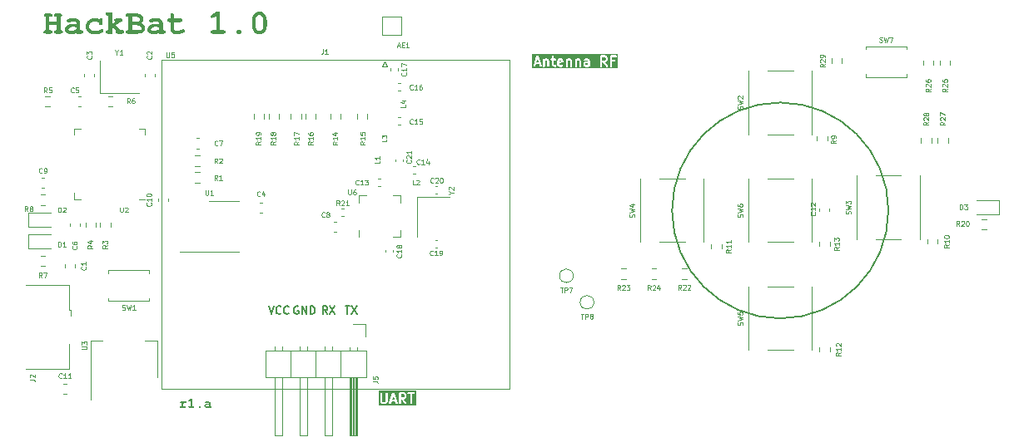
<source format=gbr>
%TF.GenerationSoftware,KiCad,Pcbnew,7.0.10-7.0.10~ubuntu22.04.1*%
%TF.CreationDate,2024-03-26T22:08:59+01:00*%
%TF.ProjectId,hackbat,6861636b-6261-4742-9e6b-696361645f70,rev?*%
%TF.SameCoordinates,Original*%
%TF.FileFunction,Legend,Top*%
%TF.FilePolarity,Positive*%
%FSLAX46Y46*%
G04 Gerber Fmt 4.6, Leading zero omitted, Abs format (unit mm)*
G04 Created by KiCad (PCBNEW 7.0.10-7.0.10~ubuntu22.04.1) date 2024-03-26 22:08:59*
%MOMM*%
%LPD*%
G01*
G04 APERTURE LIST*
%ADD10C,0.200000*%
%ADD11C,0.300000*%
%ADD12C,0.250000*%
%ADD13C,0.100000*%
%ADD14C,0.120000*%
G04 APERTURE END LIST*
D10*
X115207768Y-91091695D02*
X115474435Y-91891695D01*
X115474435Y-91891695D02*
X115741101Y-91091695D01*
X116464911Y-91815504D02*
X116426815Y-91853600D01*
X116426815Y-91853600D02*
X116312530Y-91891695D01*
X116312530Y-91891695D02*
X116236339Y-91891695D01*
X116236339Y-91891695D02*
X116122053Y-91853600D01*
X116122053Y-91853600D02*
X116045863Y-91777409D01*
X116045863Y-91777409D02*
X116007768Y-91701219D01*
X116007768Y-91701219D02*
X115969672Y-91548838D01*
X115969672Y-91548838D02*
X115969672Y-91434552D01*
X115969672Y-91434552D02*
X116007768Y-91282171D01*
X116007768Y-91282171D02*
X116045863Y-91205980D01*
X116045863Y-91205980D02*
X116122053Y-91129790D01*
X116122053Y-91129790D02*
X116236339Y-91091695D01*
X116236339Y-91091695D02*
X116312530Y-91091695D01*
X116312530Y-91091695D02*
X116426815Y-91129790D01*
X116426815Y-91129790D02*
X116464911Y-91167885D01*
X117264911Y-91815504D02*
X117226815Y-91853600D01*
X117226815Y-91853600D02*
X117112530Y-91891695D01*
X117112530Y-91891695D02*
X117036339Y-91891695D01*
X117036339Y-91891695D02*
X116922053Y-91853600D01*
X116922053Y-91853600D02*
X116845863Y-91777409D01*
X116845863Y-91777409D02*
X116807768Y-91701219D01*
X116807768Y-91701219D02*
X116769672Y-91548838D01*
X116769672Y-91548838D02*
X116769672Y-91434552D01*
X116769672Y-91434552D02*
X116807768Y-91282171D01*
X116807768Y-91282171D02*
X116845863Y-91205980D01*
X116845863Y-91205980D02*
X116922053Y-91129790D01*
X116922053Y-91129790D02*
X117036339Y-91091695D01*
X117036339Y-91091695D02*
X117112530Y-91091695D01*
X117112530Y-91091695D02*
X117226815Y-91129790D01*
X117226815Y-91129790D02*
X117264911Y-91167885D01*
X118241101Y-91129790D02*
X118164911Y-91091695D01*
X118164911Y-91091695D02*
X118050625Y-91091695D01*
X118050625Y-91091695D02*
X117936339Y-91129790D01*
X117936339Y-91129790D02*
X117860149Y-91205980D01*
X117860149Y-91205980D02*
X117822054Y-91282171D01*
X117822054Y-91282171D02*
X117783958Y-91434552D01*
X117783958Y-91434552D02*
X117783958Y-91548838D01*
X117783958Y-91548838D02*
X117822054Y-91701219D01*
X117822054Y-91701219D02*
X117860149Y-91777409D01*
X117860149Y-91777409D02*
X117936339Y-91853600D01*
X117936339Y-91853600D02*
X118050625Y-91891695D01*
X118050625Y-91891695D02*
X118126816Y-91891695D01*
X118126816Y-91891695D02*
X118241101Y-91853600D01*
X118241101Y-91853600D02*
X118279197Y-91815504D01*
X118279197Y-91815504D02*
X118279197Y-91548838D01*
X118279197Y-91548838D02*
X118126816Y-91548838D01*
X118622054Y-91891695D02*
X118622054Y-91091695D01*
X118622054Y-91091695D02*
X119079197Y-91891695D01*
X119079197Y-91891695D02*
X119079197Y-91091695D01*
X119460149Y-91891695D02*
X119460149Y-91091695D01*
X119460149Y-91091695D02*
X119650625Y-91091695D01*
X119650625Y-91091695D02*
X119764911Y-91129790D01*
X119764911Y-91129790D02*
X119841101Y-91205980D01*
X119841101Y-91205980D02*
X119879196Y-91282171D01*
X119879196Y-91282171D02*
X119917292Y-91434552D01*
X119917292Y-91434552D02*
X119917292Y-91548838D01*
X119917292Y-91548838D02*
X119879196Y-91701219D01*
X119879196Y-91701219D02*
X119841101Y-91777409D01*
X119841101Y-91777409D02*
X119764911Y-91853600D01*
X119764911Y-91853600D02*
X119650625Y-91891695D01*
X119650625Y-91891695D02*
X119460149Y-91891695D01*
X123007768Y-91091695D02*
X123464911Y-91091695D01*
X123236339Y-91891695D02*
X123236339Y-91091695D01*
X123655387Y-91091695D02*
X124188721Y-91891695D01*
X124188721Y-91091695D02*
X123655387Y-91891695D01*
X121179197Y-91891695D02*
X120912530Y-91510742D01*
X120722054Y-91891695D02*
X120722054Y-91091695D01*
X120722054Y-91091695D02*
X121026816Y-91091695D01*
X121026816Y-91091695D02*
X121103006Y-91129790D01*
X121103006Y-91129790D02*
X121141101Y-91167885D01*
X121141101Y-91167885D02*
X121179197Y-91244076D01*
X121179197Y-91244076D02*
X121179197Y-91358361D01*
X121179197Y-91358361D02*
X121141101Y-91434552D01*
X121141101Y-91434552D02*
X121103006Y-91472647D01*
X121103006Y-91472647D02*
X121026816Y-91510742D01*
X121026816Y-91510742D02*
X120722054Y-91510742D01*
X121445863Y-91091695D02*
X121979197Y-91891695D01*
X121979197Y-91091695D02*
X121445863Y-91891695D01*
G36*
X128007121Y-100581504D02*
G01*
X127808416Y-100581504D01*
X127907768Y-100283446D01*
X128007121Y-100581504D01*
G37*
G36*
X128991389Y-100097024D02*
G01*
X129016058Y-100121692D01*
X129045863Y-100181302D01*
X129045863Y-100276945D01*
X129016058Y-100336554D01*
X128991389Y-100361222D01*
X128931780Y-100391028D01*
X128674435Y-100391028D01*
X128674435Y-100067219D01*
X128931780Y-100067219D01*
X128991389Y-100097024D01*
G37*
G36*
X130240969Y-101210076D02*
G01*
X126426816Y-101210076D01*
X126426816Y-100776742D01*
X126569673Y-100776742D01*
X126576796Y-100798665D01*
X126580230Y-100821463D01*
X126627849Y-100916701D01*
X126639222Y-100928248D01*
X126646581Y-100942690D01*
X126694199Y-100990310D01*
X126708642Y-100997669D01*
X126720190Y-101009043D01*
X126815427Y-101056662D01*
X126838225Y-101060095D01*
X126860149Y-101067219D01*
X127050625Y-101067219D01*
X127072548Y-101060095D01*
X127095346Y-101056662D01*
X127190584Y-101009043D01*
X127202132Y-100997668D01*
X127202662Y-100997398D01*
X127479097Y-100997398D01*
X127515044Y-101047672D01*
X127573676Y-101067217D01*
X127632598Y-101048565D01*
X127669303Y-100998842D01*
X127741749Y-100781504D01*
X128073787Y-100781504D01*
X128146233Y-100998841D01*
X128182938Y-101048565D01*
X128241860Y-101067216D01*
X128300492Y-101047672D01*
X128336439Y-100997398D01*
X128336209Y-100967219D01*
X128474435Y-100967219D01*
X128493533Y-101025998D01*
X128543533Y-101062325D01*
X128605337Y-101062325D01*
X128655337Y-101025998D01*
X128674435Y-100967219D01*
X128674435Y-100591028D01*
X128760465Y-100591028D01*
X129063940Y-101024565D01*
X129113293Y-101061767D01*
X129175087Y-101062854D01*
X129225719Y-101027412D01*
X129245848Y-100968979D01*
X129227786Y-100909873D01*
X128997481Y-100580866D01*
X129000108Y-100580471D01*
X129095346Y-100532852D01*
X129106893Y-100521478D01*
X129121336Y-100514120D01*
X129168954Y-100466501D01*
X129176312Y-100452059D01*
X129187687Y-100440511D01*
X129235306Y-100345274D01*
X129238739Y-100322475D01*
X129245863Y-100300552D01*
X129245863Y-100157695D01*
X129238739Y-100135771D01*
X129235306Y-100112973D01*
X129187687Y-100017736D01*
X129176312Y-100006187D01*
X129172202Y-99998121D01*
X129336472Y-99998121D01*
X129372799Y-100048121D01*
X129431578Y-100067219D01*
X129617292Y-100067219D01*
X129617292Y-100967219D01*
X129636390Y-101025998D01*
X129686390Y-101062325D01*
X129748194Y-101062325D01*
X129798194Y-101025998D01*
X129817292Y-100967219D01*
X129817292Y-100067219D01*
X130003006Y-100067219D01*
X130061785Y-100048121D01*
X130098112Y-99998121D01*
X130098112Y-99936317D01*
X130061785Y-99886317D01*
X130003006Y-99867219D01*
X129431578Y-99867219D01*
X129372799Y-99886317D01*
X129336472Y-99936317D01*
X129336472Y-99998121D01*
X129172202Y-99998121D01*
X129168954Y-99991746D01*
X129121336Y-99944127D01*
X129106893Y-99936768D01*
X129095346Y-99925395D01*
X129000108Y-99877776D01*
X128977310Y-99874342D01*
X128955387Y-99867219D01*
X128574435Y-99867219D01*
X128559372Y-99872113D01*
X128543533Y-99872113D01*
X128530719Y-99881422D01*
X128515656Y-99886317D01*
X128506346Y-99899130D01*
X128493533Y-99908440D01*
X128488638Y-99923503D01*
X128479329Y-99936317D01*
X128479329Y-99952156D01*
X128474435Y-99967219D01*
X128474435Y-100967219D01*
X128336209Y-100967219D01*
X128335969Y-100935596D01*
X128002636Y-99935596D01*
X127984713Y-99911317D01*
X127967159Y-99886766D01*
X127966404Y-99886514D01*
X127965931Y-99885873D01*
X127937105Y-99876748D01*
X127908527Y-99867222D01*
X127907769Y-99867461D01*
X127907009Y-99867221D01*
X127878370Y-99876767D01*
X127849605Y-99885873D01*
X127849131Y-99886514D01*
X127848377Y-99886766D01*
X127830810Y-99911333D01*
X127812900Y-99935597D01*
X127479567Y-100935596D01*
X127479097Y-100997398D01*
X127202662Y-100997398D01*
X127216574Y-100990310D01*
X127264193Y-100942690D01*
X127271550Y-100928249D01*
X127282925Y-100916701D01*
X127330544Y-100821464D01*
X127333977Y-100798665D01*
X127341101Y-100776742D01*
X127341101Y-99967219D01*
X127322003Y-99908440D01*
X127272003Y-99872113D01*
X127210199Y-99872113D01*
X127160199Y-99908440D01*
X127141101Y-99967219D01*
X127141101Y-100753135D01*
X127111296Y-100812743D01*
X127086627Y-100837413D01*
X127027018Y-100867219D01*
X126883756Y-100867219D01*
X126824146Y-100837414D01*
X126799479Y-100812746D01*
X126769673Y-100753134D01*
X126769673Y-99967219D01*
X126750575Y-99908440D01*
X126700575Y-99872113D01*
X126638771Y-99872113D01*
X126588771Y-99908440D01*
X126569673Y-99967219D01*
X126569673Y-100776742D01*
X126426816Y-100776742D01*
X126426816Y-99724362D01*
X130240969Y-99724362D01*
X130240969Y-101210076D01*
G37*
X178250000Y-81340000D02*
G75*
G03*
X156250000Y-81340000I-11000000J0D01*
G01*
X156250000Y-81340000D02*
G75*
G03*
X178250000Y-81340000I11000000J0D01*
G01*
D11*
G36*
X93635467Y-63325000D02*
G01*
X93607370Y-63324313D01*
X93581085Y-63322252D01*
X93556613Y-63318817D01*
X93523304Y-63311089D01*
X93494073Y-63300270D01*
X93468922Y-63286360D01*
X93447848Y-63269358D01*
X93430854Y-63249265D01*
X93417938Y-63226081D01*
X93409101Y-63199806D01*
X93404343Y-63170440D01*
X93403436Y-63149145D01*
X93405476Y-63117717D01*
X93411594Y-63089381D01*
X93421790Y-63064137D01*
X93436066Y-63041983D01*
X93454420Y-63022921D01*
X93476852Y-63006950D01*
X93503364Y-62994070D01*
X93533954Y-62984281D01*
X93568622Y-62977583D01*
X93594001Y-62974835D01*
X93621192Y-62973462D01*
X93635467Y-62973290D01*
X93688590Y-62973290D01*
X93688590Y-62477477D01*
X92935711Y-62477477D01*
X92935711Y-62973290D01*
X92988834Y-62973290D01*
X93016932Y-62973977D01*
X93043216Y-62976038D01*
X93067688Y-62979472D01*
X93100997Y-62987200D01*
X93130228Y-62998019D01*
X93155380Y-63011930D01*
X93176453Y-63028931D01*
X93193447Y-63049024D01*
X93206363Y-63072208D01*
X93215200Y-63098483D01*
X93219958Y-63127850D01*
X93220865Y-63149145D01*
X93218825Y-63180572D01*
X93212707Y-63208908D01*
X93202511Y-63234153D01*
X93188235Y-63256306D01*
X93169882Y-63275369D01*
X93147449Y-63291340D01*
X93120938Y-63304220D01*
X93090348Y-63314009D01*
X93055679Y-63320706D01*
X93030301Y-63323454D01*
X93003109Y-63324828D01*
X92988834Y-63325000D01*
X92563241Y-63325000D01*
X92535070Y-63324313D01*
X92508716Y-63322252D01*
X92484179Y-63318817D01*
X92450783Y-63311089D01*
X92421475Y-63300270D01*
X92396257Y-63286360D01*
X92375129Y-63269358D01*
X92358089Y-63249265D01*
X92345140Y-63226081D01*
X92336279Y-63199806D01*
X92331508Y-63170440D01*
X92330600Y-63149145D01*
X92331535Y-63124673D01*
X92335333Y-63096954D01*
X92342053Y-63072425D01*
X92353974Y-63047202D01*
X92370103Y-63026572D01*
X92390439Y-63010537D01*
X92414747Y-62997879D01*
X92437856Y-62989331D01*
X92463559Y-62982602D01*
X92491857Y-62977691D01*
X92516362Y-62975072D01*
X92542527Y-62973617D01*
X92563241Y-62973290D01*
X92584002Y-62973290D01*
X92584002Y-61626290D01*
X92551374Y-61621736D01*
X92521956Y-61614713D01*
X92495747Y-61605221D01*
X92472747Y-61593260D01*
X92452957Y-61578831D01*
X92431561Y-61555752D01*
X92415872Y-61528284D01*
X92407849Y-61504804D01*
X92403035Y-61478854D01*
X92401430Y-61450436D01*
X92402365Y-61425964D01*
X92406163Y-61398245D01*
X92412884Y-61373716D01*
X92424805Y-61348493D01*
X92440933Y-61327863D01*
X92461270Y-61311828D01*
X92485556Y-61299170D01*
X92508614Y-61290622D01*
X92534237Y-61283893D01*
X92562424Y-61278982D01*
X92586820Y-61276363D01*
X92612856Y-61274908D01*
X92633461Y-61274581D01*
X92988834Y-61274581D01*
X93016932Y-61275268D01*
X93043216Y-61277329D01*
X93067688Y-61280763D01*
X93100997Y-61288491D01*
X93130228Y-61299310D01*
X93155380Y-61313221D01*
X93176453Y-61330222D01*
X93193447Y-61350315D01*
X93206363Y-61373499D01*
X93215200Y-61399774D01*
X93219958Y-61429141D01*
X93220865Y-61450436D01*
X93218825Y-61481863D01*
X93212707Y-61510199D01*
X93202511Y-61535444D01*
X93188235Y-61557597D01*
X93169882Y-61576660D01*
X93147449Y-61592631D01*
X93120938Y-61605511D01*
X93090348Y-61615300D01*
X93055679Y-61621997D01*
X93030301Y-61624745D01*
X93003109Y-61626119D01*
X92988834Y-61626290D01*
X92935711Y-61626290D01*
X92935711Y-62125767D01*
X93688590Y-62125767D01*
X93688590Y-61626290D01*
X93635467Y-61626290D01*
X93607370Y-61625604D01*
X93581085Y-61623543D01*
X93556613Y-61620108D01*
X93523304Y-61612380D01*
X93494073Y-61601561D01*
X93468922Y-61587651D01*
X93447848Y-61570649D01*
X93430854Y-61550556D01*
X93417938Y-61527372D01*
X93409101Y-61501097D01*
X93404343Y-61471731D01*
X93403436Y-61450436D01*
X93404371Y-61425964D01*
X93408170Y-61398245D01*
X93414890Y-61373716D01*
X93426811Y-61348493D01*
X93442940Y-61327863D01*
X93463276Y-61311828D01*
X93487562Y-61299170D01*
X93510621Y-61290622D01*
X93536243Y-61283893D01*
X93564430Y-61278982D01*
X93588826Y-61276363D01*
X93614863Y-61274908D01*
X93635467Y-61274581D01*
X93990840Y-61274581D01*
X94018938Y-61275268D01*
X94045223Y-61277329D01*
X94069695Y-61280763D01*
X94103004Y-61288491D01*
X94132234Y-61299310D01*
X94157386Y-61313221D01*
X94178459Y-61330222D01*
X94195453Y-61350315D01*
X94208369Y-61373499D01*
X94217206Y-61399774D01*
X94221965Y-61429141D01*
X94222871Y-61450436D01*
X94221266Y-61478854D01*
X94216453Y-61504804D01*
X94208429Y-61528284D01*
X94192740Y-61555752D01*
X94171345Y-61578831D01*
X94151554Y-61593260D01*
X94128554Y-61605221D01*
X94102345Y-61614713D01*
X94072927Y-61621736D01*
X94040300Y-61626290D01*
X94040300Y-62973290D01*
X94061060Y-62973290D01*
X94089232Y-62973977D01*
X94115586Y-62976038D01*
X94140122Y-62979472D01*
X94173519Y-62987200D01*
X94202826Y-62998019D01*
X94228044Y-63011930D01*
X94249173Y-63028931D01*
X94266212Y-63049024D01*
X94279161Y-63072208D01*
X94288022Y-63098483D01*
X94292793Y-63127850D01*
X94293702Y-63149145D01*
X94291657Y-63180572D01*
X94285523Y-63208908D01*
X94275299Y-63234153D01*
X94260986Y-63256306D01*
X94242584Y-63275369D01*
X94220092Y-63291340D01*
X94193511Y-63304220D01*
X94162841Y-63314009D01*
X94128081Y-63320706D01*
X94102636Y-63323454D01*
X94075373Y-63324828D01*
X94061060Y-63325000D01*
X93635467Y-63325000D01*
G37*
G36*
X95414996Y-61742843D02*
G01*
X95453817Y-61744453D01*
X95491550Y-61747136D01*
X95528196Y-61750893D01*
X95563755Y-61755723D01*
X95598225Y-61761626D01*
X95631609Y-61768603D01*
X95663904Y-61776653D01*
X95695112Y-61785776D01*
X95725232Y-61795972D01*
X95754264Y-61807242D01*
X95782209Y-61819586D01*
X95809066Y-61833002D01*
X95834836Y-61847492D01*
X95859518Y-61863056D01*
X95883112Y-61879692D01*
X95905516Y-61897216D01*
X95926474Y-61915594D01*
X95945988Y-61934826D01*
X95964055Y-61954912D01*
X95980678Y-61975851D01*
X95995855Y-61997645D01*
X96009586Y-62020292D01*
X96021872Y-62043793D01*
X96032713Y-62068148D01*
X96042108Y-62093357D01*
X96050058Y-62119420D01*
X96056562Y-62146337D01*
X96061621Y-62174108D01*
X96065235Y-62202732D01*
X96067403Y-62232211D01*
X96068126Y-62262543D01*
X96068126Y-62973290D01*
X96124302Y-62973290D01*
X96152399Y-62973977D01*
X96178684Y-62976038D01*
X96203156Y-62979472D01*
X96236465Y-62987200D01*
X96265695Y-62998019D01*
X96290847Y-63011930D01*
X96311920Y-63028931D01*
X96328915Y-63049024D01*
X96341830Y-63072208D01*
X96350668Y-63098483D01*
X96355426Y-63127850D01*
X96356332Y-63149145D01*
X96354293Y-63180572D01*
X96348175Y-63208908D01*
X96337978Y-63234153D01*
X96323703Y-63256306D01*
X96305349Y-63275369D01*
X96282916Y-63291340D01*
X96256405Y-63304220D01*
X96225815Y-63314009D01*
X96191146Y-63320706D01*
X96165768Y-63323454D01*
X96138577Y-63324828D01*
X96124302Y-63325000D01*
X95712752Y-63325000D01*
X95712752Y-63244399D01*
X95679560Y-63260962D01*
X95645929Y-63276456D01*
X95611859Y-63290882D01*
X95577350Y-63304239D01*
X95542403Y-63316527D01*
X95507016Y-63327747D01*
X95471191Y-63337899D01*
X95434926Y-63346981D01*
X95398223Y-63354996D01*
X95361081Y-63361941D01*
X95323500Y-63367818D01*
X95285480Y-63372627D01*
X95247021Y-63376367D01*
X95208124Y-63379038D01*
X95168787Y-63380641D01*
X95129012Y-63381175D01*
X95096712Y-63380634D01*
X95064994Y-63379010D01*
X95033858Y-63376302D01*
X95003303Y-63372512D01*
X94973331Y-63367639D01*
X94943941Y-63361684D01*
X94915133Y-63354645D01*
X94886906Y-63346523D01*
X94859262Y-63337319D01*
X94832200Y-63327032D01*
X94805719Y-63315662D01*
X94779821Y-63303208D01*
X94754505Y-63289673D01*
X94729770Y-63275054D01*
X94705618Y-63259352D01*
X94682048Y-63242568D01*
X94659496Y-63224941D01*
X94638399Y-63206866D01*
X94618757Y-63188343D01*
X94600570Y-63169371D01*
X94583838Y-63149951D01*
X94568561Y-63130082D01*
X94554738Y-63109765D01*
X94536733Y-63078449D01*
X94522002Y-63046124D01*
X94510544Y-63012790D01*
X94502360Y-62978447D01*
X94497449Y-62943095D01*
X94495812Y-62906734D01*
X94496248Y-62892690D01*
X94868283Y-62892690D01*
X94871994Y-62917638D01*
X94883126Y-62940658D01*
X94901680Y-62961750D01*
X94923490Y-62978293D01*
X94945830Y-62990997D01*
X94970913Y-63002080D01*
X94997696Y-63011283D01*
X95026178Y-63018609D01*
X95050187Y-63023117D01*
X95075284Y-63026423D01*
X95101469Y-63028526D01*
X95128741Y-63029428D01*
X95135729Y-63029466D01*
X95171843Y-63028764D01*
X95207981Y-63026661D01*
X95244143Y-63023154D01*
X95280328Y-63018246D01*
X95316538Y-63011935D01*
X95352771Y-63004221D01*
X95389028Y-62995105D01*
X95425309Y-62984586D01*
X95461614Y-62972665D01*
X95497943Y-62959341D01*
X95534295Y-62944615D01*
X95570672Y-62928487D01*
X95607072Y-62910955D01*
X95643496Y-62892022D01*
X95679944Y-62871686D01*
X95716416Y-62849947D01*
X95716416Y-62674092D01*
X95688915Y-62669434D01*
X95661824Y-62665076D01*
X95635143Y-62661019D01*
X95608873Y-62657262D01*
X95583013Y-62653806D01*
X95557563Y-62650651D01*
X95532523Y-62647796D01*
X95507894Y-62645241D01*
X95471719Y-62641973D01*
X95436467Y-62639381D01*
X95402138Y-62637465D01*
X95368733Y-62636225D01*
X95336250Y-62635662D01*
X95325628Y-62635624D01*
X95292431Y-62636306D01*
X95259932Y-62638350D01*
X95228131Y-62641758D01*
X95197028Y-62646529D01*
X95166622Y-62652663D01*
X95136914Y-62660160D01*
X95107904Y-62669021D01*
X95079591Y-62679244D01*
X95051976Y-62690831D01*
X95025059Y-62703781D01*
X95007501Y-62713171D01*
X94982621Y-62727822D01*
X94960189Y-62742924D01*
X94940203Y-62758477D01*
X94917363Y-62779915D01*
X94898873Y-62802154D01*
X94884733Y-62825195D01*
X94874945Y-62849037D01*
X94869506Y-62873681D01*
X94868283Y-62892690D01*
X94496248Y-62892690D01*
X94496733Y-62877055D01*
X94499495Y-62847858D01*
X94504099Y-62819143D01*
X94510543Y-62790909D01*
X94518830Y-62763157D01*
X94528957Y-62735888D01*
X94540926Y-62709100D01*
X94554736Y-62682793D01*
X94570388Y-62656969D01*
X94587881Y-62631626D01*
X94607215Y-62606766D01*
X94628391Y-62582387D01*
X94651408Y-62558490D01*
X94676266Y-62535074D01*
X94702966Y-62512141D01*
X94731507Y-62489689D01*
X94761532Y-62468172D01*
X94792682Y-62448044D01*
X94824958Y-62429303D01*
X94858360Y-62411951D01*
X94892888Y-62395987D01*
X94928542Y-62381411D01*
X94965322Y-62368223D01*
X95003227Y-62356424D01*
X95042258Y-62346013D01*
X95082415Y-62336989D01*
X95123698Y-62329355D01*
X95166106Y-62323108D01*
X95209641Y-62318249D01*
X95254301Y-62314779D01*
X95300087Y-62312696D01*
X95346999Y-62312002D01*
X95377086Y-62312314D01*
X95408043Y-62313247D01*
X95439869Y-62314804D01*
X95472564Y-62316983D01*
X95506129Y-62319784D01*
X95540564Y-62323208D01*
X95575867Y-62327254D01*
X95612040Y-62331923D01*
X95636639Y-62335382D01*
X95661624Y-62339117D01*
X95686995Y-62343129D01*
X95712752Y-62347418D01*
X95712752Y-62266207D01*
X95709876Y-62235434D01*
X95701246Y-62207689D01*
X95686864Y-62182970D01*
X95666728Y-62161278D01*
X95640839Y-62142612D01*
X95609197Y-62126974D01*
X95584907Y-62118230D01*
X95558059Y-62110831D01*
X95528654Y-62104778D01*
X95496693Y-62100069D01*
X95462175Y-62096706D01*
X95425099Y-62094688D01*
X95385467Y-62094016D01*
X95358104Y-62094370D01*
X95330054Y-62095432D01*
X95301318Y-62097203D01*
X95271894Y-62099683D01*
X95241784Y-62102871D01*
X95210986Y-62106767D01*
X95179502Y-62111371D01*
X95147330Y-62116684D01*
X95114472Y-62122706D01*
X95080927Y-62129436D01*
X95058182Y-62134316D01*
X95025216Y-62141518D01*
X94994783Y-62148011D01*
X94966884Y-62153797D01*
X94941518Y-62158873D01*
X94911636Y-62164541D01*
X94886258Y-62168948D01*
X94860867Y-62172687D01*
X94837142Y-62174616D01*
X94810294Y-62172834D01*
X94785164Y-62167489D01*
X94761751Y-62158580D01*
X94740055Y-62146108D01*
X94720077Y-62130072D01*
X94713799Y-62123935D01*
X94696991Y-62103800D01*
X94683660Y-62081861D01*
X94673807Y-62058119D01*
X94667431Y-62032573D01*
X94664533Y-62005225D01*
X94664340Y-61995708D01*
X94665991Y-61968688D01*
X94670942Y-61944112D01*
X94681774Y-61916825D01*
X94697764Y-61893355D01*
X94718911Y-61873701D01*
X94745217Y-61857863D01*
X94769975Y-61847941D01*
X94807401Y-61835149D01*
X94844879Y-61823183D01*
X94882410Y-61812041D01*
X94919994Y-61801726D01*
X94957629Y-61792235D01*
X94995318Y-61783570D01*
X95033058Y-61775729D01*
X95070852Y-61768715D01*
X95108697Y-61762525D01*
X95146596Y-61757161D01*
X95184546Y-61752622D01*
X95222549Y-61748908D01*
X95260605Y-61746020D01*
X95298713Y-61743956D01*
X95336874Y-61742718D01*
X95375087Y-61742306D01*
X95414996Y-61742843D01*
G37*
G36*
X98345080Y-62245446D02*
G01*
X98344393Y-62273544D01*
X98342332Y-62299828D01*
X98338897Y-62324300D01*
X98331169Y-62357609D01*
X98320350Y-62386840D01*
X98306440Y-62411992D01*
X98289438Y-62433065D01*
X98269345Y-62450059D01*
X98246161Y-62462975D01*
X98219886Y-62471812D01*
X98190520Y-62476570D01*
X98169225Y-62477477D01*
X98141050Y-62476195D01*
X98115678Y-62472349D01*
X98088930Y-62464349D01*
X98066218Y-62452657D01*
X98044822Y-62434349D01*
X98037334Y-62424965D01*
X98024132Y-62404206D01*
X98012003Y-62381774D01*
X98000948Y-62357667D01*
X97990966Y-62331885D01*
X97982057Y-62304429D01*
X97979326Y-62294905D01*
X97970532Y-62267306D01*
X97959720Y-62242670D01*
X97946890Y-62220996D01*
X97929371Y-62199453D01*
X97909106Y-62181943D01*
X97881346Y-62166229D01*
X97852105Y-62152061D01*
X97821383Y-62139439D01*
X97789179Y-62128362D01*
X97755494Y-62118831D01*
X97720328Y-62110845D01*
X97696062Y-62106380D01*
X97671136Y-62102602D01*
X97645553Y-62099511D01*
X97619311Y-62097107D01*
X97592411Y-62095389D01*
X97564853Y-62094359D01*
X97536636Y-62094016D01*
X97505810Y-62094559D01*
X97475766Y-62096191D01*
X97446505Y-62098910D01*
X97418025Y-62102717D01*
X97390329Y-62107611D01*
X97363414Y-62113593D01*
X97337282Y-62120663D01*
X97311933Y-62128820D01*
X97287365Y-62138065D01*
X97263580Y-62148398D01*
X97240577Y-62159818D01*
X97218357Y-62172326D01*
X97196919Y-62185921D01*
X97176263Y-62200605D01*
X97156390Y-62216375D01*
X97137299Y-62233234D01*
X97119183Y-62250899D01*
X97102237Y-62269241D01*
X97086459Y-62288260D01*
X97071849Y-62307957D01*
X97052127Y-62338772D01*
X97035034Y-62371112D01*
X97025100Y-62393518D01*
X97016334Y-62416602D01*
X97008737Y-62440363D01*
X97002309Y-62464802D01*
X96997050Y-62489918D01*
X96992959Y-62515711D01*
X96990038Y-62542182D01*
X96988284Y-62569330D01*
X96987700Y-62597156D01*
X96988305Y-62623753D01*
X96990119Y-62649506D01*
X96993142Y-62674414D01*
X96997374Y-62698478D01*
X97009467Y-62744074D01*
X97026397Y-62786291D01*
X97048165Y-62825132D01*
X97074769Y-62860595D01*
X97106210Y-62892680D01*
X97142489Y-62921388D01*
X97183605Y-62946719D01*
X97205977Y-62958118D01*
X97229558Y-62968672D01*
X97254348Y-62978382D01*
X97280348Y-62987248D01*
X97307557Y-62995269D01*
X97335975Y-63002446D01*
X97365603Y-63008779D01*
X97396440Y-63014267D01*
X97428486Y-63018911D01*
X97461741Y-63022711D01*
X97496206Y-63025666D01*
X97531880Y-63027777D01*
X97568763Y-63029043D01*
X97606856Y-63029466D01*
X97641217Y-63029187D01*
X97674461Y-63028349D01*
X97706590Y-63026954D01*
X97737602Y-63025001D01*
X97767498Y-63022489D01*
X97796278Y-63019419D01*
X97823941Y-63015791D01*
X97850488Y-63011605D01*
X97875919Y-63006861D01*
X97900233Y-63001559D01*
X97915823Y-62997714D01*
X97945418Y-62989728D01*
X97972533Y-62981647D01*
X97997167Y-62973471D01*
X98024472Y-62963116D01*
X98047900Y-62952613D01*
X98070898Y-62939811D01*
X98083129Y-62931158D01*
X98102363Y-62915868D01*
X98124345Y-62898895D01*
X98146327Y-62882457D01*
X98168309Y-62866552D01*
X98171057Y-62864602D01*
X98192924Y-62850710D01*
X98217251Y-62839827D01*
X98241288Y-62833966D01*
X98257152Y-62832850D01*
X98283070Y-62834696D01*
X98307699Y-62840235D01*
X98331041Y-62849465D01*
X98353094Y-62862388D01*
X98373859Y-62879003D01*
X98380495Y-62885362D01*
X98398341Y-62905806D01*
X98412495Y-62927752D01*
X98422956Y-62951201D01*
X98429725Y-62976152D01*
X98432802Y-63002606D01*
X98433007Y-63011758D01*
X98430952Y-63039781D01*
X98424785Y-63067063D01*
X98414508Y-63093605D01*
X98400120Y-63119406D01*
X98381621Y-63144467D01*
X98359012Y-63168787D01*
X98332291Y-63192366D01*
X98312193Y-63207674D01*
X98290269Y-63222653D01*
X98266517Y-63237303D01*
X98240938Y-63251623D01*
X98213533Y-63265615D01*
X98199145Y-63272487D01*
X98169327Y-63285649D01*
X98138342Y-63297961D01*
X98106187Y-63309424D01*
X98072863Y-63320038D01*
X98038371Y-63329803D01*
X98002710Y-63338719D01*
X97965881Y-63346786D01*
X97927882Y-63354003D01*
X97888715Y-63360372D01*
X97848379Y-63365891D01*
X97806875Y-63370561D01*
X97764202Y-63374382D01*
X97720359Y-63377354D01*
X97675349Y-63379477D01*
X97629169Y-63380751D01*
X97581821Y-63381175D01*
X97554759Y-63380982D01*
X97528068Y-63380403D01*
X97501750Y-63379437D01*
X97475804Y-63378084D01*
X97450230Y-63376345D01*
X97425028Y-63374220D01*
X97400199Y-63371709D01*
X97375741Y-63368811D01*
X97339752Y-63363739D01*
X97304600Y-63357798D01*
X97270286Y-63350988D01*
X97236809Y-63343308D01*
X97204169Y-63334759D01*
X97193475Y-63331716D01*
X97162133Y-63322294D01*
X97131994Y-63312346D01*
X97103057Y-63301872D01*
X97075322Y-63290872D01*
X97048789Y-63279346D01*
X97023459Y-63267295D01*
X96999330Y-63254717D01*
X96976404Y-63241613D01*
X96954680Y-63227984D01*
X96934158Y-63213828D01*
X96921144Y-63204099D01*
X96896195Y-63183844D01*
X96872334Y-63162769D01*
X96849560Y-63140873D01*
X96827874Y-63118156D01*
X96807275Y-63094619D01*
X96787764Y-63070262D01*
X96769341Y-63045084D01*
X96752006Y-63019085D01*
X96736016Y-62992705D01*
X96721323Y-62966382D01*
X96707928Y-62940117D01*
X96695830Y-62913908D01*
X96685030Y-62887757D01*
X96675527Y-62861663D01*
X96667322Y-62835627D01*
X96660415Y-62809647D01*
X96654690Y-62783620D01*
X96649729Y-62757440D01*
X96645531Y-62731108D01*
X96642096Y-62704623D01*
X96639425Y-62677985D01*
X96637517Y-62651195D01*
X96636372Y-62624252D01*
X96635990Y-62597156D01*
X96636973Y-62550602D01*
X96639921Y-62505126D01*
X96644835Y-62460728D01*
X96651714Y-62417408D01*
X96660558Y-62375167D01*
X96671367Y-62334003D01*
X96684143Y-62293918D01*
X96698883Y-62254911D01*
X96715589Y-62216981D01*
X96734260Y-62180130D01*
X96754897Y-62144357D01*
X96777499Y-62109662D01*
X96802066Y-62076046D01*
X96828599Y-62043507D01*
X96857097Y-62012046D01*
X96887561Y-61981664D01*
X96919577Y-61952679D01*
X96952733Y-61925564D01*
X96987030Y-61900320D01*
X97022467Y-61876945D01*
X97059043Y-61855440D01*
X97096760Y-61835805D01*
X97135617Y-61818040D01*
X97175614Y-61802145D01*
X97216752Y-61788120D01*
X97259029Y-61775966D01*
X97302447Y-61765681D01*
X97347004Y-61757266D01*
X97392702Y-61750721D01*
X97439540Y-61746046D01*
X97487518Y-61743241D01*
X97511934Y-61742540D01*
X97536636Y-61742306D01*
X97574033Y-61742718D01*
X97610662Y-61743956D01*
X97646524Y-61746020D01*
X97681617Y-61748908D01*
X97715942Y-61752622D01*
X97749499Y-61757161D01*
X97782288Y-61762525D01*
X97814310Y-61768715D01*
X97845563Y-61775729D01*
X97876048Y-61783570D01*
X97905765Y-61792235D01*
X97934714Y-61801726D01*
X97962895Y-61812041D01*
X97990307Y-61823183D01*
X98016952Y-61835149D01*
X98042829Y-61847941D01*
X98051864Y-61823183D01*
X98066244Y-61796877D01*
X98084052Y-61775729D01*
X98105289Y-61759740D01*
X98129955Y-61748908D01*
X98158050Y-61743234D01*
X98176552Y-61742306D01*
X98206670Y-61744345D01*
X98233825Y-61750463D01*
X98258018Y-61760660D01*
X98279249Y-61774935D01*
X98297517Y-61793289D01*
X98312823Y-61815722D01*
X98325166Y-61842233D01*
X98334547Y-61872823D01*
X98340965Y-61907492D01*
X98343599Y-61932870D01*
X98344915Y-61960061D01*
X98345080Y-61974337D01*
X98345080Y-62245446D01*
G37*
G36*
X100316730Y-62973290D02*
G01*
X100345271Y-62973977D01*
X100371971Y-62976038D01*
X100396829Y-62979472D01*
X100430664Y-62987200D01*
X100460356Y-62998019D01*
X100485905Y-63011930D01*
X100507311Y-63028931D01*
X100524574Y-63049024D01*
X100537694Y-63072208D01*
X100546670Y-63098483D01*
X100551504Y-63127850D01*
X100552424Y-63149145D01*
X100550353Y-63180572D01*
X100544138Y-63208908D01*
X100533781Y-63234153D01*
X100519280Y-63256306D01*
X100500636Y-63275369D01*
X100477849Y-63291340D01*
X100450919Y-63304220D01*
X100419846Y-63314009D01*
X100384630Y-63320706D01*
X100358851Y-63323454D01*
X100331231Y-63324828D01*
X100316730Y-63325000D01*
X99901517Y-63325000D01*
X99873420Y-63324313D01*
X99847135Y-63322252D01*
X99822663Y-63318817D01*
X99789354Y-63311089D01*
X99760124Y-63300270D01*
X99734972Y-63286360D01*
X99713899Y-63269358D01*
X99696904Y-63249265D01*
X99683989Y-63226081D01*
X99675151Y-63199806D01*
X99670393Y-63170440D01*
X99669487Y-63149145D01*
X99671462Y-63123177D01*
X99677386Y-63097940D01*
X99687261Y-63073432D01*
X99701086Y-63049654D01*
X99718860Y-63026606D01*
X99725662Y-63019085D01*
X99363572Y-62699127D01*
X99300069Y-62747976D01*
X99300069Y-63325000D01*
X98892184Y-63325000D01*
X98864086Y-63324313D01*
X98837802Y-63322252D01*
X98813330Y-63318817D01*
X98780020Y-63311089D01*
X98750790Y-63300270D01*
X98725638Y-63286360D01*
X98704565Y-63269358D01*
X98687571Y-63249265D01*
X98674655Y-63226081D01*
X98665818Y-63199806D01*
X98661059Y-63170440D01*
X98660153Y-63149145D01*
X98661088Y-63124673D01*
X98664886Y-63096954D01*
X98671607Y-63072425D01*
X98683528Y-63047202D01*
X98699656Y-63026572D01*
X98719993Y-63010537D01*
X98744278Y-62997879D01*
X98767337Y-62989331D01*
X98792960Y-62982602D01*
X98821147Y-62977691D01*
X98845543Y-62975072D01*
X98871579Y-62973617D01*
X98892184Y-62973290D01*
X98948360Y-62973290D01*
X98948360Y-61485851D01*
X98892184Y-61485851D01*
X98864916Y-61485278D01*
X98839290Y-61483561D01*
X98809565Y-61479804D01*
X98782403Y-61474259D01*
X98757806Y-61466924D01*
X98731674Y-61455762D01*
X98719993Y-61449214D01*
X98699656Y-61432971D01*
X98683528Y-61412177D01*
X98671607Y-61386832D01*
X98664886Y-61362235D01*
X98661088Y-61334478D01*
X98660153Y-61309996D01*
X98662192Y-61278569D01*
X98668310Y-61250233D01*
X98678507Y-61224988D01*
X98692782Y-61202834D01*
X98711136Y-61183772D01*
X98733569Y-61167801D01*
X98760080Y-61154921D01*
X98790670Y-61145132D01*
X98825339Y-61138434D01*
X98850717Y-61135687D01*
X98877908Y-61134313D01*
X98892184Y-61134141D01*
X99300069Y-61134141D01*
X99300069Y-62315666D01*
X99577896Y-62094016D01*
X99561712Y-62073291D01*
X99548272Y-62052716D01*
X99535764Y-62028223D01*
X99527206Y-62003944D01*
X99522597Y-61979880D01*
X99521720Y-61963956D01*
X99523791Y-61932529D01*
X99530006Y-61904193D01*
X99540363Y-61878948D01*
X99554864Y-61856795D01*
X99573508Y-61837732D01*
X99596295Y-61821761D01*
X99623225Y-61808881D01*
X99654298Y-61799092D01*
X99689514Y-61792395D01*
X99715293Y-61789647D01*
X99742913Y-61788273D01*
X99757414Y-61788101D01*
X100151256Y-61788101D01*
X100179353Y-61788712D01*
X100205638Y-61790544D01*
X100230110Y-61793597D01*
X100258151Y-61799130D01*
X100283359Y-61806572D01*
X100309870Y-61818021D01*
X100325279Y-61827180D01*
X100344992Y-61843710D01*
X100360627Y-61864446D01*
X100372183Y-61889391D01*
X100378698Y-61913392D01*
X100382380Y-61940314D01*
X100383286Y-61963956D01*
X100381247Y-61995383D01*
X100375129Y-62023719D01*
X100364932Y-62048964D01*
X100350657Y-62071118D01*
X100332303Y-62090180D01*
X100309870Y-62106151D01*
X100283359Y-62119031D01*
X100252769Y-62128820D01*
X100218100Y-62135518D01*
X100192722Y-62138265D01*
X100165531Y-62139639D01*
X100151256Y-62139811D01*
X100052948Y-62139811D01*
X99637735Y-62477477D01*
X100200715Y-62973290D01*
X100316730Y-62973290D01*
G37*
G36*
X101846656Y-61275227D02*
G01*
X101882832Y-61277166D01*
X101918193Y-61280398D01*
X101952737Y-61284923D01*
X101986466Y-61290740D01*
X102019379Y-61297851D01*
X102051477Y-61306254D01*
X102082759Y-61315949D01*
X102113225Y-61326938D01*
X102142875Y-61339219D01*
X102171709Y-61352793D01*
X102199728Y-61367660D01*
X102226931Y-61383820D01*
X102253318Y-61401272D01*
X102278890Y-61420017D01*
X102303646Y-61440055D01*
X102327307Y-61460995D01*
X102349441Y-61482597D01*
X102370049Y-61504863D01*
X102389131Y-61527792D01*
X102406686Y-61551384D01*
X102422714Y-61575639D01*
X102437216Y-61600557D01*
X102450191Y-61626138D01*
X102461640Y-61652382D01*
X102471563Y-61679289D01*
X102479959Y-61706860D01*
X102486828Y-61735093D01*
X102492171Y-61763990D01*
X102495987Y-61793549D01*
X102498277Y-61823772D01*
X102499040Y-61854658D01*
X102498174Y-61882614D01*
X102495577Y-61910156D01*
X102491248Y-61937283D01*
X102485187Y-61963994D01*
X102477394Y-61990291D01*
X102467870Y-62016173D01*
X102456615Y-62041639D01*
X102443627Y-62066691D01*
X102428908Y-62091327D01*
X102412458Y-62115549D01*
X102394276Y-62139356D01*
X102374362Y-62162747D01*
X102352716Y-62185723D01*
X102329339Y-62208285D01*
X102304230Y-62230431D01*
X102277390Y-62252163D01*
X102300343Y-62263937D01*
X102322567Y-62275979D01*
X102344063Y-62288289D01*
X102384869Y-62313715D01*
X102422760Y-62340215D01*
X102457736Y-62367788D01*
X102489798Y-62396434D01*
X102518945Y-62426153D01*
X102545177Y-62456946D01*
X102568495Y-62488812D01*
X102588898Y-62521751D01*
X102606386Y-62555764D01*
X102620959Y-62590850D01*
X102632618Y-62627009D01*
X102641362Y-62664242D01*
X102647192Y-62702548D01*
X102650106Y-62741928D01*
X102650471Y-62762020D01*
X102649729Y-62793311D01*
X102647503Y-62823834D01*
X102643794Y-62853589D01*
X102638602Y-62882576D01*
X102631926Y-62910796D01*
X102623766Y-62938247D01*
X102614123Y-62964930D01*
X102602996Y-62990845D01*
X102590385Y-63015992D01*
X102576291Y-63040371D01*
X102560714Y-63063982D01*
X102543652Y-63086825D01*
X102525108Y-63108899D01*
X102505079Y-63130206D01*
X102483567Y-63150745D01*
X102460572Y-63170516D01*
X102436353Y-63189223D01*
X102411170Y-63206723D01*
X102385023Y-63223016D01*
X102357913Y-63238102D01*
X102329840Y-63251982D01*
X102300803Y-63264654D01*
X102270802Y-63276120D01*
X102239837Y-63286379D01*
X102207909Y-63295430D01*
X102175017Y-63303275D01*
X102141162Y-63309913D01*
X102106343Y-63315344D01*
X102070561Y-63319568D01*
X102033815Y-63322586D01*
X101996105Y-63324396D01*
X101957431Y-63325000D01*
X100920010Y-63325000D01*
X100891912Y-63324313D01*
X100865628Y-63322252D01*
X100841156Y-63318817D01*
X100807847Y-63311089D01*
X100778616Y-63300270D01*
X100753464Y-63286360D01*
X100732391Y-63269358D01*
X100715397Y-63249265D01*
X100702481Y-63226081D01*
X100693644Y-63199806D01*
X100688886Y-63170440D01*
X100687979Y-63149145D01*
X100690019Y-63117717D01*
X100696137Y-63089381D01*
X100706333Y-63064137D01*
X100720609Y-63041983D01*
X100738963Y-63022921D01*
X100761395Y-63006950D01*
X100787907Y-62994070D01*
X100818497Y-62984281D01*
X100853165Y-62977583D01*
X100878544Y-62974835D01*
X100905735Y-62973462D01*
X100920010Y-62973290D01*
X100972522Y-62973290D01*
X100972522Y-62473813D01*
X101324232Y-62473813D01*
X101324232Y-62973290D01*
X101939724Y-62973290D01*
X101983201Y-62972548D01*
X102023873Y-62970323D01*
X102061740Y-62966614D01*
X102096803Y-62961421D01*
X102129060Y-62954745D01*
X102158512Y-62946585D01*
X102185159Y-62936942D01*
X102209002Y-62925815D01*
X102230039Y-62913205D01*
X102256336Y-62891507D01*
X102276321Y-62866472D01*
X102289995Y-62838098D01*
X102297358Y-62806387D01*
X102298761Y-62783391D01*
X102297553Y-62757552D01*
X102293931Y-62732701D01*
X102287893Y-62708837D01*
X102276087Y-62678555D01*
X102264414Y-62656995D01*
X102250327Y-62636423D01*
X102233824Y-62616838D01*
X102214907Y-62598241D01*
X102193574Y-62580631D01*
X102169827Y-62564009D01*
X102161374Y-62558688D01*
X102134951Y-62543520D01*
X102106971Y-62529844D01*
X102077434Y-62517659D01*
X102046342Y-62506967D01*
X102013693Y-62497767D01*
X101979487Y-62490059D01*
X101943726Y-62483842D01*
X101919020Y-62480527D01*
X101893622Y-62477875D01*
X101867533Y-62475885D01*
X101840752Y-62474559D01*
X101813280Y-62473896D01*
X101799284Y-62473813D01*
X101324232Y-62473813D01*
X100972522Y-62473813D01*
X100972522Y-61626290D01*
X101324232Y-61626290D01*
X101324232Y-62122103D01*
X101721737Y-62122103D01*
X101756710Y-62121438D01*
X101790416Y-62119442D01*
X101822856Y-62116114D01*
X101854029Y-62111456D01*
X101883936Y-62105467D01*
X101912576Y-62098147D01*
X101939949Y-62089496D01*
X101966056Y-62079514D01*
X101990897Y-62068201D01*
X102014471Y-62055557D01*
X102029483Y-62046388D01*
X102050544Y-62031811D01*
X102075402Y-62011188D01*
X102096578Y-61989211D01*
X102114071Y-61965879D01*
X102127881Y-61941193D01*
X102138008Y-61915151D01*
X102144453Y-61887755D01*
X102147215Y-61859004D01*
X102147330Y-61851605D01*
X102145842Y-61825911D01*
X102141377Y-61801649D01*
X102131610Y-61773334D01*
X102117191Y-61747255D01*
X102098122Y-61723412D01*
X102079517Y-61705948D01*
X102057936Y-61689915D01*
X102052076Y-61686130D01*
X102027317Y-61672105D01*
X102000365Y-61659950D01*
X101971218Y-61649665D01*
X101939877Y-61641250D01*
X101914930Y-61636166D01*
X101888750Y-61632134D01*
X101861335Y-61629154D01*
X101832686Y-61627225D01*
X101802803Y-61626349D01*
X101792568Y-61626290D01*
X101324232Y-61626290D01*
X100972522Y-61626290D01*
X100920010Y-61626290D01*
X100891912Y-61625604D01*
X100865628Y-61623543D01*
X100841156Y-61620108D01*
X100807847Y-61612380D01*
X100778616Y-61601561D01*
X100753464Y-61587651D01*
X100732391Y-61570649D01*
X100715397Y-61550556D01*
X100702481Y-61527372D01*
X100693644Y-61501097D01*
X100688886Y-61471731D01*
X100687979Y-61450436D01*
X100688933Y-61425964D01*
X100692809Y-61398245D01*
X100699667Y-61373716D01*
X100711831Y-61348493D01*
X100728289Y-61327863D01*
X100749040Y-61311828D01*
X100773841Y-61299170D01*
X100797067Y-61290622D01*
X100822618Y-61283893D01*
X100850495Y-61278982D01*
X100880697Y-61275890D01*
X100906534Y-61274726D01*
X100920010Y-61274581D01*
X101809665Y-61274581D01*
X101846656Y-61275227D01*
G37*
G36*
X103807180Y-61742843D02*
G01*
X103846001Y-61744453D01*
X103883735Y-61747136D01*
X103920381Y-61750893D01*
X103955939Y-61755723D01*
X103990410Y-61761626D01*
X104023793Y-61768603D01*
X104056088Y-61776653D01*
X104087296Y-61785776D01*
X104117416Y-61795972D01*
X104146448Y-61807242D01*
X104174393Y-61819586D01*
X104201250Y-61833002D01*
X104227020Y-61847492D01*
X104251702Y-61863056D01*
X104275296Y-61879692D01*
X104297700Y-61897216D01*
X104318659Y-61915594D01*
X104338172Y-61934826D01*
X104356240Y-61954912D01*
X104372862Y-61975851D01*
X104388039Y-61997645D01*
X104401770Y-62020292D01*
X104414057Y-62043793D01*
X104424897Y-62068148D01*
X104434292Y-62093357D01*
X104442242Y-62119420D01*
X104448747Y-62146337D01*
X104453806Y-62174108D01*
X104457419Y-62202732D01*
X104459587Y-62232211D01*
X104460310Y-62262543D01*
X104460310Y-62973290D01*
X104516486Y-62973290D01*
X104544583Y-62973977D01*
X104570868Y-62976038D01*
X104595340Y-62979472D01*
X104628649Y-62987200D01*
X104657880Y-62998019D01*
X104683031Y-63011930D01*
X104704104Y-63028931D01*
X104721099Y-63049024D01*
X104734015Y-63072208D01*
X104742852Y-63098483D01*
X104747610Y-63127850D01*
X104748517Y-63149145D01*
X104746477Y-63180572D01*
X104740359Y-63208908D01*
X104730163Y-63234153D01*
X104715887Y-63256306D01*
X104697533Y-63275369D01*
X104675101Y-63291340D01*
X104648589Y-63304220D01*
X104617999Y-63314009D01*
X104583331Y-63320706D01*
X104557952Y-63323454D01*
X104530761Y-63324828D01*
X104516486Y-63325000D01*
X104104937Y-63325000D01*
X104104937Y-63244399D01*
X104071744Y-63260962D01*
X104038113Y-63276456D01*
X104004043Y-63290882D01*
X103969535Y-63304239D01*
X103934587Y-63316527D01*
X103899200Y-63327747D01*
X103863375Y-63337899D01*
X103827110Y-63346981D01*
X103790407Y-63354996D01*
X103753265Y-63361941D01*
X103715684Y-63367818D01*
X103677664Y-63372627D01*
X103639206Y-63376367D01*
X103600308Y-63379038D01*
X103560972Y-63380641D01*
X103521196Y-63381175D01*
X103488896Y-63380634D01*
X103457178Y-63379010D01*
X103426042Y-63376302D01*
X103395488Y-63372512D01*
X103365515Y-63367639D01*
X103336125Y-63361684D01*
X103307317Y-63354645D01*
X103279091Y-63346523D01*
X103251446Y-63337319D01*
X103224384Y-63327032D01*
X103197904Y-63315662D01*
X103172005Y-63303208D01*
X103146689Y-63289673D01*
X103121955Y-63275054D01*
X103097802Y-63259352D01*
X103074232Y-63242568D01*
X103051680Y-63224941D01*
X103030583Y-63206866D01*
X103010941Y-63188343D01*
X102992754Y-63169371D01*
X102976022Y-63149951D01*
X102960745Y-63130082D01*
X102946923Y-63109765D01*
X102928918Y-63078449D01*
X102914186Y-63046124D01*
X102902728Y-63012790D01*
X102894544Y-62978447D01*
X102889634Y-62943095D01*
X102887997Y-62906734D01*
X102888432Y-62892690D01*
X103260467Y-62892690D01*
X103264178Y-62917638D01*
X103275310Y-62940658D01*
X103293864Y-62961750D01*
X103315674Y-62978293D01*
X103338014Y-62990997D01*
X103363097Y-63002080D01*
X103389880Y-63011283D01*
X103418362Y-63018609D01*
X103442371Y-63023117D01*
X103467468Y-63026423D01*
X103493653Y-63028526D01*
X103520925Y-63029428D01*
X103527913Y-63029466D01*
X103564027Y-63028764D01*
X103600165Y-63026661D01*
X103636327Y-63023154D01*
X103672512Y-63018246D01*
X103708722Y-63011935D01*
X103744955Y-63004221D01*
X103781212Y-62995105D01*
X103817493Y-62984586D01*
X103853798Y-62972665D01*
X103890127Y-62959341D01*
X103926480Y-62944615D01*
X103962856Y-62928487D01*
X103999256Y-62910955D01*
X104035680Y-62892022D01*
X104072128Y-62871686D01*
X104108600Y-62849947D01*
X104108600Y-62674092D01*
X104081099Y-62669434D01*
X104054008Y-62665076D01*
X104027328Y-62661019D01*
X104001057Y-62657262D01*
X103975197Y-62653806D01*
X103949747Y-62650651D01*
X103924707Y-62647796D01*
X103900078Y-62645241D01*
X103863903Y-62641973D01*
X103828651Y-62639381D01*
X103794323Y-62637465D01*
X103760917Y-62636225D01*
X103728434Y-62635662D01*
X103717812Y-62635624D01*
X103684615Y-62636306D01*
X103652117Y-62638350D01*
X103620316Y-62641758D01*
X103589212Y-62646529D01*
X103558806Y-62652663D01*
X103529098Y-62660160D01*
X103500088Y-62669021D01*
X103471775Y-62679244D01*
X103444160Y-62690831D01*
X103417243Y-62703781D01*
X103399685Y-62713171D01*
X103374806Y-62727822D01*
X103352373Y-62742924D01*
X103332388Y-62758477D01*
X103309547Y-62779915D01*
X103291057Y-62802154D01*
X103276918Y-62825195D01*
X103267129Y-62849037D01*
X103261691Y-62873681D01*
X103260467Y-62892690D01*
X102888432Y-62892690D01*
X102888917Y-62877055D01*
X102891679Y-62847858D01*
X102896283Y-62819143D01*
X102902728Y-62790909D01*
X102911014Y-62763157D01*
X102921141Y-62735888D01*
X102933110Y-62709100D01*
X102946920Y-62682793D01*
X102962572Y-62656969D01*
X102980065Y-62631626D01*
X102999399Y-62606766D01*
X103020575Y-62582387D01*
X103043592Y-62558490D01*
X103068450Y-62535074D01*
X103095150Y-62512141D01*
X103123691Y-62489689D01*
X103153716Y-62468172D01*
X103184866Y-62448044D01*
X103217143Y-62429303D01*
X103250545Y-62411951D01*
X103285073Y-62395987D01*
X103320726Y-62381411D01*
X103357506Y-62368223D01*
X103395411Y-62356424D01*
X103434442Y-62346013D01*
X103474599Y-62336989D01*
X103515882Y-62329355D01*
X103558291Y-62323108D01*
X103601825Y-62318249D01*
X103646485Y-62314779D01*
X103692271Y-62312696D01*
X103739183Y-62312002D01*
X103769270Y-62312314D01*
X103800227Y-62313247D01*
X103832053Y-62314804D01*
X103864749Y-62316983D01*
X103898314Y-62319784D01*
X103932748Y-62323208D01*
X103968052Y-62327254D01*
X104004225Y-62331923D01*
X104028823Y-62335382D01*
X104053808Y-62339117D01*
X104079179Y-62343129D01*
X104104937Y-62347418D01*
X104104937Y-62266207D01*
X104102060Y-62235434D01*
X104093431Y-62207689D01*
X104079048Y-62182970D01*
X104058912Y-62161278D01*
X104033023Y-62142612D01*
X104001382Y-62126974D01*
X103977091Y-62118230D01*
X103950243Y-62110831D01*
X103920839Y-62104778D01*
X103888877Y-62100069D01*
X103854359Y-62096706D01*
X103817283Y-62094688D01*
X103777651Y-62094016D01*
X103750288Y-62094370D01*
X103722239Y-62095432D01*
X103693502Y-62097203D01*
X103664078Y-62099683D01*
X103633968Y-62102871D01*
X103603170Y-62106767D01*
X103571686Y-62111371D01*
X103539515Y-62116684D01*
X103506656Y-62122706D01*
X103473111Y-62129436D01*
X103450366Y-62134316D01*
X103417400Y-62141518D01*
X103386968Y-62148011D01*
X103359068Y-62153797D01*
X103333702Y-62158873D01*
X103303820Y-62164541D01*
X103278442Y-62168948D01*
X103253052Y-62172687D01*
X103229326Y-62174616D01*
X103202478Y-62172834D01*
X103177348Y-62167489D01*
X103153935Y-62158580D01*
X103132240Y-62146108D01*
X103112261Y-62130072D01*
X103105983Y-62123935D01*
X103089175Y-62103800D01*
X103075844Y-62081861D01*
X103065991Y-62058119D01*
X103059615Y-62032573D01*
X103056717Y-62005225D01*
X103056524Y-61995708D01*
X103058175Y-61968688D01*
X103063126Y-61944112D01*
X103073958Y-61916825D01*
X103089948Y-61893355D01*
X103111095Y-61873701D01*
X103137401Y-61857863D01*
X103162159Y-61847941D01*
X103199585Y-61835149D01*
X103237064Y-61823183D01*
X103274594Y-61812041D01*
X103312178Y-61801726D01*
X103349814Y-61792235D01*
X103387502Y-61783570D01*
X103425243Y-61775729D01*
X103463036Y-61768715D01*
X103500882Y-61762525D01*
X103538780Y-61757161D01*
X103576731Y-61752622D01*
X103614734Y-61748908D01*
X103652789Y-61746020D01*
X103690897Y-61743956D01*
X103729058Y-61742718D01*
X103767271Y-61742306D01*
X103807180Y-61742843D01*
G37*
G36*
X105591154Y-62829187D02*
G01*
X105592080Y-62855376D01*
X105595840Y-62885349D01*
X105602491Y-62912251D01*
X105612035Y-62936082D01*
X105627305Y-62960625D01*
X105646739Y-62980746D01*
X105650383Y-62983670D01*
X105672094Y-62996863D01*
X105699828Y-63007820D01*
X105726351Y-63014976D01*
X105756729Y-63020700D01*
X105782042Y-63024054D01*
X105809523Y-63026603D01*
X105839172Y-63028348D01*
X105870989Y-63029287D01*
X105893405Y-63029466D01*
X105918961Y-63029251D01*
X105944109Y-63028607D01*
X105968850Y-63027534D01*
X106001202Y-63025435D01*
X106032830Y-63022572D01*
X106063732Y-63018947D01*
X106093909Y-63014558D01*
X106123362Y-63009406D01*
X106144975Y-63005041D01*
X106172643Y-62998849D01*
X106198556Y-62992486D01*
X106222713Y-62985950D01*
X106250441Y-62977540D01*
X106275426Y-62968861D01*
X106301787Y-62958091D01*
X106317166Y-62950697D01*
X106342545Y-62937870D01*
X106367923Y-62925569D01*
X106393301Y-62913794D01*
X106418680Y-62902545D01*
X106433182Y-62896353D01*
X106457654Y-62886598D01*
X106483405Y-62878384D01*
X106509546Y-62872883D01*
X106530268Y-62871318D01*
X106555849Y-62873186D01*
X106579928Y-62878789D01*
X106602503Y-62888127D01*
X106623577Y-62901200D01*
X106643147Y-62918008D01*
X106649337Y-62924441D01*
X106666145Y-62944885D01*
X106679476Y-62966831D01*
X106689329Y-62990279D01*
X106695705Y-63015231D01*
X106698603Y-63041685D01*
X106698796Y-63050837D01*
X106695143Y-63081096D01*
X106686962Y-63104638D01*
X106674106Y-63127588D01*
X106656575Y-63149947D01*
X106634369Y-63171714D01*
X106614646Y-63187651D01*
X106592294Y-63203256D01*
X106567312Y-63218527D01*
X106549197Y-63228524D01*
X106520868Y-63242922D01*
X106491981Y-63256580D01*
X106462536Y-63269498D01*
X106432533Y-63281675D01*
X106401972Y-63293111D01*
X106370852Y-63303807D01*
X106339174Y-63313762D01*
X106306939Y-63322977D01*
X106274145Y-63331451D01*
X106240793Y-63339184D01*
X106218248Y-63343928D01*
X106184649Y-63350585D01*
X106151630Y-63356586D01*
X106119190Y-63361933D01*
X106087330Y-63366626D01*
X106056049Y-63370663D01*
X106025349Y-63374046D01*
X105995227Y-63376774D01*
X105965686Y-63378847D01*
X105936723Y-63380266D01*
X105908341Y-63381030D01*
X105889741Y-63381175D01*
X105852897Y-63380667D01*
X105817012Y-63379143D01*
X105782086Y-63376603D01*
X105748119Y-63373047D01*
X105715110Y-63368474D01*
X105683060Y-63362886D01*
X105651969Y-63356281D01*
X105621837Y-63348661D01*
X105592664Y-63340024D01*
X105564450Y-63330371D01*
X105537194Y-63319702D01*
X105510898Y-63308017D01*
X105485560Y-63295316D01*
X105461181Y-63281599D01*
X105437761Y-63266865D01*
X105415300Y-63251116D01*
X105394005Y-63234487D01*
X105374084Y-63217113D01*
X105355536Y-63198995D01*
X105338363Y-63180133D01*
X105322564Y-63160527D01*
X105308138Y-63140176D01*
X105295086Y-63119082D01*
X105283408Y-63097243D01*
X105273104Y-63074660D01*
X105264174Y-63051333D01*
X105256618Y-63027262D01*
X105250436Y-63002446D01*
X105245627Y-62976887D01*
X105242192Y-62950583D01*
X105240132Y-62923535D01*
X105239445Y-62895743D01*
X105239445Y-62139811D01*
X105116102Y-62139811D01*
X105088005Y-62139124D01*
X105061720Y-62137063D01*
X105037248Y-62133629D01*
X105003939Y-62125901D01*
X104974708Y-62115081D01*
X104949557Y-62101171D01*
X104928484Y-62084170D01*
X104911489Y-62064077D01*
X104898573Y-62040893D01*
X104889736Y-62014618D01*
X104884978Y-61985251D01*
X104884071Y-61963956D01*
X104885006Y-61939484D01*
X104888805Y-61911765D01*
X104895525Y-61887237D01*
X104907446Y-61862013D01*
X104923575Y-61841384D01*
X104943911Y-61825348D01*
X104968197Y-61812690D01*
X104991256Y-61804142D01*
X105016878Y-61797413D01*
X105045065Y-61792503D01*
X105069461Y-61789884D01*
X105095498Y-61788429D01*
X105116102Y-61788101D01*
X105239445Y-61788101D01*
X105239445Y-61478524D01*
X105240132Y-61450426D01*
X105242192Y-61424141D01*
X105245627Y-61399669D01*
X105253355Y-61366360D01*
X105264174Y-61337130D01*
X105278085Y-61311978D01*
X105295086Y-61290905D01*
X105315179Y-61273911D01*
X105338363Y-61260995D01*
X105364638Y-61252158D01*
X105394005Y-61247399D01*
X105415300Y-61246493D01*
X105439772Y-61247428D01*
X105467490Y-61251226D01*
X105492019Y-61257947D01*
X105517242Y-61269868D01*
X105537872Y-61285996D01*
X105553907Y-61306332D01*
X105566566Y-61330618D01*
X105575113Y-61353677D01*
X105581843Y-61379300D01*
X105586753Y-61407487D01*
X105589372Y-61431882D01*
X105590827Y-61457919D01*
X105591154Y-61478524D01*
X105591154Y-61788101D01*
X106227407Y-61788101D01*
X106254808Y-61788683D01*
X106280530Y-61790429D01*
X106310321Y-61794249D01*
X106337488Y-61799887D01*
X106362032Y-61807343D01*
X106388021Y-61818692D01*
X106399598Y-61825348D01*
X106419934Y-61841384D01*
X106436063Y-61862013D01*
X106447984Y-61887237D01*
X106454704Y-61911765D01*
X106458503Y-61939484D01*
X106459438Y-61963956D01*
X106457398Y-61995383D01*
X106451280Y-62023719D01*
X106441084Y-62048964D01*
X106426808Y-62071118D01*
X106408454Y-62090180D01*
X106386022Y-62106151D01*
X106359510Y-62119031D01*
X106328920Y-62128820D01*
X106294252Y-62135518D01*
X106268873Y-62138265D01*
X106241682Y-62139639D01*
X106227407Y-62139811D01*
X105591154Y-62139811D01*
X105591154Y-62829187D01*
G37*
G36*
X109326238Y-63149145D02*
G01*
X109327173Y-63124673D01*
X109330972Y-63096954D01*
X109337692Y-63072425D01*
X109349613Y-63047202D01*
X109365742Y-63026572D01*
X109386078Y-63010537D01*
X109410364Y-62997879D01*
X109433422Y-62989331D01*
X109459045Y-62982602D01*
X109487232Y-62977691D01*
X109511628Y-62975072D01*
X109537664Y-62973617D01*
X109558269Y-62973290D01*
X109913642Y-62973290D01*
X109913642Y-61468143D01*
X109625436Y-61672086D01*
X109604184Y-61687649D01*
X109580270Y-61699993D01*
X109553694Y-61709116D01*
X109529514Y-61714259D01*
X109503486Y-61717166D01*
X109481332Y-61717882D01*
X109455912Y-61716041D01*
X109432012Y-61710519D01*
X109406557Y-61699699D01*
X109385912Y-61686288D01*
X109377529Y-61679413D01*
X109360399Y-61661148D01*
X109345973Y-61637410D01*
X109337859Y-61614136D01*
X109333952Y-61588523D01*
X109333565Y-61576831D01*
X109335092Y-61549965D01*
X109339672Y-61525540D01*
X109348473Y-61500982D01*
X109357990Y-61484019D01*
X109374530Y-61462681D01*
X109393936Y-61443065D01*
X109414547Y-61425401D01*
X109434912Y-61409888D01*
X109442254Y-61404640D01*
X109917306Y-61081018D01*
X110265352Y-61081018D01*
X110265352Y-62973290D01*
X110620725Y-62973290D01*
X110648823Y-62973977D01*
X110675107Y-62976038D01*
X110699579Y-62979472D01*
X110732889Y-62987200D01*
X110762119Y-62998019D01*
X110787271Y-63011930D01*
X110808344Y-63028931D01*
X110825338Y-63049024D01*
X110838254Y-63072208D01*
X110847091Y-63098483D01*
X110851850Y-63127850D01*
X110852756Y-63149145D01*
X110850717Y-63180572D01*
X110844599Y-63208908D01*
X110834402Y-63234153D01*
X110820127Y-63256306D01*
X110801773Y-63275369D01*
X110779340Y-63291340D01*
X110752829Y-63304220D01*
X110722239Y-63314009D01*
X110687570Y-63320706D01*
X110662192Y-63323454D01*
X110635001Y-63324828D01*
X110620725Y-63325000D01*
X109558269Y-63325000D01*
X109530171Y-63324313D01*
X109503887Y-63322252D01*
X109479415Y-63318817D01*
X109446106Y-63311089D01*
X109416875Y-63300270D01*
X109391723Y-63286360D01*
X109370650Y-63269358D01*
X109353656Y-63249265D01*
X109340740Y-63226081D01*
X109331903Y-63199806D01*
X109327145Y-63170440D01*
X109326238Y-63149145D01*
G37*
G36*
X112219295Y-63377512D02*
G01*
X112155792Y-63377512D01*
X112126841Y-63375842D01*
X112099143Y-63370833D01*
X112072698Y-63362485D01*
X112047504Y-63350798D01*
X112023563Y-63335771D01*
X112000874Y-63317405D01*
X111992149Y-63309124D01*
X111972447Y-63287111D01*
X111956085Y-63263817D01*
X111943062Y-63239241D01*
X111933378Y-63213382D01*
X111927033Y-63186242D01*
X111924028Y-63157820D01*
X111923761Y-63146092D01*
X111925430Y-63116980D01*
X111930439Y-63089181D01*
X111938787Y-63062694D01*
X111950475Y-63037518D01*
X111965502Y-63013654D01*
X111983867Y-62991102D01*
X111992149Y-62982449D01*
X112014337Y-62962571D01*
X112037777Y-62946063D01*
X112062470Y-62932924D01*
X112088415Y-62923153D01*
X112115612Y-62916752D01*
X112144061Y-62913720D01*
X112155792Y-62913450D01*
X112219295Y-62913450D01*
X112249241Y-62915090D01*
X112277636Y-62920010D01*
X112304482Y-62928209D01*
X112329776Y-62939687D01*
X112353521Y-62954446D01*
X112375715Y-62972484D01*
X112384159Y-62980617D01*
X112403508Y-63002206D01*
X112419579Y-63025375D01*
X112432369Y-63050124D01*
X112441880Y-63076454D01*
X112448111Y-63104363D01*
X112451063Y-63133853D01*
X112451325Y-63146092D01*
X112449686Y-63176038D01*
X112444766Y-63204433D01*
X112436567Y-63231278D01*
X112425088Y-63256573D01*
X112410330Y-63280318D01*
X112392292Y-63302512D01*
X112384159Y-63310956D01*
X112362585Y-63330129D01*
X112339460Y-63346054D01*
X112314786Y-63358728D01*
X112288560Y-63368152D01*
X112260785Y-63374327D01*
X112231459Y-63377252D01*
X112219295Y-63377512D01*
G37*
G36*
X114331528Y-61082132D02*
G01*
X114376074Y-61085474D01*
X114419226Y-61091043D01*
X114460986Y-61098840D01*
X114501353Y-61108865D01*
X114540327Y-61121118D01*
X114577908Y-61135599D01*
X114614096Y-61152307D01*
X114648891Y-61171243D01*
X114682293Y-61192406D01*
X114714302Y-61215798D01*
X114744918Y-61241417D01*
X114774142Y-61269264D01*
X114801972Y-61299339D01*
X114828409Y-61331642D01*
X114853454Y-61366172D01*
X114877115Y-61402236D01*
X114899249Y-61439292D01*
X114919857Y-61477341D01*
X114938939Y-61516381D01*
X114956494Y-61556414D01*
X114972522Y-61597439D01*
X114987024Y-61639457D01*
X115000000Y-61682466D01*
X115011448Y-61726468D01*
X115021371Y-61771462D01*
X115029767Y-61817449D01*
X115036636Y-61864427D01*
X115041979Y-61912398D01*
X115044078Y-61936756D01*
X115045795Y-61961361D01*
X115047131Y-61986215D01*
X115048085Y-62011316D01*
X115048657Y-62036666D01*
X115048848Y-62062264D01*
X115048848Y-62396266D01*
X115048538Y-62429055D01*
X115047608Y-62461477D01*
X115046057Y-62493531D01*
X115043887Y-62525219D01*
X115041096Y-62556539D01*
X115037685Y-62587491D01*
X115033654Y-62618076D01*
X115029003Y-62648294D01*
X115023732Y-62678145D01*
X115017841Y-62707628D01*
X115011329Y-62736744D01*
X115004197Y-62765493D01*
X114996446Y-62793874D01*
X114988074Y-62821888D01*
X114979081Y-62849535D01*
X114969469Y-62876814D01*
X114959237Y-62903545D01*
X114948231Y-62929698D01*
X114936453Y-62955275D01*
X114923903Y-62980274D01*
X114910579Y-63004696D01*
X114896483Y-63028540D01*
X114881613Y-63051808D01*
X114865971Y-63074498D01*
X114849556Y-63096611D01*
X114832369Y-63118147D01*
X114814408Y-63139105D01*
X114795675Y-63159487D01*
X114776169Y-63179291D01*
X114755890Y-63198518D01*
X114734839Y-63217168D01*
X114713014Y-63235240D01*
X114690522Y-63252468D01*
X114667467Y-63268585D01*
X114643849Y-63283590D01*
X114619668Y-63297484D01*
X114594924Y-63310266D01*
X114569617Y-63321937D01*
X114543747Y-63332496D01*
X114517315Y-63341944D01*
X114490319Y-63350280D01*
X114462761Y-63357505D01*
X114434639Y-63363618D01*
X114405955Y-63368620D01*
X114376708Y-63372510D01*
X114346898Y-63375289D01*
X114316525Y-63376956D01*
X114285589Y-63377512D01*
X114239648Y-63376400D01*
X114195095Y-63373066D01*
X114151931Y-63367508D01*
X114110154Y-63359728D01*
X114069766Y-63349724D01*
X114030766Y-63337498D01*
X113993154Y-63323048D01*
X113956930Y-63306376D01*
X113922094Y-63287481D01*
X113888647Y-63266362D01*
X113856588Y-63243021D01*
X113825917Y-63217456D01*
X113796634Y-63189669D01*
X113768739Y-63159659D01*
X113742232Y-63127425D01*
X113717114Y-63092969D01*
X113693527Y-63056831D01*
X113671462Y-63019705D01*
X113650918Y-62981593D01*
X113631896Y-62942492D01*
X113614396Y-62902405D01*
X113598418Y-62861329D01*
X113583961Y-62819267D01*
X113571026Y-62776216D01*
X113559613Y-62732179D01*
X113549722Y-62687154D01*
X113541352Y-62641141D01*
X113534504Y-62594141D01*
X113529178Y-62546153D01*
X113527086Y-62521789D01*
X113525374Y-62497178D01*
X113524042Y-62472321D01*
X113523091Y-62447216D01*
X113522520Y-62421864D01*
X113522516Y-62421301D01*
X113874040Y-62421301D01*
X113874479Y-62455147D01*
X113875795Y-62488143D01*
X113877990Y-62520291D01*
X113881062Y-62551589D01*
X113885012Y-62582039D01*
X113889839Y-62611639D01*
X113895545Y-62640390D01*
X113902128Y-62668292D01*
X113909589Y-62695344D01*
X113917927Y-62721548D01*
X113927144Y-62746902D01*
X113937238Y-62771408D01*
X113948210Y-62795064D01*
X113960059Y-62817871D01*
X113972787Y-62839829D01*
X113986392Y-62860938D01*
X114000798Y-62880902D01*
X114023481Y-62908433D01*
X114047452Y-62933066D01*
X114072711Y-62954801D01*
X114099259Y-62973638D01*
X114127094Y-62989577D01*
X114156217Y-63002618D01*
X114186628Y-63012761D01*
X114218327Y-63020006D01*
X114251314Y-63024353D01*
X114285589Y-63025802D01*
X114319859Y-63024353D01*
X114352830Y-63020006D01*
X114384502Y-63012761D01*
X114414876Y-63002618D01*
X114443950Y-62989577D01*
X114471727Y-62973638D01*
X114498204Y-62954801D01*
X114523382Y-62933066D01*
X114547262Y-62908433D01*
X114569843Y-62880902D01*
X114584176Y-62860938D01*
X114597855Y-62839829D01*
X114610652Y-62817871D01*
X114622566Y-62795064D01*
X114633597Y-62771408D01*
X114643746Y-62746902D01*
X114653012Y-62721548D01*
X114661396Y-62695344D01*
X114668898Y-62668292D01*
X114675517Y-62640390D01*
X114681253Y-62611639D01*
X114686107Y-62582039D01*
X114690078Y-62551589D01*
X114693167Y-62520291D01*
X114695373Y-62488143D01*
X114696697Y-62455147D01*
X114697138Y-62421301D01*
X114697138Y-62037840D01*
X114696697Y-62003994D01*
X114695373Y-61970997D01*
X114693167Y-61938850D01*
X114690078Y-61907551D01*
X114686107Y-61877102D01*
X114681253Y-61847502D01*
X114675517Y-61818751D01*
X114668898Y-61790849D01*
X114661396Y-61763796D01*
X114653012Y-61737593D01*
X114643746Y-61712238D01*
X114633597Y-61687733D01*
X114622566Y-61664077D01*
X114610652Y-61641269D01*
X114597855Y-61619311D01*
X114584176Y-61598203D01*
X114569843Y-61578165D01*
X114547262Y-61550532D01*
X114523382Y-61525807D01*
X114498204Y-61503992D01*
X114471727Y-61485085D01*
X114443950Y-61469087D01*
X114414876Y-61455998D01*
X114384502Y-61445817D01*
X114352830Y-61438546D01*
X114319859Y-61434182D01*
X114285589Y-61432728D01*
X114251314Y-61434182D01*
X114218327Y-61438546D01*
X114186628Y-61445817D01*
X114156217Y-61455998D01*
X114127094Y-61469087D01*
X114099259Y-61485085D01*
X114072711Y-61503992D01*
X114047452Y-61525807D01*
X114023481Y-61550532D01*
X114000798Y-61578165D01*
X113986392Y-61598203D01*
X113972787Y-61619311D01*
X113960059Y-61641269D01*
X113948210Y-61664077D01*
X113937238Y-61687733D01*
X113927144Y-61712238D01*
X113917927Y-61737593D01*
X113909589Y-61763796D01*
X113902128Y-61790849D01*
X113895545Y-61818751D01*
X113889839Y-61847502D01*
X113885012Y-61877102D01*
X113881062Y-61907551D01*
X113877990Y-61938850D01*
X113875795Y-61970997D01*
X113874479Y-62003994D01*
X113874040Y-62037840D01*
X113874040Y-62421301D01*
X113522516Y-62421301D01*
X113522330Y-62396266D01*
X113522330Y-62062264D01*
X113522638Y-62029477D01*
X113523561Y-61997063D01*
X113525099Y-61965020D01*
X113527253Y-61933350D01*
X113530022Y-61902051D01*
X113533407Y-61871125D01*
X113537407Y-61840571D01*
X113542022Y-61810389D01*
X113547253Y-61780579D01*
X113553099Y-61751141D01*
X113559561Y-61722075D01*
X113566637Y-61693381D01*
X113574330Y-61665059D01*
X113582637Y-61637110D01*
X113591560Y-61609532D01*
X113601099Y-61582327D01*
X113611405Y-61555596D01*
X113622479Y-61529442D01*
X113634322Y-61503866D01*
X113646932Y-61478867D01*
X113660311Y-61454445D01*
X113674457Y-61430600D01*
X113689372Y-61407333D01*
X113705054Y-61384643D01*
X113721505Y-61362530D01*
X113738724Y-61340994D01*
X113756710Y-61320035D01*
X113775465Y-61299654D01*
X113794988Y-61279850D01*
X113815279Y-61260623D01*
X113836337Y-61241973D01*
X113858164Y-61223900D01*
X113880656Y-61206598D01*
X113903712Y-61190412D01*
X113927330Y-61175343D01*
X113951511Y-61161390D01*
X113976255Y-61148552D01*
X114001561Y-61136832D01*
X114027431Y-61126227D01*
X114053864Y-61116739D01*
X114080859Y-61108367D01*
X114108418Y-61101111D01*
X114136539Y-61094972D01*
X114165223Y-61089948D01*
X114194470Y-61086042D01*
X114224280Y-61083251D01*
X114254653Y-61081576D01*
X114285589Y-61081018D01*
X114331528Y-61082132D01*
G37*
D10*
G36*
X145009423Y-66072707D02*
G01*
X145026873Y-66107607D01*
X144755388Y-66161904D01*
X144755388Y-66117016D01*
X144777543Y-66072706D01*
X144821852Y-66050552D01*
X144965114Y-66050552D01*
X145009423Y-66072707D01*
G37*
G36*
X147698245Y-66507796D02*
G01*
X147679400Y-66517219D01*
X147488519Y-66517219D01*
X147444209Y-66495064D01*
X147422055Y-66450754D01*
X147422055Y-66402730D01*
X147444210Y-66358420D01*
X147488519Y-66336266D01*
X147698245Y-66336266D01*
X147698245Y-66507796D01*
G37*
G36*
X142659502Y-66231504D02*
G01*
X142460797Y-66231504D01*
X142560149Y-65933446D01*
X142659502Y-66231504D01*
G37*
G36*
X149453295Y-65747024D02*
G01*
X149477964Y-65771692D01*
X149507769Y-65831302D01*
X149507769Y-65926945D01*
X149477964Y-65986554D01*
X149453295Y-66011222D01*
X149393686Y-66041028D01*
X149136341Y-66041028D01*
X149136341Y-65717219D01*
X149393686Y-65717219D01*
X149453295Y-65747024D01*
G37*
G36*
X150750494Y-66860076D02*
G01*
X141988621Y-66860076D01*
X141988621Y-66647398D01*
X142131478Y-66647398D01*
X142167425Y-66697672D01*
X142226057Y-66717217D01*
X142284979Y-66698565D01*
X142321684Y-66648842D01*
X142394130Y-66431504D01*
X142726168Y-66431504D01*
X142798614Y-66648841D01*
X142835319Y-66698565D01*
X142894241Y-66717216D01*
X142952873Y-66697672D01*
X142988820Y-66647398D01*
X142988590Y-66617219D01*
X143126816Y-66617219D01*
X143145914Y-66675998D01*
X143195914Y-66712325D01*
X143257718Y-66712325D01*
X143307718Y-66675998D01*
X143326816Y-66617219D01*
X143326816Y-66087211D01*
X143333670Y-66080356D01*
X143393280Y-66050552D01*
X143488923Y-66050552D01*
X143533232Y-66072707D01*
X143555387Y-66117016D01*
X143555387Y-66617219D01*
X143574485Y-66675998D01*
X143624485Y-66712325D01*
X143686289Y-66712325D01*
X143736289Y-66675998D01*
X143755387Y-66617219D01*
X143755387Y-66093409D01*
X143748263Y-66071485D01*
X143744830Y-66048687D01*
X143711213Y-65981454D01*
X143893615Y-65981454D01*
X143929942Y-66031454D01*
X143988721Y-66050552D01*
X144031578Y-66050552D01*
X144031578Y-66474361D01*
X144038701Y-66496284D01*
X144042135Y-66519082D01*
X144089754Y-66614321D01*
X144090312Y-66614887D01*
X144090443Y-66615674D01*
X144111928Y-66636835D01*
X144133122Y-66658354D01*
X144133909Y-66658484D01*
X144134476Y-66659043D01*
X144229713Y-66706662D01*
X144252511Y-66710095D01*
X144274435Y-66717219D01*
X144369673Y-66717219D01*
X144428452Y-66698121D01*
X144464779Y-66648121D01*
X144464779Y-66586317D01*
X144428452Y-66536317D01*
X144369673Y-66517219D01*
X144298042Y-66517219D01*
X144253732Y-66495064D01*
X144243381Y-66474361D01*
X144555388Y-66474361D01*
X144562511Y-66496284D01*
X144565945Y-66519082D01*
X144613564Y-66614321D01*
X144614122Y-66614887D01*
X144614253Y-66615674D01*
X144635738Y-66636835D01*
X144656932Y-66658354D01*
X144657719Y-66658484D01*
X144658286Y-66659043D01*
X144753523Y-66706662D01*
X144776321Y-66710095D01*
X144798245Y-66717219D01*
X144988721Y-66717219D01*
X145010644Y-66710095D01*
X145033442Y-66706662D01*
X145128680Y-66659043D01*
X145171144Y-66617219D01*
X145460150Y-66617219D01*
X145479248Y-66675998D01*
X145529248Y-66712325D01*
X145591052Y-66712325D01*
X145641052Y-66675998D01*
X145660150Y-66617219D01*
X145660150Y-66087211D01*
X145667004Y-66080356D01*
X145726614Y-66050552D01*
X145822257Y-66050552D01*
X145866566Y-66072707D01*
X145888721Y-66117016D01*
X145888721Y-66617219D01*
X145907819Y-66675998D01*
X145957819Y-66712325D01*
X146019623Y-66712325D01*
X146069623Y-66675998D01*
X146088721Y-66617219D01*
X146364912Y-66617219D01*
X146384010Y-66675998D01*
X146434010Y-66712325D01*
X146495814Y-66712325D01*
X146545814Y-66675998D01*
X146564912Y-66617219D01*
X146564912Y-66087211D01*
X146571766Y-66080356D01*
X146631376Y-66050552D01*
X146727019Y-66050552D01*
X146771328Y-66072707D01*
X146793483Y-66117016D01*
X146793483Y-66617219D01*
X146812581Y-66675998D01*
X146862581Y-66712325D01*
X146924385Y-66712325D01*
X146974385Y-66675998D01*
X146993483Y-66617219D01*
X146993483Y-66474361D01*
X147222055Y-66474361D01*
X147229178Y-66496284D01*
X147232612Y-66519082D01*
X147280231Y-66614321D01*
X147280789Y-66614887D01*
X147280920Y-66615674D01*
X147302405Y-66636835D01*
X147323599Y-66658354D01*
X147324386Y-66658484D01*
X147324953Y-66659043D01*
X147420190Y-66706662D01*
X147442988Y-66710095D01*
X147464912Y-66717219D01*
X147703007Y-66717219D01*
X147724930Y-66710095D01*
X147747728Y-66706662D01*
X147754729Y-66703161D01*
X147767343Y-66712325D01*
X147829147Y-66712325D01*
X147879147Y-66675998D01*
X147898245Y-66617219D01*
X148936341Y-66617219D01*
X148955439Y-66675998D01*
X149005439Y-66712325D01*
X149067243Y-66712325D01*
X149117243Y-66675998D01*
X149136341Y-66617219D01*
X149136341Y-66241028D01*
X149222371Y-66241028D01*
X149525846Y-66674565D01*
X149575199Y-66711767D01*
X149636993Y-66712854D01*
X149687625Y-66677412D01*
X149707754Y-66618979D01*
X149707216Y-66617219D01*
X149936341Y-66617219D01*
X149955439Y-66675998D01*
X150005439Y-66712325D01*
X150067243Y-66712325D01*
X150117243Y-66675998D01*
X150136341Y-66617219D01*
X150136341Y-66193409D01*
X150369674Y-66193409D01*
X150428453Y-66174311D01*
X150464780Y-66124311D01*
X150464780Y-66062507D01*
X150428453Y-66012507D01*
X150369674Y-65993409D01*
X150136341Y-65993409D01*
X150136341Y-65717219D01*
X150512531Y-65717219D01*
X150571310Y-65698121D01*
X150607637Y-65648121D01*
X150607637Y-65586317D01*
X150571310Y-65536317D01*
X150512531Y-65517219D01*
X150036341Y-65517219D01*
X150021278Y-65522113D01*
X150005439Y-65522113D01*
X149992625Y-65531422D01*
X149977562Y-65536317D01*
X149968252Y-65549130D01*
X149955439Y-65558440D01*
X149950544Y-65573503D01*
X149941235Y-65586317D01*
X149941235Y-65602156D01*
X149936341Y-65617219D01*
X149936341Y-66617219D01*
X149707216Y-66617219D01*
X149689692Y-66559873D01*
X149459387Y-66230866D01*
X149462014Y-66230471D01*
X149557252Y-66182852D01*
X149568799Y-66171478D01*
X149583242Y-66164120D01*
X149630860Y-66116501D01*
X149638218Y-66102059D01*
X149649593Y-66090511D01*
X149697212Y-65995274D01*
X149700645Y-65972475D01*
X149707769Y-65950552D01*
X149707769Y-65807695D01*
X149700645Y-65785771D01*
X149697212Y-65762973D01*
X149649593Y-65667736D01*
X149638218Y-65656187D01*
X149630860Y-65641746D01*
X149583242Y-65594127D01*
X149568799Y-65586768D01*
X149557252Y-65575395D01*
X149462014Y-65527776D01*
X149439216Y-65524342D01*
X149417293Y-65517219D01*
X149036341Y-65517219D01*
X149021278Y-65522113D01*
X149005439Y-65522113D01*
X148992625Y-65531422D01*
X148977562Y-65536317D01*
X148968252Y-65549130D01*
X148955439Y-65558440D01*
X148950544Y-65573503D01*
X148941235Y-65586317D01*
X148941235Y-65602156D01*
X148936341Y-65617219D01*
X148936341Y-66617219D01*
X147898245Y-66617219D01*
X147898245Y-66093409D01*
X147891121Y-66071485D01*
X147887688Y-66048687D01*
X147840069Y-65953450D01*
X147839510Y-65952883D01*
X147839380Y-65952097D01*
X147817877Y-65930919D01*
X147796700Y-65909417D01*
X147795913Y-65909286D01*
X147795347Y-65908728D01*
X147700109Y-65861109D01*
X147677311Y-65857675D01*
X147655388Y-65850552D01*
X147464912Y-65850552D01*
X147442988Y-65857675D01*
X147420190Y-65861109D01*
X147324953Y-65908728D01*
X147280920Y-65952097D01*
X147270789Y-66013064D01*
X147298428Y-66068343D01*
X147353281Y-66096819D01*
X147414395Y-66087614D01*
X147488519Y-66050552D01*
X147631781Y-66050552D01*
X147676090Y-66072707D01*
X147698245Y-66117016D01*
X147698245Y-66126843D01*
X147679400Y-66136266D01*
X147464912Y-66136266D01*
X147442988Y-66143389D01*
X147420190Y-66146823D01*
X147324953Y-66194442D01*
X147324386Y-66195000D01*
X147323600Y-66195131D01*
X147302422Y-66216633D01*
X147280920Y-66237811D01*
X147280789Y-66238597D01*
X147280231Y-66239164D01*
X147232612Y-66334402D01*
X147229178Y-66357199D01*
X147222055Y-66379123D01*
X147222055Y-66474361D01*
X146993483Y-66474361D01*
X146993483Y-66093409D01*
X146986359Y-66071485D01*
X146982926Y-66048687D01*
X146935307Y-65953450D01*
X146934748Y-65952883D01*
X146934618Y-65952097D01*
X146913115Y-65930919D01*
X146891938Y-65909417D01*
X146891151Y-65909286D01*
X146890585Y-65908728D01*
X146795347Y-65861109D01*
X146772549Y-65857675D01*
X146750626Y-65850552D01*
X146607769Y-65850552D01*
X146585845Y-65857675D01*
X146563047Y-65861109D01*
X146527838Y-65878713D01*
X146495814Y-65855446D01*
X146434010Y-65855446D01*
X146384010Y-65891773D01*
X146364912Y-65950552D01*
X146364912Y-66617219D01*
X146088721Y-66617219D01*
X146088721Y-66093409D01*
X146081597Y-66071485D01*
X146078164Y-66048687D01*
X146030545Y-65953450D01*
X146029986Y-65952883D01*
X146029856Y-65952097D01*
X146008353Y-65930919D01*
X145987176Y-65909417D01*
X145986389Y-65909286D01*
X145985823Y-65908728D01*
X145890585Y-65861109D01*
X145867787Y-65857675D01*
X145845864Y-65850552D01*
X145703007Y-65850552D01*
X145681083Y-65857675D01*
X145658285Y-65861109D01*
X145623076Y-65878713D01*
X145591052Y-65855446D01*
X145529248Y-65855446D01*
X145479248Y-65891773D01*
X145460150Y-65950552D01*
X145460150Y-66617219D01*
X145171144Y-66617219D01*
X145172713Y-66615674D01*
X145182844Y-66554707D01*
X145155204Y-66499428D01*
X145100352Y-66470952D01*
X145039237Y-66480157D01*
X144965114Y-66517219D01*
X144821852Y-66517219D01*
X144777542Y-66495064D01*
X144755388Y-66450754D01*
X144755388Y-66365865D01*
X145151189Y-66286705D01*
X145156447Y-66283753D01*
X145162480Y-66283753D01*
X145182985Y-66268855D01*
X145205081Y-66256451D01*
X145207600Y-66250971D01*
X145212480Y-66247426D01*
X145220311Y-66223321D01*
X145230897Y-66200297D01*
X145229714Y-66194383D01*
X145231578Y-66188647D01*
X145231578Y-66093409D01*
X145224454Y-66071485D01*
X145221021Y-66048687D01*
X145173402Y-65953450D01*
X145172843Y-65952883D01*
X145172713Y-65952097D01*
X145151210Y-65930919D01*
X145130033Y-65909417D01*
X145129246Y-65909286D01*
X145128680Y-65908728D01*
X145033442Y-65861109D01*
X145010644Y-65857675D01*
X144988721Y-65850552D01*
X144798245Y-65850552D01*
X144776321Y-65857675D01*
X144753523Y-65861109D01*
X144658286Y-65908728D01*
X144657719Y-65909286D01*
X144656933Y-65909417D01*
X144635755Y-65930919D01*
X144614253Y-65952097D01*
X144614122Y-65952883D01*
X144613564Y-65953450D01*
X144565945Y-66048688D01*
X144562511Y-66071485D01*
X144555388Y-66093409D01*
X144555388Y-66474361D01*
X144243381Y-66474361D01*
X144231578Y-66450754D01*
X144231578Y-66050552D01*
X144369673Y-66050552D01*
X144428452Y-66031454D01*
X144464779Y-65981454D01*
X144464779Y-65919650D01*
X144428452Y-65869650D01*
X144369673Y-65850552D01*
X144231578Y-65850552D01*
X144231578Y-65617219D01*
X144212480Y-65558440D01*
X144162480Y-65522113D01*
X144100676Y-65522113D01*
X144050676Y-65558440D01*
X144031578Y-65617219D01*
X144031578Y-65850552D01*
X143988721Y-65850552D01*
X143929942Y-65869650D01*
X143893615Y-65919650D01*
X143893615Y-65981454D01*
X143711213Y-65981454D01*
X143697211Y-65953450D01*
X143696652Y-65952883D01*
X143696522Y-65952097D01*
X143675019Y-65930919D01*
X143653842Y-65909417D01*
X143653055Y-65909286D01*
X143652489Y-65908728D01*
X143557251Y-65861109D01*
X143534453Y-65857675D01*
X143512530Y-65850552D01*
X143369673Y-65850552D01*
X143347749Y-65857675D01*
X143324951Y-65861109D01*
X143289742Y-65878713D01*
X143257718Y-65855446D01*
X143195914Y-65855446D01*
X143145914Y-65891773D01*
X143126816Y-65950552D01*
X143126816Y-66617219D01*
X142988590Y-66617219D01*
X142988350Y-66585596D01*
X142655017Y-65585596D01*
X142637094Y-65561317D01*
X142619540Y-65536766D01*
X142618785Y-65536514D01*
X142618312Y-65535873D01*
X142589486Y-65526748D01*
X142560908Y-65517222D01*
X142560150Y-65517461D01*
X142559390Y-65517221D01*
X142530751Y-65526767D01*
X142501986Y-65535873D01*
X142501512Y-65536514D01*
X142500758Y-65536766D01*
X142483191Y-65561333D01*
X142465281Y-65585597D01*
X142131948Y-66585596D01*
X142131478Y-66647398D01*
X141988621Y-66647398D01*
X141988621Y-65374362D01*
X150750494Y-65374362D01*
X150750494Y-66860076D01*
G37*
D12*
G36*
X106725994Y-100798387D02*
G01*
X106737076Y-100798709D01*
X106748159Y-100799675D01*
X106759241Y-100801285D01*
X106770324Y-100803539D01*
X106781407Y-100806437D01*
X106792489Y-100809979D01*
X106803572Y-100814165D01*
X106814654Y-100818995D01*
X106825737Y-100824469D01*
X106836819Y-100830587D01*
X106844207Y-100835024D01*
X106854770Y-100841935D01*
X106864295Y-100849023D01*
X106872780Y-100856287D01*
X106880226Y-100863726D01*
X106886633Y-100871342D01*
X106893559Y-100881770D01*
X106898639Y-100892511D01*
X106901871Y-100903565D01*
X106903257Y-100914932D01*
X106903314Y-100917822D01*
X106902567Y-100928613D01*
X106900326Y-100938820D01*
X106896591Y-100948442D01*
X106891362Y-100957481D01*
X106884638Y-100965936D01*
X106882065Y-100968625D01*
X106873939Y-100975763D01*
X106865315Y-100981425D01*
X106856193Y-100985609D01*
X106846574Y-100988317D01*
X106836456Y-100989548D01*
X106832972Y-100989630D01*
X106822161Y-100988426D01*
X106812355Y-100985478D01*
X106802051Y-100980761D01*
X106793084Y-100975479D01*
X106783771Y-100968968D01*
X106778018Y-100964473D01*
X106768568Y-100957155D01*
X106759451Y-100951077D01*
X106750669Y-100946240D01*
X106740571Y-100942073D01*
X106730954Y-100939692D01*
X106723307Y-100939071D01*
X106712340Y-100939811D01*
X106700658Y-100942029D01*
X106690796Y-100944868D01*
X106680477Y-100948654D01*
X106669700Y-100953386D01*
X106658465Y-100959065D01*
X106649738Y-100963945D01*
X106640753Y-100969357D01*
X106631220Y-100975456D01*
X106620755Y-100982486D01*
X106609358Y-100990448D01*
X106601243Y-100996274D01*
X106592713Y-101002514D01*
X106583770Y-101009167D01*
X106574412Y-101016235D01*
X106564641Y-101023717D01*
X106554455Y-101031613D01*
X106543855Y-101039923D01*
X106532841Y-101048647D01*
X106521414Y-101057785D01*
X106509572Y-101067337D01*
X106497316Y-101077304D01*
X106491032Y-101082442D01*
X106491032Y-101289316D01*
X106686671Y-101289316D01*
X106698087Y-101289590D01*
X106708767Y-101290415D01*
X106718711Y-101291789D01*
X106732245Y-101294880D01*
X106744121Y-101299207D01*
X106754341Y-101304772D01*
X106762903Y-101311572D01*
X106769808Y-101319609D01*
X106775056Y-101328883D01*
X106778647Y-101339393D01*
X106780580Y-101351140D01*
X106780949Y-101359658D01*
X106780120Y-101372228D01*
X106777634Y-101383563D01*
X106773491Y-101393661D01*
X106767691Y-101402522D01*
X106760233Y-101410147D01*
X106751118Y-101416536D01*
X106740347Y-101421688D01*
X106727917Y-101425603D01*
X106713831Y-101428282D01*
X106703519Y-101429381D01*
X106692471Y-101429931D01*
X106686671Y-101430000D01*
X106268771Y-101430000D01*
X106257532Y-101429725D01*
X106247018Y-101428900D01*
X106237230Y-101427527D01*
X106223906Y-101424435D01*
X106212214Y-101420108D01*
X106202153Y-101414544D01*
X106193724Y-101407743D01*
X106186926Y-101399706D01*
X106181760Y-101390432D01*
X106178225Y-101379922D01*
X106176322Y-101368176D01*
X106175959Y-101359658D01*
X106176333Y-101349869D01*
X106177852Y-101338781D01*
X106180540Y-101328970D01*
X106185309Y-101318880D01*
X106191760Y-101310629D01*
X106199895Y-101304214D01*
X106209609Y-101299151D01*
X106218833Y-101295732D01*
X106229082Y-101293040D01*
X106240357Y-101291076D01*
X106250115Y-101290029D01*
X106260530Y-101289447D01*
X106268771Y-101289316D01*
X106350348Y-101289316D01*
X106350348Y-100955924D01*
X106301256Y-100955924D01*
X106290017Y-100955649D01*
X106279503Y-100954825D01*
X106269714Y-100953451D01*
X106256390Y-100950360D01*
X106244698Y-100946032D01*
X106234637Y-100940468D01*
X106226208Y-100933668D01*
X106219410Y-100925630D01*
X106214244Y-100916357D01*
X106210709Y-100905847D01*
X106208806Y-100894100D01*
X106208443Y-100885582D01*
X106209259Y-100873011D01*
X106211706Y-100861677D01*
X106215785Y-100851579D01*
X106221495Y-100842718D01*
X106228837Y-100835093D01*
X106237810Y-100828704D01*
X106248414Y-100823552D01*
X106260650Y-100819637D01*
X106274518Y-100816958D01*
X106284669Y-100815858D01*
X106295545Y-100815309D01*
X106301256Y-100815240D01*
X106491032Y-100815240D01*
X106491032Y-100906587D01*
X106501457Y-100898839D01*
X106511606Y-100891410D01*
X106521478Y-100884299D01*
X106531073Y-100877507D01*
X106540391Y-100871034D01*
X106549433Y-100864879D01*
X106558198Y-100859043D01*
X106566687Y-100853525D01*
X106578900Y-100845847D01*
X106590492Y-100838885D01*
X106601460Y-100832640D01*
X106611807Y-100827113D01*
X106621530Y-100822302D01*
X106624633Y-100820858D01*
X106633907Y-100816842D01*
X106643229Y-100813221D01*
X106652598Y-100809996D01*
X106662014Y-100807165D01*
X106671477Y-100804729D01*
X106684168Y-100802096D01*
X106696943Y-100800165D01*
X106709802Y-100798936D01*
X106722745Y-100798409D01*
X106725994Y-100798387D01*
G37*
G36*
X107055966Y-101359658D02*
G01*
X107056340Y-101349869D01*
X107057859Y-101338781D01*
X107060547Y-101328970D01*
X107065316Y-101318880D01*
X107071767Y-101310629D01*
X107079902Y-101304214D01*
X107089616Y-101299151D01*
X107098840Y-101295732D01*
X107109089Y-101293040D01*
X107120364Y-101291076D01*
X107130122Y-101290029D01*
X107140537Y-101289447D01*
X107148778Y-101289316D01*
X107290928Y-101289316D01*
X107290928Y-100687257D01*
X107175645Y-100768834D01*
X107167144Y-100775059D01*
X107157579Y-100779997D01*
X107146948Y-100783646D01*
X107137276Y-100785703D01*
X107126865Y-100786866D01*
X107118004Y-100787152D01*
X107107836Y-100786416D01*
X107098275Y-100784207D01*
X107088093Y-100779879D01*
X107079835Y-100774515D01*
X107076482Y-100771765D01*
X107069630Y-100764459D01*
X107063860Y-100754964D01*
X107060614Y-100745654D01*
X107059051Y-100735409D01*
X107058897Y-100730732D01*
X107059508Y-100719986D01*
X107061339Y-100710216D01*
X107064860Y-100700393D01*
X107068667Y-100693607D01*
X107075283Y-100685072D01*
X107083045Y-100677226D01*
X107091290Y-100670160D01*
X107099436Y-100663955D01*
X107102372Y-100661856D01*
X107292393Y-100532407D01*
X107431612Y-100532407D01*
X107431612Y-101289316D01*
X107573761Y-101289316D01*
X107585000Y-101289590D01*
X107595514Y-101290415D01*
X107605303Y-101291789D01*
X107618626Y-101294880D01*
X107630318Y-101299207D01*
X107640379Y-101304772D01*
X107648808Y-101311572D01*
X107655606Y-101319609D01*
X107660772Y-101328883D01*
X107664307Y-101339393D01*
X107666211Y-101351140D01*
X107666573Y-101359658D01*
X107665757Y-101372228D01*
X107663310Y-101383563D01*
X107659232Y-101393661D01*
X107653521Y-101402522D01*
X107646180Y-101410147D01*
X107637207Y-101416536D01*
X107626602Y-101421688D01*
X107614366Y-101425603D01*
X107600499Y-101428282D01*
X107590347Y-101429381D01*
X107579471Y-101429931D01*
X107573761Y-101430000D01*
X107148778Y-101430000D01*
X107137539Y-101429725D01*
X107127025Y-101428900D01*
X107117237Y-101427527D01*
X107103913Y-101424435D01*
X107092221Y-101420108D01*
X107082160Y-101414544D01*
X107073731Y-101407743D01*
X107066933Y-101399706D01*
X107061767Y-101390432D01*
X107058232Y-101379922D01*
X107056329Y-101368176D01*
X107055966Y-101359658D01*
G37*
G36*
X108213189Y-101451004D02*
G01*
X108187787Y-101451004D01*
X108176207Y-101450337D01*
X108165128Y-101448333D01*
X108154550Y-101444994D01*
X108144472Y-101440319D01*
X108134896Y-101434308D01*
X108125820Y-101426962D01*
X108122330Y-101423649D01*
X108114450Y-101414844D01*
X108107905Y-101405527D01*
X108102695Y-101395696D01*
X108098822Y-101385353D01*
X108096284Y-101374497D01*
X108095082Y-101363128D01*
X108094975Y-101358436D01*
X108095643Y-101346792D01*
X108097646Y-101335672D01*
X108100986Y-101325077D01*
X108105661Y-101315007D01*
X108111671Y-101305461D01*
X108119018Y-101296441D01*
X108122330Y-101292979D01*
X108131206Y-101285028D01*
X108140582Y-101278425D01*
X108150459Y-101273169D01*
X108160837Y-101269261D01*
X108171716Y-101266700D01*
X108183095Y-101265488D01*
X108187787Y-101265380D01*
X108213189Y-101265380D01*
X108225167Y-101266036D01*
X108236525Y-101268004D01*
X108247263Y-101271283D01*
X108257381Y-101275875D01*
X108266879Y-101281778D01*
X108275757Y-101288993D01*
X108279134Y-101292247D01*
X108286874Y-101300882D01*
X108293302Y-101310150D01*
X108298418Y-101320049D01*
X108302223Y-101330581D01*
X108304715Y-101341745D01*
X108305896Y-101353541D01*
X108306001Y-101358436D01*
X108305345Y-101370415D01*
X108303377Y-101381773D01*
X108300098Y-101392511D01*
X108295506Y-101402629D01*
X108289603Y-101412127D01*
X108282388Y-101421004D01*
X108279134Y-101424382D01*
X108270505Y-101432051D01*
X108261255Y-101438421D01*
X108251385Y-101443491D01*
X108240895Y-101447261D01*
X108229785Y-101449730D01*
X108218054Y-101450900D01*
X108213189Y-101451004D01*
G37*
G36*
X109044435Y-100797137D02*
G01*
X109059963Y-100797781D01*
X109075057Y-100798854D01*
X109089715Y-100800357D01*
X109103938Y-100802289D01*
X109117727Y-100804650D01*
X109131080Y-100807441D01*
X109143998Y-100810661D01*
X109156481Y-100814310D01*
X109168529Y-100818389D01*
X109180142Y-100822897D01*
X109191320Y-100827834D01*
X109202063Y-100833201D01*
X109212371Y-100838997D01*
X109222244Y-100845222D01*
X109231681Y-100851877D01*
X109240643Y-100858886D01*
X109249026Y-100866237D01*
X109256832Y-100873930D01*
X109264059Y-100881964D01*
X109270708Y-100890340D01*
X109276778Y-100899058D01*
X109282271Y-100908116D01*
X109287185Y-100917517D01*
X109291522Y-100927259D01*
X109295280Y-100937343D01*
X109298460Y-100947768D01*
X109301062Y-100958534D01*
X109303085Y-100969643D01*
X109304531Y-100981093D01*
X109305398Y-100992884D01*
X109305687Y-101005017D01*
X109305687Y-101289316D01*
X109328157Y-101289316D01*
X109339396Y-101289590D01*
X109349910Y-101290415D01*
X109359699Y-101291789D01*
X109373023Y-101294880D01*
X109384715Y-101299207D01*
X109394775Y-101304772D01*
X109403205Y-101311572D01*
X109410002Y-101319609D01*
X109415169Y-101328883D01*
X109418704Y-101339393D01*
X109420607Y-101351140D01*
X109420969Y-101359658D01*
X109420154Y-101372228D01*
X109417707Y-101383563D01*
X109413628Y-101393661D01*
X109407918Y-101402522D01*
X109400576Y-101410147D01*
X109391603Y-101416536D01*
X109380999Y-101421688D01*
X109368763Y-101425603D01*
X109354895Y-101428282D01*
X109344744Y-101429381D01*
X109333867Y-101429931D01*
X109328157Y-101430000D01*
X109163538Y-101430000D01*
X109163538Y-101397759D01*
X109150261Y-101404385D01*
X109136808Y-101410582D01*
X109123180Y-101416352D01*
X109109377Y-101421695D01*
X109095398Y-101426611D01*
X109081243Y-101431099D01*
X109066913Y-101435159D01*
X109052407Y-101438792D01*
X109037726Y-101441998D01*
X109022869Y-101444776D01*
X109007837Y-101447127D01*
X108992629Y-101449050D01*
X108977245Y-101450546D01*
X108961686Y-101451615D01*
X108945952Y-101452256D01*
X108930041Y-101452470D01*
X108917121Y-101452253D01*
X108904434Y-101451604D01*
X108891980Y-101450521D01*
X108879758Y-101449005D01*
X108867769Y-101447055D01*
X108856013Y-101444673D01*
X108844490Y-101441858D01*
X108833199Y-101438609D01*
X108822141Y-101434927D01*
X108811316Y-101430812D01*
X108800724Y-101426264D01*
X108790365Y-101421283D01*
X108780238Y-101415869D01*
X108770345Y-101410021D01*
X108760684Y-101403741D01*
X108751256Y-101397027D01*
X108742235Y-101389976D01*
X108733796Y-101382746D01*
X108725939Y-101375337D01*
X108718664Y-101367748D01*
X108711972Y-101359980D01*
X108705861Y-101352033D01*
X108700332Y-101343906D01*
X108693130Y-101331379D01*
X108687237Y-101318449D01*
X108682654Y-101305116D01*
X108679380Y-101291378D01*
X108677416Y-101277238D01*
X108676762Y-101262693D01*
X108676936Y-101257076D01*
X108825750Y-101257076D01*
X108827234Y-101267055D01*
X108831687Y-101276263D01*
X108839108Y-101284700D01*
X108847832Y-101291317D01*
X108856769Y-101296399D01*
X108866802Y-101300832D01*
X108877515Y-101304513D01*
X108888908Y-101307443D01*
X108898511Y-101309246D01*
X108908550Y-101310569D01*
X108919024Y-101311410D01*
X108929933Y-101311771D01*
X108932728Y-101311786D01*
X108947174Y-101311505D01*
X108961629Y-101310664D01*
X108976094Y-101309261D01*
X108990568Y-101307298D01*
X109005052Y-101304774D01*
X109019545Y-101301688D01*
X109034048Y-101298042D01*
X109048560Y-101293834D01*
X109063082Y-101289066D01*
X109077614Y-101283736D01*
X109092155Y-101277846D01*
X109106705Y-101271394D01*
X109121265Y-101264382D01*
X109135835Y-101256808D01*
X109150414Y-101248674D01*
X109165003Y-101239979D01*
X109165003Y-101169637D01*
X109154003Y-101167773D01*
X109143166Y-101166030D01*
X109132494Y-101164407D01*
X109121986Y-101162905D01*
X109111642Y-101161522D01*
X109101462Y-101160260D01*
X109091446Y-101159118D01*
X109081594Y-101158096D01*
X109067124Y-101156789D01*
X109053023Y-101155752D01*
X109039292Y-101154986D01*
X109025930Y-101154490D01*
X109012937Y-101154264D01*
X109008688Y-101154249D01*
X108995409Y-101154522D01*
X108982410Y-101155340D01*
X108969689Y-101156703D01*
X108957248Y-101158611D01*
X108945085Y-101161065D01*
X108933202Y-101164064D01*
X108921598Y-101167608D01*
X108910273Y-101171697D01*
X108899227Y-101176332D01*
X108888460Y-101181512D01*
X108881437Y-101185268D01*
X108871485Y-101191129D01*
X108862512Y-101197169D01*
X108854518Y-101203390D01*
X108845382Y-101211966D01*
X108837986Y-101220861D01*
X108832330Y-101230078D01*
X108828414Y-101239615D01*
X108826239Y-101249472D01*
X108825750Y-101257076D01*
X108676936Y-101257076D01*
X108677130Y-101250822D01*
X108678235Y-101239143D01*
X108680076Y-101227657D01*
X108682654Y-101216363D01*
X108685968Y-101205263D01*
X108690019Y-101194355D01*
X108694807Y-101183640D01*
X108700331Y-101173117D01*
X108706592Y-101162787D01*
X108713589Y-101152650D01*
X108721323Y-101142706D01*
X108729793Y-101132954D01*
X108739000Y-101123396D01*
X108748943Y-101114029D01*
X108759623Y-101104856D01*
X108771039Y-101095875D01*
X108783049Y-101087269D01*
X108795509Y-101079217D01*
X108808420Y-101071721D01*
X108821781Y-101064780D01*
X108835592Y-101058395D01*
X108849853Y-101052564D01*
X108864565Y-101047289D01*
X108879727Y-101042569D01*
X108895340Y-101038405D01*
X108911403Y-101034795D01*
X108927916Y-101031742D01*
X108944879Y-101029243D01*
X108962293Y-101027299D01*
X108980157Y-101025911D01*
X108998471Y-101025078D01*
X109017236Y-101024801D01*
X109029271Y-101024925D01*
X109041654Y-101025299D01*
X109054384Y-101025921D01*
X109067462Y-101026793D01*
X109080888Y-101027913D01*
X109094662Y-101029283D01*
X109108783Y-101030901D01*
X109123253Y-101032769D01*
X109133092Y-101034152D01*
X109143086Y-101035647D01*
X109153234Y-101037251D01*
X109163538Y-101038967D01*
X109163538Y-101006482D01*
X109162387Y-100994173D01*
X109158935Y-100983075D01*
X109153182Y-100973188D01*
X109145128Y-100964511D01*
X109134772Y-100957045D01*
X109122115Y-100950789D01*
X109112399Y-100947292D01*
X109101660Y-100944332D01*
X109089898Y-100941911D01*
X109077114Y-100940027D01*
X109063306Y-100938682D01*
X109048476Y-100937875D01*
X109032623Y-100937606D01*
X109021678Y-100937748D01*
X109010458Y-100938173D01*
X108998964Y-100938881D01*
X108987194Y-100939873D01*
X108975150Y-100941148D01*
X108962831Y-100942706D01*
X108950237Y-100944548D01*
X108937369Y-100946673D01*
X108924225Y-100949082D01*
X108910807Y-100951774D01*
X108901709Y-100953726D01*
X108888523Y-100956607D01*
X108876350Y-100959204D01*
X108865190Y-100961518D01*
X108855044Y-100963549D01*
X108843091Y-100965816D01*
X108832940Y-100967579D01*
X108822783Y-100969075D01*
X108813293Y-100969846D01*
X108802554Y-100969133D01*
X108792502Y-100966995D01*
X108783137Y-100963432D01*
X108774459Y-100958443D01*
X108766467Y-100952029D01*
X108763956Y-100949574D01*
X108757233Y-100941520D01*
X108751901Y-100932744D01*
X108747959Y-100923247D01*
X108745409Y-100913029D01*
X108744250Y-100902090D01*
X108744173Y-100898283D01*
X108744833Y-100887475D01*
X108746813Y-100877644D01*
X108751146Y-100866730D01*
X108757542Y-100857342D01*
X108766001Y-100849480D01*
X108776523Y-100843145D01*
X108786427Y-100839176D01*
X108801397Y-100834059D01*
X108816388Y-100829273D01*
X108831401Y-100824816D01*
X108846434Y-100820690D01*
X108861488Y-100816894D01*
X108876564Y-100813428D01*
X108891660Y-100810291D01*
X108906777Y-100807486D01*
X108921916Y-100805010D01*
X108937075Y-100802864D01*
X108952255Y-100801048D01*
X108967456Y-100799563D01*
X108982679Y-100798408D01*
X108997922Y-100797582D01*
X109013186Y-100797087D01*
X109028471Y-100796922D01*
X109044435Y-100797137D01*
G37*
D13*
X123319047Y-79226109D02*
X123319047Y-79630871D01*
X123319047Y-79630871D02*
X123342857Y-79678490D01*
X123342857Y-79678490D02*
X123366666Y-79702300D01*
X123366666Y-79702300D02*
X123414285Y-79726109D01*
X123414285Y-79726109D02*
X123509523Y-79726109D01*
X123509523Y-79726109D02*
X123557142Y-79702300D01*
X123557142Y-79702300D02*
X123580952Y-79678490D01*
X123580952Y-79678490D02*
X123604761Y-79630871D01*
X123604761Y-79630871D02*
X123604761Y-79226109D01*
X124057143Y-79226109D02*
X123961905Y-79226109D01*
X123961905Y-79226109D02*
X123914286Y-79249919D01*
X123914286Y-79249919D02*
X123890476Y-79273728D01*
X123890476Y-79273728D02*
X123842857Y-79345157D01*
X123842857Y-79345157D02*
X123819048Y-79440395D01*
X123819048Y-79440395D02*
X123819048Y-79630871D01*
X123819048Y-79630871D02*
X123842857Y-79678490D01*
X123842857Y-79678490D02*
X123866667Y-79702300D01*
X123866667Y-79702300D02*
X123914286Y-79726109D01*
X123914286Y-79726109D02*
X124009524Y-79726109D01*
X124009524Y-79726109D02*
X124057143Y-79702300D01*
X124057143Y-79702300D02*
X124080952Y-79678490D01*
X124080952Y-79678490D02*
X124104762Y-79630871D01*
X124104762Y-79630871D02*
X124104762Y-79511823D01*
X124104762Y-79511823D02*
X124080952Y-79464204D01*
X124080952Y-79464204D02*
X124057143Y-79440395D01*
X124057143Y-79440395D02*
X124009524Y-79416585D01*
X124009524Y-79416585D02*
X123914286Y-79416585D01*
X123914286Y-79416585D02*
X123866667Y-79440395D01*
X123866667Y-79440395D02*
X123842857Y-79464204D01*
X123842857Y-79464204D02*
X123819048Y-79511823D01*
X146969048Y-91874109D02*
X147254762Y-91874109D01*
X147111905Y-92374109D02*
X147111905Y-91874109D01*
X147421428Y-92374109D02*
X147421428Y-91874109D01*
X147421428Y-91874109D02*
X147611904Y-91874109D01*
X147611904Y-91874109D02*
X147659523Y-91897919D01*
X147659523Y-91897919D02*
X147683333Y-91921728D01*
X147683333Y-91921728D02*
X147707142Y-91969347D01*
X147707142Y-91969347D02*
X147707142Y-92040776D01*
X147707142Y-92040776D02*
X147683333Y-92088395D01*
X147683333Y-92088395D02*
X147659523Y-92112204D01*
X147659523Y-92112204D02*
X147611904Y-92136014D01*
X147611904Y-92136014D02*
X147421428Y-92136014D01*
X147992857Y-92088395D02*
X147945238Y-92064585D01*
X147945238Y-92064585D02*
X147921428Y-92040776D01*
X147921428Y-92040776D02*
X147897619Y-91993157D01*
X147897619Y-91993157D02*
X147897619Y-91969347D01*
X147897619Y-91969347D02*
X147921428Y-91921728D01*
X147921428Y-91921728D02*
X147945238Y-91897919D01*
X147945238Y-91897919D02*
X147992857Y-91874109D01*
X147992857Y-91874109D02*
X148088095Y-91874109D01*
X148088095Y-91874109D02*
X148135714Y-91897919D01*
X148135714Y-91897919D02*
X148159523Y-91921728D01*
X148159523Y-91921728D02*
X148183333Y-91969347D01*
X148183333Y-91969347D02*
X148183333Y-91993157D01*
X148183333Y-91993157D02*
X148159523Y-92040776D01*
X148159523Y-92040776D02*
X148135714Y-92064585D01*
X148135714Y-92064585D02*
X148088095Y-92088395D01*
X148088095Y-92088395D02*
X147992857Y-92088395D01*
X147992857Y-92088395D02*
X147945238Y-92112204D01*
X147945238Y-92112204D02*
X147921428Y-92136014D01*
X147921428Y-92136014D02*
X147897619Y-92183633D01*
X147897619Y-92183633D02*
X147897619Y-92278871D01*
X147897619Y-92278871D02*
X147921428Y-92326490D01*
X147921428Y-92326490D02*
X147945238Y-92350300D01*
X147945238Y-92350300D02*
X147992857Y-92374109D01*
X147992857Y-92374109D02*
X148088095Y-92374109D01*
X148088095Y-92374109D02*
X148135714Y-92350300D01*
X148135714Y-92350300D02*
X148159523Y-92326490D01*
X148159523Y-92326490D02*
X148183333Y-92278871D01*
X148183333Y-92278871D02*
X148183333Y-92183633D01*
X148183333Y-92183633D02*
X148159523Y-92136014D01*
X148159523Y-92136014D02*
X148135714Y-92112204D01*
X148135714Y-92112204D02*
X148088095Y-92088395D01*
X144869048Y-89174109D02*
X145154762Y-89174109D01*
X145011905Y-89674109D02*
X145011905Y-89174109D01*
X145321428Y-89674109D02*
X145321428Y-89174109D01*
X145321428Y-89174109D02*
X145511904Y-89174109D01*
X145511904Y-89174109D02*
X145559523Y-89197919D01*
X145559523Y-89197919D02*
X145583333Y-89221728D01*
X145583333Y-89221728D02*
X145607142Y-89269347D01*
X145607142Y-89269347D02*
X145607142Y-89340776D01*
X145607142Y-89340776D02*
X145583333Y-89388395D01*
X145583333Y-89388395D02*
X145559523Y-89412204D01*
X145559523Y-89412204D02*
X145511904Y-89436014D01*
X145511904Y-89436014D02*
X145321428Y-89436014D01*
X145773809Y-89174109D02*
X146107142Y-89174109D01*
X146107142Y-89174109D02*
X145892857Y-89674109D01*
X125816109Y-98751666D02*
X126173252Y-98751666D01*
X126173252Y-98751666D02*
X126244680Y-98775475D01*
X126244680Y-98775475D02*
X126292300Y-98823094D01*
X126292300Y-98823094D02*
X126316109Y-98894523D01*
X126316109Y-98894523D02*
X126316109Y-98942142D01*
X125816109Y-98275476D02*
X125816109Y-98513571D01*
X125816109Y-98513571D02*
X126054204Y-98537380D01*
X126054204Y-98537380D02*
X126030395Y-98513571D01*
X126030395Y-98513571D02*
X126006585Y-98465952D01*
X126006585Y-98465952D02*
X126006585Y-98346904D01*
X126006585Y-98346904D02*
X126030395Y-98299285D01*
X126030395Y-98299285D02*
X126054204Y-98275476D01*
X126054204Y-98275476D02*
X126101823Y-98251666D01*
X126101823Y-98251666D02*
X126220871Y-98251666D01*
X126220871Y-98251666D02*
X126268490Y-98275476D01*
X126268490Y-98275476D02*
X126292300Y-98299285D01*
X126292300Y-98299285D02*
X126316109Y-98346904D01*
X126316109Y-98346904D02*
X126316109Y-98465952D01*
X126316109Y-98465952D02*
X126292300Y-98513571D01*
X126292300Y-98513571D02*
X126268490Y-98537380D01*
X93830952Y-85026109D02*
X93830952Y-84526109D01*
X93830952Y-84526109D02*
X93950000Y-84526109D01*
X93950000Y-84526109D02*
X94021428Y-84549919D01*
X94021428Y-84549919D02*
X94069047Y-84597538D01*
X94069047Y-84597538D02*
X94092857Y-84645157D01*
X94092857Y-84645157D02*
X94116666Y-84740395D01*
X94116666Y-84740395D02*
X94116666Y-84811823D01*
X94116666Y-84811823D02*
X94092857Y-84907061D01*
X94092857Y-84907061D02*
X94069047Y-84954680D01*
X94069047Y-84954680D02*
X94021428Y-85002300D01*
X94021428Y-85002300D02*
X93950000Y-85026109D01*
X93950000Y-85026109D02*
X93830952Y-85026109D01*
X94592857Y-85026109D02*
X94307143Y-85026109D01*
X94450000Y-85026109D02*
X94450000Y-84526109D01*
X94450000Y-84526109D02*
X94402381Y-84597538D01*
X94402381Y-84597538D02*
X94354762Y-84645157D01*
X94354762Y-84645157D02*
X94307143Y-84668966D01*
X128316667Y-64583252D02*
X128554762Y-64583252D01*
X128269048Y-64726109D02*
X128435714Y-64226109D01*
X128435714Y-64226109D02*
X128602381Y-64726109D01*
X128769047Y-64464204D02*
X128935714Y-64464204D01*
X129007142Y-64726109D02*
X128769047Y-64726109D01*
X128769047Y-64726109D02*
X128769047Y-64226109D01*
X128769047Y-64226109D02*
X129007142Y-64226109D01*
X129483333Y-64726109D02*
X129197619Y-64726109D01*
X129340476Y-64726109D02*
X129340476Y-64226109D01*
X129340476Y-64226109D02*
X129292857Y-64297538D01*
X129292857Y-64297538D02*
X129245238Y-64345157D01*
X129245238Y-64345157D02*
X129197619Y-64368966D01*
X119726109Y-74321428D02*
X119488014Y-74488094D01*
X119726109Y-74607142D02*
X119226109Y-74607142D01*
X119226109Y-74607142D02*
X119226109Y-74416666D01*
X119226109Y-74416666D02*
X119249919Y-74369047D01*
X119249919Y-74369047D02*
X119273728Y-74345237D01*
X119273728Y-74345237D02*
X119321347Y-74321428D01*
X119321347Y-74321428D02*
X119392776Y-74321428D01*
X119392776Y-74321428D02*
X119440395Y-74345237D01*
X119440395Y-74345237D02*
X119464204Y-74369047D01*
X119464204Y-74369047D02*
X119488014Y-74416666D01*
X119488014Y-74416666D02*
X119488014Y-74607142D01*
X119726109Y-73845237D02*
X119726109Y-74130951D01*
X119726109Y-73988094D02*
X119226109Y-73988094D01*
X119226109Y-73988094D02*
X119297538Y-74035713D01*
X119297538Y-74035713D02*
X119345157Y-74083332D01*
X119345157Y-74083332D02*
X119368966Y-74130951D01*
X119226109Y-73416666D02*
X119226109Y-73511904D01*
X119226109Y-73511904D02*
X119249919Y-73559523D01*
X119249919Y-73559523D02*
X119273728Y-73583333D01*
X119273728Y-73583333D02*
X119345157Y-73630952D01*
X119345157Y-73630952D02*
X119440395Y-73654761D01*
X119440395Y-73654761D02*
X119630871Y-73654761D01*
X119630871Y-73654761D02*
X119678490Y-73630952D01*
X119678490Y-73630952D02*
X119702300Y-73607142D01*
X119702300Y-73607142D02*
X119726109Y-73559523D01*
X119726109Y-73559523D02*
X119726109Y-73464285D01*
X119726109Y-73464285D02*
X119702300Y-73416666D01*
X119702300Y-73416666D02*
X119678490Y-73392857D01*
X119678490Y-73392857D02*
X119630871Y-73369047D01*
X119630871Y-73369047D02*
X119511823Y-73369047D01*
X119511823Y-73369047D02*
X119464204Y-73392857D01*
X119464204Y-73392857D02*
X119440395Y-73416666D01*
X119440395Y-73416666D02*
X119416585Y-73464285D01*
X119416585Y-73464285D02*
X119416585Y-73559523D01*
X119416585Y-73559523D02*
X119440395Y-73607142D01*
X119440395Y-73607142D02*
X119464204Y-73630952D01*
X119464204Y-73630952D02*
X119511823Y-73654761D01*
X129126109Y-70563333D02*
X129126109Y-70801428D01*
X129126109Y-70801428D02*
X128626109Y-70801428D01*
X128792776Y-70182380D02*
X129126109Y-70182380D01*
X128602300Y-70301428D02*
X128959442Y-70420475D01*
X128959442Y-70420475D02*
X128959442Y-70110952D01*
X90716666Y-81426109D02*
X90550000Y-81188014D01*
X90430952Y-81426109D02*
X90430952Y-80926109D01*
X90430952Y-80926109D02*
X90621428Y-80926109D01*
X90621428Y-80926109D02*
X90669047Y-80949919D01*
X90669047Y-80949919D02*
X90692857Y-80973728D01*
X90692857Y-80973728D02*
X90716666Y-81021347D01*
X90716666Y-81021347D02*
X90716666Y-81092776D01*
X90716666Y-81092776D02*
X90692857Y-81140395D01*
X90692857Y-81140395D02*
X90669047Y-81164204D01*
X90669047Y-81164204D02*
X90621428Y-81188014D01*
X90621428Y-81188014D02*
X90430952Y-81188014D01*
X91002381Y-81140395D02*
X90954762Y-81116585D01*
X90954762Y-81116585D02*
X90930952Y-81092776D01*
X90930952Y-81092776D02*
X90907143Y-81045157D01*
X90907143Y-81045157D02*
X90907143Y-81021347D01*
X90907143Y-81021347D02*
X90930952Y-80973728D01*
X90930952Y-80973728D02*
X90954762Y-80949919D01*
X90954762Y-80949919D02*
X91002381Y-80926109D01*
X91002381Y-80926109D02*
X91097619Y-80926109D01*
X91097619Y-80926109D02*
X91145238Y-80949919D01*
X91145238Y-80949919D02*
X91169047Y-80973728D01*
X91169047Y-80973728D02*
X91192857Y-81021347D01*
X91192857Y-81021347D02*
X91192857Y-81045157D01*
X91192857Y-81045157D02*
X91169047Y-81092776D01*
X91169047Y-81092776D02*
X91145238Y-81116585D01*
X91145238Y-81116585D02*
X91097619Y-81140395D01*
X91097619Y-81140395D02*
X91002381Y-81140395D01*
X91002381Y-81140395D02*
X90954762Y-81164204D01*
X90954762Y-81164204D02*
X90930952Y-81188014D01*
X90930952Y-81188014D02*
X90907143Y-81235633D01*
X90907143Y-81235633D02*
X90907143Y-81330871D01*
X90907143Y-81330871D02*
X90930952Y-81378490D01*
X90930952Y-81378490D02*
X90954762Y-81402300D01*
X90954762Y-81402300D02*
X91002381Y-81426109D01*
X91002381Y-81426109D02*
X91097619Y-81426109D01*
X91097619Y-81426109D02*
X91145238Y-81402300D01*
X91145238Y-81402300D02*
X91169047Y-81378490D01*
X91169047Y-81378490D02*
X91192857Y-81330871D01*
X91192857Y-81330871D02*
X91192857Y-81235633D01*
X91192857Y-81235633D02*
X91169047Y-81188014D01*
X91169047Y-81188014D02*
X91145238Y-81164204D01*
X91145238Y-81164204D02*
X91097619Y-81140395D01*
X129178490Y-67301428D02*
X129202300Y-67325237D01*
X129202300Y-67325237D02*
X129226109Y-67396666D01*
X129226109Y-67396666D02*
X129226109Y-67444285D01*
X129226109Y-67444285D02*
X129202300Y-67515713D01*
X129202300Y-67515713D02*
X129154680Y-67563332D01*
X129154680Y-67563332D02*
X129107061Y-67587142D01*
X129107061Y-67587142D02*
X129011823Y-67610951D01*
X129011823Y-67610951D02*
X128940395Y-67610951D01*
X128940395Y-67610951D02*
X128845157Y-67587142D01*
X128845157Y-67587142D02*
X128797538Y-67563332D01*
X128797538Y-67563332D02*
X128749919Y-67515713D01*
X128749919Y-67515713D02*
X128726109Y-67444285D01*
X128726109Y-67444285D02*
X128726109Y-67396666D01*
X128726109Y-67396666D02*
X128749919Y-67325237D01*
X128749919Y-67325237D02*
X128773728Y-67301428D01*
X129226109Y-66825237D02*
X129226109Y-67110951D01*
X129226109Y-66968094D02*
X128726109Y-66968094D01*
X128726109Y-66968094D02*
X128797538Y-67015713D01*
X128797538Y-67015713D02*
X128845157Y-67063332D01*
X128845157Y-67063332D02*
X128868966Y-67110951D01*
X128726109Y-66658571D02*
X128726109Y-66325238D01*
X128726109Y-66325238D02*
X129226109Y-66539523D01*
X185530952Y-81226109D02*
X185530952Y-80726109D01*
X185530952Y-80726109D02*
X185650000Y-80726109D01*
X185650000Y-80726109D02*
X185721428Y-80749919D01*
X185721428Y-80749919D02*
X185769047Y-80797538D01*
X185769047Y-80797538D02*
X185792857Y-80845157D01*
X185792857Y-80845157D02*
X185816666Y-80940395D01*
X185816666Y-80940395D02*
X185816666Y-81011823D01*
X185816666Y-81011823D02*
X185792857Y-81107061D01*
X185792857Y-81107061D02*
X185769047Y-81154680D01*
X185769047Y-81154680D02*
X185721428Y-81202300D01*
X185721428Y-81202300D02*
X185650000Y-81226109D01*
X185650000Y-81226109D02*
X185530952Y-81226109D01*
X185983333Y-80726109D02*
X186292857Y-80726109D01*
X186292857Y-80726109D02*
X186126190Y-80916585D01*
X186126190Y-80916585D02*
X186197619Y-80916585D01*
X186197619Y-80916585D02*
X186245238Y-80940395D01*
X186245238Y-80940395D02*
X186269047Y-80964204D01*
X186269047Y-80964204D02*
X186292857Y-81011823D01*
X186292857Y-81011823D02*
X186292857Y-81130871D01*
X186292857Y-81130871D02*
X186269047Y-81178490D01*
X186269047Y-81178490D02*
X186245238Y-81202300D01*
X186245238Y-81202300D02*
X186197619Y-81226109D01*
X186197619Y-81226109D02*
X186054762Y-81226109D01*
X186054762Y-81226109D02*
X186007143Y-81202300D01*
X186007143Y-81202300D02*
X185983333Y-81178490D01*
X93830952Y-81526109D02*
X93830952Y-81026109D01*
X93830952Y-81026109D02*
X93950000Y-81026109D01*
X93950000Y-81026109D02*
X94021428Y-81049919D01*
X94021428Y-81049919D02*
X94069047Y-81097538D01*
X94069047Y-81097538D02*
X94092857Y-81145157D01*
X94092857Y-81145157D02*
X94116666Y-81240395D01*
X94116666Y-81240395D02*
X94116666Y-81311823D01*
X94116666Y-81311823D02*
X94092857Y-81407061D01*
X94092857Y-81407061D02*
X94069047Y-81454680D01*
X94069047Y-81454680D02*
X94021428Y-81502300D01*
X94021428Y-81502300D02*
X93950000Y-81526109D01*
X93950000Y-81526109D02*
X93830952Y-81526109D01*
X94307143Y-81073728D02*
X94330952Y-81049919D01*
X94330952Y-81049919D02*
X94378571Y-81026109D01*
X94378571Y-81026109D02*
X94497619Y-81026109D01*
X94497619Y-81026109D02*
X94545238Y-81049919D01*
X94545238Y-81049919D02*
X94569047Y-81073728D01*
X94569047Y-81073728D02*
X94592857Y-81121347D01*
X94592857Y-81121347D02*
X94592857Y-81168966D01*
X94592857Y-81168966D02*
X94569047Y-81240395D01*
X94569047Y-81240395D02*
X94283333Y-81526109D01*
X94283333Y-81526109D02*
X94592857Y-81526109D01*
X92166666Y-88156109D02*
X92000000Y-87918014D01*
X91880952Y-88156109D02*
X91880952Y-87656109D01*
X91880952Y-87656109D02*
X92071428Y-87656109D01*
X92071428Y-87656109D02*
X92119047Y-87679919D01*
X92119047Y-87679919D02*
X92142857Y-87703728D01*
X92142857Y-87703728D02*
X92166666Y-87751347D01*
X92166666Y-87751347D02*
X92166666Y-87822776D01*
X92166666Y-87822776D02*
X92142857Y-87870395D01*
X92142857Y-87870395D02*
X92119047Y-87894204D01*
X92119047Y-87894204D02*
X92071428Y-87918014D01*
X92071428Y-87918014D02*
X91880952Y-87918014D01*
X92333333Y-87656109D02*
X92666666Y-87656109D01*
X92666666Y-87656109D02*
X92452381Y-88156109D01*
X184406109Y-84821428D02*
X184168014Y-84988094D01*
X184406109Y-85107142D02*
X183906109Y-85107142D01*
X183906109Y-85107142D02*
X183906109Y-84916666D01*
X183906109Y-84916666D02*
X183929919Y-84869047D01*
X183929919Y-84869047D02*
X183953728Y-84845237D01*
X183953728Y-84845237D02*
X184001347Y-84821428D01*
X184001347Y-84821428D02*
X184072776Y-84821428D01*
X184072776Y-84821428D02*
X184120395Y-84845237D01*
X184120395Y-84845237D02*
X184144204Y-84869047D01*
X184144204Y-84869047D02*
X184168014Y-84916666D01*
X184168014Y-84916666D02*
X184168014Y-85107142D01*
X184406109Y-84345237D02*
X184406109Y-84630951D01*
X184406109Y-84488094D02*
X183906109Y-84488094D01*
X183906109Y-84488094D02*
X183977538Y-84535713D01*
X183977538Y-84535713D02*
X184025157Y-84583332D01*
X184025157Y-84583332D02*
X184048966Y-84630951D01*
X183906109Y-84035714D02*
X183906109Y-83988095D01*
X183906109Y-83988095D02*
X183929919Y-83940476D01*
X183929919Y-83940476D02*
X183953728Y-83916666D01*
X183953728Y-83916666D02*
X184001347Y-83892857D01*
X184001347Y-83892857D02*
X184096585Y-83869047D01*
X184096585Y-83869047D02*
X184215633Y-83869047D01*
X184215633Y-83869047D02*
X184310871Y-83892857D01*
X184310871Y-83892857D02*
X184358490Y-83916666D01*
X184358490Y-83916666D02*
X184382300Y-83940476D01*
X184382300Y-83940476D02*
X184406109Y-83988095D01*
X184406109Y-83988095D02*
X184406109Y-84035714D01*
X184406109Y-84035714D02*
X184382300Y-84083333D01*
X184382300Y-84083333D02*
X184358490Y-84107142D01*
X184358490Y-84107142D02*
X184310871Y-84130952D01*
X184310871Y-84130952D02*
X184215633Y-84154761D01*
X184215633Y-84154761D02*
X184096585Y-84154761D01*
X184096585Y-84154761D02*
X184001347Y-84130952D01*
X184001347Y-84130952D02*
X183953728Y-84107142D01*
X183953728Y-84107142D02*
X183929919Y-84083333D01*
X183929919Y-84083333D02*
X183906109Y-84035714D01*
X120733333Y-64926109D02*
X120733333Y-65283252D01*
X120733333Y-65283252D02*
X120709524Y-65354680D01*
X120709524Y-65354680D02*
X120661905Y-65402300D01*
X120661905Y-65402300D02*
X120590476Y-65426109D01*
X120590476Y-65426109D02*
X120542857Y-65426109D01*
X121233333Y-65426109D02*
X120947619Y-65426109D01*
X121090476Y-65426109D02*
X121090476Y-64926109D01*
X121090476Y-64926109D02*
X121042857Y-64997538D01*
X121042857Y-64997538D02*
X120995238Y-65045157D01*
X120995238Y-65045157D02*
X120947619Y-65068966D01*
X100333334Y-91452300D02*
X100404762Y-91476109D01*
X100404762Y-91476109D02*
X100523810Y-91476109D01*
X100523810Y-91476109D02*
X100571429Y-91452300D01*
X100571429Y-91452300D02*
X100595238Y-91428490D01*
X100595238Y-91428490D02*
X100619048Y-91380871D01*
X100619048Y-91380871D02*
X100619048Y-91333252D01*
X100619048Y-91333252D02*
X100595238Y-91285633D01*
X100595238Y-91285633D02*
X100571429Y-91261823D01*
X100571429Y-91261823D02*
X100523810Y-91238014D01*
X100523810Y-91238014D02*
X100428572Y-91214204D01*
X100428572Y-91214204D02*
X100380953Y-91190395D01*
X100380953Y-91190395D02*
X100357143Y-91166585D01*
X100357143Y-91166585D02*
X100333334Y-91118966D01*
X100333334Y-91118966D02*
X100333334Y-91071347D01*
X100333334Y-91071347D02*
X100357143Y-91023728D01*
X100357143Y-91023728D02*
X100380953Y-90999919D01*
X100380953Y-90999919D02*
X100428572Y-90976109D01*
X100428572Y-90976109D02*
X100547619Y-90976109D01*
X100547619Y-90976109D02*
X100619048Y-90999919D01*
X100785714Y-90976109D02*
X100904762Y-91476109D01*
X100904762Y-91476109D02*
X101000000Y-91118966D01*
X101000000Y-91118966D02*
X101095238Y-91476109D01*
X101095238Y-91476109D02*
X101214286Y-90976109D01*
X101666667Y-91476109D02*
X101380953Y-91476109D01*
X101523810Y-91476109D02*
X101523810Y-90976109D01*
X101523810Y-90976109D02*
X101476191Y-91047538D01*
X101476191Y-91047538D02*
X101428572Y-91095157D01*
X101428572Y-91095157D02*
X101380953Y-91118966D01*
X120916666Y-81978490D02*
X120892857Y-82002300D01*
X120892857Y-82002300D02*
X120821428Y-82026109D01*
X120821428Y-82026109D02*
X120773809Y-82026109D01*
X120773809Y-82026109D02*
X120702381Y-82002300D01*
X120702381Y-82002300D02*
X120654762Y-81954680D01*
X120654762Y-81954680D02*
X120630952Y-81907061D01*
X120630952Y-81907061D02*
X120607143Y-81811823D01*
X120607143Y-81811823D02*
X120607143Y-81740395D01*
X120607143Y-81740395D02*
X120630952Y-81645157D01*
X120630952Y-81645157D02*
X120654762Y-81597538D01*
X120654762Y-81597538D02*
X120702381Y-81549919D01*
X120702381Y-81549919D02*
X120773809Y-81526109D01*
X120773809Y-81526109D02*
X120821428Y-81526109D01*
X120821428Y-81526109D02*
X120892857Y-81549919D01*
X120892857Y-81549919D02*
X120916666Y-81573728D01*
X121202381Y-81740395D02*
X121154762Y-81716585D01*
X121154762Y-81716585D02*
X121130952Y-81692776D01*
X121130952Y-81692776D02*
X121107143Y-81645157D01*
X121107143Y-81645157D02*
X121107143Y-81621347D01*
X121107143Y-81621347D02*
X121130952Y-81573728D01*
X121130952Y-81573728D02*
X121154762Y-81549919D01*
X121154762Y-81549919D02*
X121202381Y-81526109D01*
X121202381Y-81526109D02*
X121297619Y-81526109D01*
X121297619Y-81526109D02*
X121345238Y-81549919D01*
X121345238Y-81549919D02*
X121369047Y-81573728D01*
X121369047Y-81573728D02*
X121392857Y-81621347D01*
X121392857Y-81621347D02*
X121392857Y-81645157D01*
X121392857Y-81645157D02*
X121369047Y-81692776D01*
X121369047Y-81692776D02*
X121345238Y-81716585D01*
X121345238Y-81716585D02*
X121297619Y-81740395D01*
X121297619Y-81740395D02*
X121202381Y-81740395D01*
X121202381Y-81740395D02*
X121154762Y-81764204D01*
X121154762Y-81764204D02*
X121130952Y-81788014D01*
X121130952Y-81788014D02*
X121107143Y-81835633D01*
X121107143Y-81835633D02*
X121107143Y-81930871D01*
X121107143Y-81930871D02*
X121130952Y-81978490D01*
X121130952Y-81978490D02*
X121154762Y-82002300D01*
X121154762Y-82002300D02*
X121202381Y-82026109D01*
X121202381Y-82026109D02*
X121297619Y-82026109D01*
X121297619Y-82026109D02*
X121345238Y-82002300D01*
X121345238Y-82002300D02*
X121369047Y-81978490D01*
X121369047Y-81978490D02*
X121392857Y-81930871D01*
X121392857Y-81930871D02*
X121392857Y-81835633D01*
X121392857Y-81835633D02*
X121369047Y-81788014D01*
X121369047Y-81788014D02*
X121345238Y-81764204D01*
X121345238Y-81764204D02*
X121297619Y-81740395D01*
X185478571Y-82926109D02*
X185311905Y-82688014D01*
X185192857Y-82926109D02*
X185192857Y-82426109D01*
X185192857Y-82426109D02*
X185383333Y-82426109D01*
X185383333Y-82426109D02*
X185430952Y-82449919D01*
X185430952Y-82449919D02*
X185454762Y-82473728D01*
X185454762Y-82473728D02*
X185478571Y-82521347D01*
X185478571Y-82521347D02*
X185478571Y-82592776D01*
X185478571Y-82592776D02*
X185454762Y-82640395D01*
X185454762Y-82640395D02*
X185430952Y-82664204D01*
X185430952Y-82664204D02*
X185383333Y-82688014D01*
X185383333Y-82688014D02*
X185192857Y-82688014D01*
X185669048Y-82473728D02*
X185692857Y-82449919D01*
X185692857Y-82449919D02*
X185740476Y-82426109D01*
X185740476Y-82426109D02*
X185859524Y-82426109D01*
X185859524Y-82426109D02*
X185907143Y-82449919D01*
X185907143Y-82449919D02*
X185930952Y-82473728D01*
X185930952Y-82473728D02*
X185954762Y-82521347D01*
X185954762Y-82521347D02*
X185954762Y-82568966D01*
X185954762Y-82568966D02*
X185930952Y-82640395D01*
X185930952Y-82640395D02*
X185645238Y-82926109D01*
X185645238Y-82926109D02*
X185954762Y-82926109D01*
X186264285Y-82426109D02*
X186311904Y-82426109D01*
X186311904Y-82426109D02*
X186359523Y-82449919D01*
X186359523Y-82449919D02*
X186383333Y-82473728D01*
X186383333Y-82473728D02*
X186407142Y-82521347D01*
X186407142Y-82521347D02*
X186430952Y-82616585D01*
X186430952Y-82616585D02*
X186430952Y-82735633D01*
X186430952Y-82735633D02*
X186407142Y-82830871D01*
X186407142Y-82830871D02*
X186383333Y-82878490D01*
X186383333Y-82878490D02*
X186359523Y-82902300D01*
X186359523Y-82902300D02*
X186311904Y-82926109D01*
X186311904Y-82926109D02*
X186264285Y-82926109D01*
X186264285Y-82926109D02*
X186216666Y-82902300D01*
X186216666Y-82902300D02*
X186192857Y-82878490D01*
X186192857Y-82878490D02*
X186169047Y-82830871D01*
X186169047Y-82830871D02*
X186145238Y-82735633D01*
X186145238Y-82735633D02*
X186145238Y-82616585D01*
X186145238Y-82616585D02*
X186169047Y-82521347D01*
X186169047Y-82521347D02*
X186192857Y-82473728D01*
X186192857Y-82473728D02*
X186216666Y-82449919D01*
X186216666Y-82449919D02*
X186264285Y-82426109D01*
X124378571Y-78678490D02*
X124354762Y-78702300D01*
X124354762Y-78702300D02*
X124283333Y-78726109D01*
X124283333Y-78726109D02*
X124235714Y-78726109D01*
X124235714Y-78726109D02*
X124164286Y-78702300D01*
X124164286Y-78702300D02*
X124116667Y-78654680D01*
X124116667Y-78654680D02*
X124092857Y-78607061D01*
X124092857Y-78607061D02*
X124069048Y-78511823D01*
X124069048Y-78511823D02*
X124069048Y-78440395D01*
X124069048Y-78440395D02*
X124092857Y-78345157D01*
X124092857Y-78345157D02*
X124116667Y-78297538D01*
X124116667Y-78297538D02*
X124164286Y-78249919D01*
X124164286Y-78249919D02*
X124235714Y-78226109D01*
X124235714Y-78226109D02*
X124283333Y-78226109D01*
X124283333Y-78226109D02*
X124354762Y-78249919D01*
X124354762Y-78249919D02*
X124378571Y-78273728D01*
X124854762Y-78726109D02*
X124569048Y-78726109D01*
X124711905Y-78726109D02*
X124711905Y-78226109D01*
X124711905Y-78226109D02*
X124664286Y-78297538D01*
X124664286Y-78297538D02*
X124616667Y-78345157D01*
X124616667Y-78345157D02*
X124569048Y-78368966D01*
X125021428Y-78226109D02*
X125330952Y-78226109D01*
X125330952Y-78226109D02*
X125164285Y-78416585D01*
X125164285Y-78416585D02*
X125235714Y-78416585D01*
X125235714Y-78416585D02*
X125283333Y-78440395D01*
X125283333Y-78440395D02*
X125307142Y-78464204D01*
X125307142Y-78464204D02*
X125330952Y-78511823D01*
X125330952Y-78511823D02*
X125330952Y-78630871D01*
X125330952Y-78630871D02*
X125307142Y-78678490D01*
X125307142Y-78678490D02*
X125283333Y-78702300D01*
X125283333Y-78702300D02*
X125235714Y-78726109D01*
X125235714Y-78726109D02*
X125092857Y-78726109D01*
X125092857Y-78726109D02*
X125045238Y-78702300D01*
X125045238Y-78702300D02*
X125021428Y-78678490D01*
X182326109Y-72321428D02*
X182088014Y-72488094D01*
X182326109Y-72607142D02*
X181826109Y-72607142D01*
X181826109Y-72607142D02*
X181826109Y-72416666D01*
X181826109Y-72416666D02*
X181849919Y-72369047D01*
X181849919Y-72369047D02*
X181873728Y-72345237D01*
X181873728Y-72345237D02*
X181921347Y-72321428D01*
X181921347Y-72321428D02*
X181992776Y-72321428D01*
X181992776Y-72321428D02*
X182040395Y-72345237D01*
X182040395Y-72345237D02*
X182064204Y-72369047D01*
X182064204Y-72369047D02*
X182088014Y-72416666D01*
X182088014Y-72416666D02*
X182088014Y-72607142D01*
X181873728Y-72130951D02*
X181849919Y-72107142D01*
X181849919Y-72107142D02*
X181826109Y-72059523D01*
X181826109Y-72059523D02*
X181826109Y-71940475D01*
X181826109Y-71940475D02*
X181849919Y-71892856D01*
X181849919Y-71892856D02*
X181873728Y-71869047D01*
X181873728Y-71869047D02*
X181921347Y-71845237D01*
X181921347Y-71845237D02*
X181968966Y-71845237D01*
X181968966Y-71845237D02*
X182040395Y-71869047D01*
X182040395Y-71869047D02*
X182326109Y-72154761D01*
X182326109Y-72154761D02*
X182326109Y-71845237D01*
X182040395Y-71559523D02*
X182016585Y-71607142D01*
X182016585Y-71607142D02*
X181992776Y-71630952D01*
X181992776Y-71630952D02*
X181945157Y-71654761D01*
X181945157Y-71654761D02*
X181921347Y-71654761D01*
X181921347Y-71654761D02*
X181873728Y-71630952D01*
X181873728Y-71630952D02*
X181849919Y-71607142D01*
X181849919Y-71607142D02*
X181826109Y-71559523D01*
X181826109Y-71559523D02*
X181826109Y-71464285D01*
X181826109Y-71464285D02*
X181849919Y-71416666D01*
X181849919Y-71416666D02*
X181873728Y-71392857D01*
X181873728Y-71392857D02*
X181921347Y-71369047D01*
X181921347Y-71369047D02*
X181945157Y-71369047D01*
X181945157Y-71369047D02*
X181992776Y-71392857D01*
X181992776Y-71392857D02*
X182016585Y-71416666D01*
X182016585Y-71416666D02*
X182040395Y-71464285D01*
X182040395Y-71464285D02*
X182040395Y-71559523D01*
X182040395Y-71559523D02*
X182064204Y-71607142D01*
X182064204Y-71607142D02*
X182088014Y-71630952D01*
X182088014Y-71630952D02*
X182135633Y-71654761D01*
X182135633Y-71654761D02*
X182230871Y-71654761D01*
X182230871Y-71654761D02*
X182278490Y-71630952D01*
X182278490Y-71630952D02*
X182302300Y-71607142D01*
X182302300Y-71607142D02*
X182326109Y-71559523D01*
X182326109Y-71559523D02*
X182326109Y-71464285D01*
X182326109Y-71464285D02*
X182302300Y-71416666D01*
X182302300Y-71416666D02*
X182278490Y-71392857D01*
X182278490Y-71392857D02*
X182230871Y-71369047D01*
X182230871Y-71369047D02*
X182135633Y-71369047D01*
X182135633Y-71369047D02*
X182088014Y-71392857D01*
X182088014Y-71392857D02*
X182064204Y-71416666D01*
X182064204Y-71416666D02*
X182040395Y-71464285D01*
X174402300Y-81691665D02*
X174426109Y-81620237D01*
X174426109Y-81620237D02*
X174426109Y-81501189D01*
X174426109Y-81501189D02*
X174402300Y-81453570D01*
X174402300Y-81453570D02*
X174378490Y-81429761D01*
X174378490Y-81429761D02*
X174330871Y-81405951D01*
X174330871Y-81405951D02*
X174283252Y-81405951D01*
X174283252Y-81405951D02*
X174235633Y-81429761D01*
X174235633Y-81429761D02*
X174211823Y-81453570D01*
X174211823Y-81453570D02*
X174188014Y-81501189D01*
X174188014Y-81501189D02*
X174164204Y-81596427D01*
X174164204Y-81596427D02*
X174140395Y-81644046D01*
X174140395Y-81644046D02*
X174116585Y-81667856D01*
X174116585Y-81667856D02*
X174068966Y-81691665D01*
X174068966Y-81691665D02*
X174021347Y-81691665D01*
X174021347Y-81691665D02*
X173973728Y-81667856D01*
X173973728Y-81667856D02*
X173949919Y-81644046D01*
X173949919Y-81644046D02*
X173926109Y-81596427D01*
X173926109Y-81596427D02*
X173926109Y-81477380D01*
X173926109Y-81477380D02*
X173949919Y-81405951D01*
X173926109Y-81239285D02*
X174426109Y-81120237D01*
X174426109Y-81120237D02*
X174068966Y-81024999D01*
X174068966Y-81024999D02*
X174426109Y-80929761D01*
X174426109Y-80929761D02*
X173926109Y-80810714D01*
X173926109Y-80667856D02*
X173926109Y-80358332D01*
X173926109Y-80358332D02*
X174116585Y-80524999D01*
X174116585Y-80524999D02*
X174116585Y-80453570D01*
X174116585Y-80453570D02*
X174140395Y-80405951D01*
X174140395Y-80405951D02*
X174164204Y-80382142D01*
X174164204Y-80382142D02*
X174211823Y-80358332D01*
X174211823Y-80358332D02*
X174330871Y-80358332D01*
X174330871Y-80358332D02*
X174378490Y-80382142D01*
X174378490Y-80382142D02*
X174402300Y-80405951D01*
X174402300Y-80405951D02*
X174426109Y-80453570D01*
X174426109Y-80453570D02*
X174426109Y-80596427D01*
X174426109Y-80596427D02*
X174402300Y-80644046D01*
X174402300Y-80644046D02*
X174378490Y-80667856D01*
X97326109Y-84883333D02*
X97088014Y-85049999D01*
X97326109Y-85169047D02*
X96826109Y-85169047D01*
X96826109Y-85169047D02*
X96826109Y-84978571D01*
X96826109Y-84978571D02*
X96849919Y-84930952D01*
X96849919Y-84930952D02*
X96873728Y-84907142D01*
X96873728Y-84907142D02*
X96921347Y-84883333D01*
X96921347Y-84883333D02*
X96992776Y-84883333D01*
X96992776Y-84883333D02*
X97040395Y-84907142D01*
X97040395Y-84907142D02*
X97064204Y-84930952D01*
X97064204Y-84930952D02*
X97088014Y-84978571D01*
X97088014Y-84978571D02*
X97088014Y-85169047D01*
X96992776Y-84454761D02*
X97326109Y-84454761D01*
X96802300Y-84573809D02*
X97159442Y-84692856D01*
X97159442Y-84692856D02*
X97159442Y-84383333D01*
X163402300Y-82006665D02*
X163426109Y-81935237D01*
X163426109Y-81935237D02*
X163426109Y-81816189D01*
X163426109Y-81816189D02*
X163402300Y-81768570D01*
X163402300Y-81768570D02*
X163378490Y-81744761D01*
X163378490Y-81744761D02*
X163330871Y-81720951D01*
X163330871Y-81720951D02*
X163283252Y-81720951D01*
X163283252Y-81720951D02*
X163235633Y-81744761D01*
X163235633Y-81744761D02*
X163211823Y-81768570D01*
X163211823Y-81768570D02*
X163188014Y-81816189D01*
X163188014Y-81816189D02*
X163164204Y-81911427D01*
X163164204Y-81911427D02*
X163140395Y-81959046D01*
X163140395Y-81959046D02*
X163116585Y-81982856D01*
X163116585Y-81982856D02*
X163068966Y-82006665D01*
X163068966Y-82006665D02*
X163021347Y-82006665D01*
X163021347Y-82006665D02*
X162973728Y-81982856D01*
X162973728Y-81982856D02*
X162949919Y-81959046D01*
X162949919Y-81959046D02*
X162926109Y-81911427D01*
X162926109Y-81911427D02*
X162926109Y-81792380D01*
X162926109Y-81792380D02*
X162949919Y-81720951D01*
X162926109Y-81554285D02*
X163426109Y-81435237D01*
X163426109Y-81435237D02*
X163068966Y-81339999D01*
X163068966Y-81339999D02*
X163426109Y-81244761D01*
X163426109Y-81244761D02*
X162926109Y-81125714D01*
X162926109Y-80720951D02*
X162926109Y-80816189D01*
X162926109Y-80816189D02*
X162949919Y-80863808D01*
X162949919Y-80863808D02*
X162973728Y-80887618D01*
X162973728Y-80887618D02*
X163045157Y-80935237D01*
X163045157Y-80935237D02*
X163140395Y-80959046D01*
X163140395Y-80959046D02*
X163330871Y-80959046D01*
X163330871Y-80959046D02*
X163378490Y-80935237D01*
X163378490Y-80935237D02*
X163402300Y-80911427D01*
X163402300Y-80911427D02*
X163426109Y-80863808D01*
X163426109Y-80863808D02*
X163426109Y-80768570D01*
X163426109Y-80768570D02*
X163402300Y-80720951D01*
X163402300Y-80720951D02*
X163378490Y-80697142D01*
X163378490Y-80697142D02*
X163330871Y-80673332D01*
X163330871Y-80673332D02*
X163211823Y-80673332D01*
X163211823Y-80673332D02*
X163164204Y-80697142D01*
X163164204Y-80697142D02*
X163140395Y-80720951D01*
X163140395Y-80720951D02*
X163116585Y-80768570D01*
X163116585Y-80768570D02*
X163116585Y-80863808D01*
X163116585Y-80863808D02*
X163140395Y-80911427D01*
X163140395Y-80911427D02*
X163164204Y-80935237D01*
X163164204Y-80935237D02*
X163211823Y-80959046D01*
X129678490Y-76221428D02*
X129702300Y-76245237D01*
X129702300Y-76245237D02*
X129726109Y-76316666D01*
X129726109Y-76316666D02*
X129726109Y-76364285D01*
X129726109Y-76364285D02*
X129702300Y-76435713D01*
X129702300Y-76435713D02*
X129654680Y-76483332D01*
X129654680Y-76483332D02*
X129607061Y-76507142D01*
X129607061Y-76507142D02*
X129511823Y-76530951D01*
X129511823Y-76530951D02*
X129440395Y-76530951D01*
X129440395Y-76530951D02*
X129345157Y-76507142D01*
X129345157Y-76507142D02*
X129297538Y-76483332D01*
X129297538Y-76483332D02*
X129249919Y-76435713D01*
X129249919Y-76435713D02*
X129226109Y-76364285D01*
X129226109Y-76364285D02*
X129226109Y-76316666D01*
X129226109Y-76316666D02*
X129249919Y-76245237D01*
X129249919Y-76245237D02*
X129273728Y-76221428D01*
X129273728Y-76030951D02*
X129249919Y-76007142D01*
X129249919Y-76007142D02*
X129226109Y-75959523D01*
X129226109Y-75959523D02*
X129226109Y-75840475D01*
X129226109Y-75840475D02*
X129249919Y-75792856D01*
X129249919Y-75792856D02*
X129273728Y-75769047D01*
X129273728Y-75769047D02*
X129321347Y-75745237D01*
X129321347Y-75745237D02*
X129368966Y-75745237D01*
X129368966Y-75745237D02*
X129440395Y-75769047D01*
X129440395Y-75769047D02*
X129726109Y-76054761D01*
X129726109Y-76054761D02*
X129726109Y-75745237D01*
X129726109Y-75269047D02*
X129726109Y-75554761D01*
X129726109Y-75411904D02*
X129226109Y-75411904D01*
X129226109Y-75411904D02*
X129297538Y-75459523D01*
X129297538Y-75459523D02*
X129345157Y-75507142D01*
X129345157Y-75507142D02*
X129368966Y-75554761D01*
X122226109Y-74321428D02*
X121988014Y-74488094D01*
X122226109Y-74607142D02*
X121726109Y-74607142D01*
X121726109Y-74607142D02*
X121726109Y-74416666D01*
X121726109Y-74416666D02*
X121749919Y-74369047D01*
X121749919Y-74369047D02*
X121773728Y-74345237D01*
X121773728Y-74345237D02*
X121821347Y-74321428D01*
X121821347Y-74321428D02*
X121892776Y-74321428D01*
X121892776Y-74321428D02*
X121940395Y-74345237D01*
X121940395Y-74345237D02*
X121964204Y-74369047D01*
X121964204Y-74369047D02*
X121988014Y-74416666D01*
X121988014Y-74416666D02*
X121988014Y-74607142D01*
X122226109Y-73845237D02*
X122226109Y-74130951D01*
X122226109Y-73988094D02*
X121726109Y-73988094D01*
X121726109Y-73988094D02*
X121797538Y-74035713D01*
X121797538Y-74035713D02*
X121845157Y-74083332D01*
X121845157Y-74083332D02*
X121868966Y-74130951D01*
X121892776Y-73416666D02*
X122226109Y-73416666D01*
X121702300Y-73535714D02*
X122059442Y-73654761D01*
X122059442Y-73654761D02*
X122059442Y-73345238D01*
X108794047Y-79251109D02*
X108794047Y-79655871D01*
X108794047Y-79655871D02*
X108817857Y-79703490D01*
X108817857Y-79703490D02*
X108841666Y-79727300D01*
X108841666Y-79727300D02*
X108889285Y-79751109D01*
X108889285Y-79751109D02*
X108984523Y-79751109D01*
X108984523Y-79751109D02*
X109032142Y-79727300D01*
X109032142Y-79727300D02*
X109055952Y-79703490D01*
X109055952Y-79703490D02*
X109079761Y-79655871D01*
X109079761Y-79655871D02*
X109079761Y-79251109D01*
X109579762Y-79751109D02*
X109294048Y-79751109D01*
X109436905Y-79751109D02*
X109436905Y-79251109D01*
X109436905Y-79251109D02*
X109389286Y-79322538D01*
X109389286Y-79322538D02*
X109341667Y-79370157D01*
X109341667Y-79370157D02*
X109294048Y-79393966D01*
X129878571Y-68978490D02*
X129854762Y-69002300D01*
X129854762Y-69002300D02*
X129783333Y-69026109D01*
X129783333Y-69026109D02*
X129735714Y-69026109D01*
X129735714Y-69026109D02*
X129664286Y-69002300D01*
X129664286Y-69002300D02*
X129616667Y-68954680D01*
X129616667Y-68954680D02*
X129592857Y-68907061D01*
X129592857Y-68907061D02*
X129569048Y-68811823D01*
X129569048Y-68811823D02*
X129569048Y-68740395D01*
X129569048Y-68740395D02*
X129592857Y-68645157D01*
X129592857Y-68645157D02*
X129616667Y-68597538D01*
X129616667Y-68597538D02*
X129664286Y-68549919D01*
X129664286Y-68549919D02*
X129735714Y-68526109D01*
X129735714Y-68526109D02*
X129783333Y-68526109D01*
X129783333Y-68526109D02*
X129854762Y-68549919D01*
X129854762Y-68549919D02*
X129878571Y-68573728D01*
X130354762Y-69026109D02*
X130069048Y-69026109D01*
X130211905Y-69026109D02*
X130211905Y-68526109D01*
X130211905Y-68526109D02*
X130164286Y-68597538D01*
X130164286Y-68597538D02*
X130116667Y-68645157D01*
X130116667Y-68645157D02*
X130069048Y-68668966D01*
X130783333Y-68526109D02*
X130688095Y-68526109D01*
X130688095Y-68526109D02*
X130640476Y-68549919D01*
X130640476Y-68549919D02*
X130616666Y-68573728D01*
X130616666Y-68573728D02*
X130569047Y-68645157D01*
X130569047Y-68645157D02*
X130545238Y-68740395D01*
X130545238Y-68740395D02*
X130545238Y-68930871D01*
X130545238Y-68930871D02*
X130569047Y-68978490D01*
X130569047Y-68978490D02*
X130592857Y-69002300D01*
X130592857Y-69002300D02*
X130640476Y-69026109D01*
X130640476Y-69026109D02*
X130735714Y-69026109D01*
X130735714Y-69026109D02*
X130783333Y-69002300D01*
X130783333Y-69002300D02*
X130807142Y-68978490D01*
X130807142Y-68978490D02*
X130830952Y-68930871D01*
X130830952Y-68930871D02*
X130830952Y-68811823D01*
X130830952Y-68811823D02*
X130807142Y-68764204D01*
X130807142Y-68764204D02*
X130783333Y-68740395D01*
X130783333Y-68740395D02*
X130735714Y-68716585D01*
X130735714Y-68716585D02*
X130640476Y-68716585D01*
X130640476Y-68716585D02*
X130592857Y-68740395D01*
X130592857Y-68740395D02*
X130569047Y-68764204D01*
X130569047Y-68764204D02*
X130545238Y-68811823D01*
X172926109Y-74183333D02*
X172688014Y-74349999D01*
X172926109Y-74469047D02*
X172426109Y-74469047D01*
X172426109Y-74469047D02*
X172426109Y-74278571D01*
X172426109Y-74278571D02*
X172449919Y-74230952D01*
X172449919Y-74230952D02*
X172473728Y-74207142D01*
X172473728Y-74207142D02*
X172521347Y-74183333D01*
X172521347Y-74183333D02*
X172592776Y-74183333D01*
X172592776Y-74183333D02*
X172640395Y-74207142D01*
X172640395Y-74207142D02*
X172664204Y-74230952D01*
X172664204Y-74230952D02*
X172688014Y-74278571D01*
X172688014Y-74278571D02*
X172688014Y-74469047D01*
X172926109Y-73945237D02*
X172926109Y-73849999D01*
X172926109Y-73849999D02*
X172902300Y-73802380D01*
X172902300Y-73802380D02*
X172878490Y-73778571D01*
X172878490Y-73778571D02*
X172807061Y-73730952D01*
X172807061Y-73730952D02*
X172711823Y-73707142D01*
X172711823Y-73707142D02*
X172521347Y-73707142D01*
X172521347Y-73707142D02*
X172473728Y-73730952D01*
X172473728Y-73730952D02*
X172449919Y-73754761D01*
X172449919Y-73754761D02*
X172426109Y-73802380D01*
X172426109Y-73802380D02*
X172426109Y-73897618D01*
X172426109Y-73897618D02*
X172449919Y-73945237D01*
X172449919Y-73945237D02*
X172473728Y-73969047D01*
X172473728Y-73969047D02*
X172521347Y-73992856D01*
X172521347Y-73992856D02*
X172640395Y-73992856D01*
X172640395Y-73992856D02*
X172688014Y-73969047D01*
X172688014Y-73969047D02*
X172711823Y-73945237D01*
X172711823Y-73945237D02*
X172735633Y-73897618D01*
X172735633Y-73897618D02*
X172735633Y-73802380D01*
X172735633Y-73802380D02*
X172711823Y-73754761D01*
X172711823Y-73754761D02*
X172688014Y-73730952D01*
X172688014Y-73730952D02*
X172640395Y-73707142D01*
X154078571Y-89456109D02*
X153911905Y-89218014D01*
X153792857Y-89456109D02*
X153792857Y-88956109D01*
X153792857Y-88956109D02*
X153983333Y-88956109D01*
X153983333Y-88956109D02*
X154030952Y-88979919D01*
X154030952Y-88979919D02*
X154054762Y-89003728D01*
X154054762Y-89003728D02*
X154078571Y-89051347D01*
X154078571Y-89051347D02*
X154078571Y-89122776D01*
X154078571Y-89122776D02*
X154054762Y-89170395D01*
X154054762Y-89170395D02*
X154030952Y-89194204D01*
X154030952Y-89194204D02*
X153983333Y-89218014D01*
X153983333Y-89218014D02*
X153792857Y-89218014D01*
X154269048Y-89003728D02*
X154292857Y-88979919D01*
X154292857Y-88979919D02*
X154340476Y-88956109D01*
X154340476Y-88956109D02*
X154459524Y-88956109D01*
X154459524Y-88956109D02*
X154507143Y-88979919D01*
X154507143Y-88979919D02*
X154530952Y-89003728D01*
X154530952Y-89003728D02*
X154554762Y-89051347D01*
X154554762Y-89051347D02*
X154554762Y-89098966D01*
X154554762Y-89098966D02*
X154530952Y-89170395D01*
X154530952Y-89170395D02*
X154245238Y-89456109D01*
X154245238Y-89456109D02*
X154554762Y-89456109D01*
X154983333Y-89122776D02*
X154983333Y-89456109D01*
X154864285Y-88932300D02*
X154745238Y-89289442D01*
X154745238Y-89289442D02*
X155054761Y-89289442D01*
X104819047Y-65226109D02*
X104819047Y-65630871D01*
X104819047Y-65630871D02*
X104842857Y-65678490D01*
X104842857Y-65678490D02*
X104866666Y-65702300D01*
X104866666Y-65702300D02*
X104914285Y-65726109D01*
X104914285Y-65726109D02*
X105009523Y-65726109D01*
X105009523Y-65726109D02*
X105057142Y-65702300D01*
X105057142Y-65702300D02*
X105080952Y-65678490D01*
X105080952Y-65678490D02*
X105104761Y-65630871D01*
X105104761Y-65630871D02*
X105104761Y-65226109D01*
X105580952Y-65226109D02*
X105342857Y-65226109D01*
X105342857Y-65226109D02*
X105319048Y-65464204D01*
X105319048Y-65464204D02*
X105342857Y-65440395D01*
X105342857Y-65440395D02*
X105390476Y-65416585D01*
X105390476Y-65416585D02*
X105509524Y-65416585D01*
X105509524Y-65416585D02*
X105557143Y-65440395D01*
X105557143Y-65440395D02*
X105580952Y-65464204D01*
X105580952Y-65464204D02*
X105604762Y-65511823D01*
X105604762Y-65511823D02*
X105604762Y-65630871D01*
X105604762Y-65630871D02*
X105580952Y-65678490D01*
X105580952Y-65678490D02*
X105557143Y-65702300D01*
X105557143Y-65702300D02*
X105509524Y-65726109D01*
X105509524Y-65726109D02*
X105390476Y-65726109D01*
X105390476Y-65726109D02*
X105342857Y-65702300D01*
X105342857Y-65702300D02*
X105319048Y-65678490D01*
X90926109Y-98566666D02*
X91283252Y-98566666D01*
X91283252Y-98566666D02*
X91354680Y-98590475D01*
X91354680Y-98590475D02*
X91402300Y-98638094D01*
X91402300Y-98638094D02*
X91426109Y-98709523D01*
X91426109Y-98709523D02*
X91426109Y-98757142D01*
X90973728Y-98352380D02*
X90949919Y-98328571D01*
X90949919Y-98328571D02*
X90926109Y-98280952D01*
X90926109Y-98280952D02*
X90926109Y-98161904D01*
X90926109Y-98161904D02*
X90949919Y-98114285D01*
X90949919Y-98114285D02*
X90973728Y-98090476D01*
X90973728Y-98090476D02*
X91021347Y-98066666D01*
X91021347Y-98066666D02*
X91068966Y-98066666D01*
X91068966Y-98066666D02*
X91140395Y-98090476D01*
X91140395Y-98090476D02*
X91426109Y-98376190D01*
X91426109Y-98376190D02*
X91426109Y-98066666D01*
X163402300Y-93006665D02*
X163426109Y-92935237D01*
X163426109Y-92935237D02*
X163426109Y-92816189D01*
X163426109Y-92816189D02*
X163402300Y-92768570D01*
X163402300Y-92768570D02*
X163378490Y-92744761D01*
X163378490Y-92744761D02*
X163330871Y-92720951D01*
X163330871Y-92720951D02*
X163283252Y-92720951D01*
X163283252Y-92720951D02*
X163235633Y-92744761D01*
X163235633Y-92744761D02*
X163211823Y-92768570D01*
X163211823Y-92768570D02*
X163188014Y-92816189D01*
X163188014Y-92816189D02*
X163164204Y-92911427D01*
X163164204Y-92911427D02*
X163140395Y-92959046D01*
X163140395Y-92959046D02*
X163116585Y-92982856D01*
X163116585Y-92982856D02*
X163068966Y-93006665D01*
X163068966Y-93006665D02*
X163021347Y-93006665D01*
X163021347Y-93006665D02*
X162973728Y-92982856D01*
X162973728Y-92982856D02*
X162949919Y-92959046D01*
X162949919Y-92959046D02*
X162926109Y-92911427D01*
X162926109Y-92911427D02*
X162926109Y-92792380D01*
X162926109Y-92792380D02*
X162949919Y-92720951D01*
X162926109Y-92554285D02*
X163426109Y-92435237D01*
X163426109Y-92435237D02*
X163068966Y-92339999D01*
X163068966Y-92339999D02*
X163426109Y-92244761D01*
X163426109Y-92244761D02*
X162926109Y-92125714D01*
X162926109Y-91697142D02*
X162926109Y-91935237D01*
X162926109Y-91935237D02*
X163164204Y-91959046D01*
X163164204Y-91959046D02*
X163140395Y-91935237D01*
X163140395Y-91935237D02*
X163116585Y-91887618D01*
X163116585Y-91887618D02*
X163116585Y-91768570D01*
X163116585Y-91768570D02*
X163140395Y-91720951D01*
X163140395Y-91720951D02*
X163164204Y-91697142D01*
X163164204Y-91697142D02*
X163211823Y-91673332D01*
X163211823Y-91673332D02*
X163330871Y-91673332D01*
X163330871Y-91673332D02*
X163378490Y-91697142D01*
X163378490Y-91697142D02*
X163402300Y-91720951D01*
X163402300Y-91720951D02*
X163426109Y-91768570D01*
X163426109Y-91768570D02*
X163426109Y-91887618D01*
X163426109Y-91887618D02*
X163402300Y-91935237D01*
X163402300Y-91935237D02*
X163378490Y-91959046D01*
X96608490Y-87083333D02*
X96632300Y-87107142D01*
X96632300Y-87107142D02*
X96656109Y-87178571D01*
X96656109Y-87178571D02*
X96656109Y-87226190D01*
X96656109Y-87226190D02*
X96632300Y-87297618D01*
X96632300Y-87297618D02*
X96584680Y-87345237D01*
X96584680Y-87345237D02*
X96537061Y-87369047D01*
X96537061Y-87369047D02*
X96441823Y-87392856D01*
X96441823Y-87392856D02*
X96370395Y-87392856D01*
X96370395Y-87392856D02*
X96275157Y-87369047D01*
X96275157Y-87369047D02*
X96227538Y-87345237D01*
X96227538Y-87345237D02*
X96179919Y-87297618D01*
X96179919Y-87297618D02*
X96156109Y-87226190D01*
X96156109Y-87226190D02*
X96156109Y-87178571D01*
X96156109Y-87178571D02*
X96179919Y-87107142D01*
X96179919Y-87107142D02*
X96203728Y-87083333D01*
X96656109Y-86607142D02*
X96656109Y-86892856D01*
X96656109Y-86749999D02*
X96156109Y-86749999D01*
X96156109Y-86749999D02*
X96227538Y-86797618D01*
X96227538Y-86797618D02*
X96275157Y-86845237D01*
X96275157Y-86845237D02*
X96298966Y-86892856D01*
X126526109Y-76283333D02*
X126526109Y-76521428D01*
X126526109Y-76521428D02*
X126026109Y-76521428D01*
X126526109Y-75854761D02*
X126526109Y-76140475D01*
X126526109Y-75997618D02*
X126026109Y-75997618D01*
X126026109Y-75997618D02*
X126097538Y-76045237D01*
X126097538Y-76045237D02*
X126145157Y-76092856D01*
X126145157Y-76092856D02*
X126168966Y-76140475D01*
X101116666Y-70426109D02*
X100950000Y-70188014D01*
X100830952Y-70426109D02*
X100830952Y-69926109D01*
X100830952Y-69926109D02*
X101021428Y-69926109D01*
X101021428Y-69926109D02*
X101069047Y-69949919D01*
X101069047Y-69949919D02*
X101092857Y-69973728D01*
X101092857Y-69973728D02*
X101116666Y-70021347D01*
X101116666Y-70021347D02*
X101116666Y-70092776D01*
X101116666Y-70092776D02*
X101092857Y-70140395D01*
X101092857Y-70140395D02*
X101069047Y-70164204D01*
X101069047Y-70164204D02*
X101021428Y-70188014D01*
X101021428Y-70188014D02*
X100830952Y-70188014D01*
X101545238Y-69926109D02*
X101450000Y-69926109D01*
X101450000Y-69926109D02*
X101402381Y-69949919D01*
X101402381Y-69949919D02*
X101378571Y-69973728D01*
X101378571Y-69973728D02*
X101330952Y-70045157D01*
X101330952Y-70045157D02*
X101307143Y-70140395D01*
X101307143Y-70140395D02*
X101307143Y-70330871D01*
X101307143Y-70330871D02*
X101330952Y-70378490D01*
X101330952Y-70378490D02*
X101354762Y-70402300D01*
X101354762Y-70402300D02*
X101402381Y-70426109D01*
X101402381Y-70426109D02*
X101497619Y-70426109D01*
X101497619Y-70426109D02*
X101545238Y-70402300D01*
X101545238Y-70402300D02*
X101569047Y-70378490D01*
X101569047Y-70378490D02*
X101592857Y-70330871D01*
X101592857Y-70330871D02*
X101592857Y-70211823D01*
X101592857Y-70211823D02*
X101569047Y-70164204D01*
X101569047Y-70164204D02*
X101545238Y-70140395D01*
X101545238Y-70140395D02*
X101497619Y-70116585D01*
X101497619Y-70116585D02*
X101402381Y-70116585D01*
X101402381Y-70116585D02*
X101354762Y-70140395D01*
X101354762Y-70140395D02*
X101330952Y-70164204D01*
X101330952Y-70164204D02*
X101307143Y-70211823D01*
X163402300Y-71006665D02*
X163426109Y-70935237D01*
X163426109Y-70935237D02*
X163426109Y-70816189D01*
X163426109Y-70816189D02*
X163402300Y-70768570D01*
X163402300Y-70768570D02*
X163378490Y-70744761D01*
X163378490Y-70744761D02*
X163330871Y-70720951D01*
X163330871Y-70720951D02*
X163283252Y-70720951D01*
X163283252Y-70720951D02*
X163235633Y-70744761D01*
X163235633Y-70744761D02*
X163211823Y-70768570D01*
X163211823Y-70768570D02*
X163188014Y-70816189D01*
X163188014Y-70816189D02*
X163164204Y-70911427D01*
X163164204Y-70911427D02*
X163140395Y-70959046D01*
X163140395Y-70959046D02*
X163116585Y-70982856D01*
X163116585Y-70982856D02*
X163068966Y-71006665D01*
X163068966Y-71006665D02*
X163021347Y-71006665D01*
X163021347Y-71006665D02*
X162973728Y-70982856D01*
X162973728Y-70982856D02*
X162949919Y-70959046D01*
X162949919Y-70959046D02*
X162926109Y-70911427D01*
X162926109Y-70911427D02*
X162926109Y-70792380D01*
X162926109Y-70792380D02*
X162949919Y-70720951D01*
X162926109Y-70554285D02*
X163426109Y-70435237D01*
X163426109Y-70435237D02*
X163068966Y-70339999D01*
X163068966Y-70339999D02*
X163426109Y-70244761D01*
X163426109Y-70244761D02*
X162926109Y-70125714D01*
X162973728Y-69959046D02*
X162949919Y-69935237D01*
X162949919Y-69935237D02*
X162926109Y-69887618D01*
X162926109Y-69887618D02*
X162926109Y-69768570D01*
X162926109Y-69768570D02*
X162949919Y-69720951D01*
X162949919Y-69720951D02*
X162973728Y-69697142D01*
X162973728Y-69697142D02*
X163021347Y-69673332D01*
X163021347Y-69673332D02*
X163068966Y-69673332D01*
X163068966Y-69673332D02*
X163140395Y-69697142D01*
X163140395Y-69697142D02*
X163426109Y-69982856D01*
X163426109Y-69982856D02*
X163426109Y-69673332D01*
X95416666Y-69278490D02*
X95392857Y-69302300D01*
X95392857Y-69302300D02*
X95321428Y-69326109D01*
X95321428Y-69326109D02*
X95273809Y-69326109D01*
X95273809Y-69326109D02*
X95202381Y-69302300D01*
X95202381Y-69302300D02*
X95154762Y-69254680D01*
X95154762Y-69254680D02*
X95130952Y-69207061D01*
X95130952Y-69207061D02*
X95107143Y-69111823D01*
X95107143Y-69111823D02*
X95107143Y-69040395D01*
X95107143Y-69040395D02*
X95130952Y-68945157D01*
X95130952Y-68945157D02*
X95154762Y-68897538D01*
X95154762Y-68897538D02*
X95202381Y-68849919D01*
X95202381Y-68849919D02*
X95273809Y-68826109D01*
X95273809Y-68826109D02*
X95321428Y-68826109D01*
X95321428Y-68826109D02*
X95392857Y-68849919D01*
X95392857Y-68849919D02*
X95416666Y-68873728D01*
X95869047Y-68826109D02*
X95630952Y-68826109D01*
X95630952Y-68826109D02*
X95607143Y-69064204D01*
X95607143Y-69064204D02*
X95630952Y-69040395D01*
X95630952Y-69040395D02*
X95678571Y-69016585D01*
X95678571Y-69016585D02*
X95797619Y-69016585D01*
X95797619Y-69016585D02*
X95845238Y-69040395D01*
X95845238Y-69040395D02*
X95869047Y-69064204D01*
X95869047Y-69064204D02*
X95892857Y-69111823D01*
X95892857Y-69111823D02*
X95892857Y-69230871D01*
X95892857Y-69230871D02*
X95869047Y-69278490D01*
X95869047Y-69278490D02*
X95845238Y-69302300D01*
X95845238Y-69302300D02*
X95797619Y-69326109D01*
X95797619Y-69326109D02*
X95678571Y-69326109D01*
X95678571Y-69326109D02*
X95630952Y-69302300D01*
X95630952Y-69302300D02*
X95607143Y-69278490D01*
X173226109Y-85071428D02*
X172988014Y-85238094D01*
X173226109Y-85357142D02*
X172726109Y-85357142D01*
X172726109Y-85357142D02*
X172726109Y-85166666D01*
X172726109Y-85166666D02*
X172749919Y-85119047D01*
X172749919Y-85119047D02*
X172773728Y-85095237D01*
X172773728Y-85095237D02*
X172821347Y-85071428D01*
X172821347Y-85071428D02*
X172892776Y-85071428D01*
X172892776Y-85071428D02*
X172940395Y-85095237D01*
X172940395Y-85095237D02*
X172964204Y-85119047D01*
X172964204Y-85119047D02*
X172988014Y-85166666D01*
X172988014Y-85166666D02*
X172988014Y-85357142D01*
X173226109Y-84595237D02*
X173226109Y-84880951D01*
X173226109Y-84738094D02*
X172726109Y-84738094D01*
X172726109Y-84738094D02*
X172797538Y-84785713D01*
X172797538Y-84785713D02*
X172845157Y-84833332D01*
X172845157Y-84833332D02*
X172868966Y-84880951D01*
X172726109Y-84428571D02*
X172726109Y-84119047D01*
X172726109Y-84119047D02*
X172916585Y-84285714D01*
X172916585Y-84285714D02*
X172916585Y-84214285D01*
X172916585Y-84214285D02*
X172940395Y-84166666D01*
X172940395Y-84166666D02*
X172964204Y-84142857D01*
X172964204Y-84142857D02*
X173011823Y-84119047D01*
X173011823Y-84119047D02*
X173130871Y-84119047D01*
X173130871Y-84119047D02*
X173178490Y-84142857D01*
X173178490Y-84142857D02*
X173202300Y-84166666D01*
X173202300Y-84166666D02*
X173226109Y-84214285D01*
X173226109Y-84214285D02*
X173226109Y-84357142D01*
X173226109Y-84357142D02*
X173202300Y-84404761D01*
X173202300Y-84404761D02*
X173178490Y-84428571D01*
X171796109Y-66421428D02*
X171558014Y-66588094D01*
X171796109Y-66707142D02*
X171296109Y-66707142D01*
X171296109Y-66707142D02*
X171296109Y-66516666D01*
X171296109Y-66516666D02*
X171319919Y-66469047D01*
X171319919Y-66469047D02*
X171343728Y-66445237D01*
X171343728Y-66445237D02*
X171391347Y-66421428D01*
X171391347Y-66421428D02*
X171462776Y-66421428D01*
X171462776Y-66421428D02*
X171510395Y-66445237D01*
X171510395Y-66445237D02*
X171534204Y-66469047D01*
X171534204Y-66469047D02*
X171558014Y-66516666D01*
X171558014Y-66516666D02*
X171558014Y-66707142D01*
X171343728Y-66230951D02*
X171319919Y-66207142D01*
X171319919Y-66207142D02*
X171296109Y-66159523D01*
X171296109Y-66159523D02*
X171296109Y-66040475D01*
X171296109Y-66040475D02*
X171319919Y-65992856D01*
X171319919Y-65992856D02*
X171343728Y-65969047D01*
X171343728Y-65969047D02*
X171391347Y-65945237D01*
X171391347Y-65945237D02*
X171438966Y-65945237D01*
X171438966Y-65945237D02*
X171510395Y-65969047D01*
X171510395Y-65969047D02*
X171796109Y-66254761D01*
X171796109Y-66254761D02*
X171796109Y-65945237D01*
X171796109Y-65707142D02*
X171796109Y-65611904D01*
X171796109Y-65611904D02*
X171772300Y-65564285D01*
X171772300Y-65564285D02*
X171748490Y-65540476D01*
X171748490Y-65540476D02*
X171677061Y-65492857D01*
X171677061Y-65492857D02*
X171581823Y-65469047D01*
X171581823Y-65469047D02*
X171391347Y-65469047D01*
X171391347Y-65469047D02*
X171343728Y-65492857D01*
X171343728Y-65492857D02*
X171319919Y-65516666D01*
X171319919Y-65516666D02*
X171296109Y-65564285D01*
X171296109Y-65564285D02*
X171296109Y-65659523D01*
X171296109Y-65659523D02*
X171319919Y-65707142D01*
X171319919Y-65707142D02*
X171343728Y-65730952D01*
X171343728Y-65730952D02*
X171391347Y-65754761D01*
X171391347Y-65754761D02*
X171510395Y-65754761D01*
X171510395Y-65754761D02*
X171558014Y-65730952D01*
X171558014Y-65730952D02*
X171581823Y-65707142D01*
X171581823Y-65707142D02*
X171605633Y-65659523D01*
X171605633Y-65659523D02*
X171605633Y-65564285D01*
X171605633Y-65564285D02*
X171581823Y-65516666D01*
X171581823Y-65516666D02*
X171558014Y-65492857D01*
X171558014Y-65492857D02*
X171510395Y-65469047D01*
X184026109Y-72321428D02*
X183788014Y-72488094D01*
X184026109Y-72607142D02*
X183526109Y-72607142D01*
X183526109Y-72607142D02*
X183526109Y-72416666D01*
X183526109Y-72416666D02*
X183549919Y-72369047D01*
X183549919Y-72369047D02*
X183573728Y-72345237D01*
X183573728Y-72345237D02*
X183621347Y-72321428D01*
X183621347Y-72321428D02*
X183692776Y-72321428D01*
X183692776Y-72321428D02*
X183740395Y-72345237D01*
X183740395Y-72345237D02*
X183764204Y-72369047D01*
X183764204Y-72369047D02*
X183788014Y-72416666D01*
X183788014Y-72416666D02*
X183788014Y-72607142D01*
X183573728Y-72130951D02*
X183549919Y-72107142D01*
X183549919Y-72107142D02*
X183526109Y-72059523D01*
X183526109Y-72059523D02*
X183526109Y-71940475D01*
X183526109Y-71940475D02*
X183549919Y-71892856D01*
X183549919Y-71892856D02*
X183573728Y-71869047D01*
X183573728Y-71869047D02*
X183621347Y-71845237D01*
X183621347Y-71845237D02*
X183668966Y-71845237D01*
X183668966Y-71845237D02*
X183740395Y-71869047D01*
X183740395Y-71869047D02*
X184026109Y-72154761D01*
X184026109Y-72154761D02*
X184026109Y-71845237D01*
X183526109Y-71678571D02*
X183526109Y-71345238D01*
X183526109Y-71345238D02*
X184026109Y-71559523D01*
X173406109Y-95821428D02*
X173168014Y-95988094D01*
X173406109Y-96107142D02*
X172906109Y-96107142D01*
X172906109Y-96107142D02*
X172906109Y-95916666D01*
X172906109Y-95916666D02*
X172929919Y-95869047D01*
X172929919Y-95869047D02*
X172953728Y-95845237D01*
X172953728Y-95845237D02*
X173001347Y-95821428D01*
X173001347Y-95821428D02*
X173072776Y-95821428D01*
X173072776Y-95821428D02*
X173120395Y-95845237D01*
X173120395Y-95845237D02*
X173144204Y-95869047D01*
X173144204Y-95869047D02*
X173168014Y-95916666D01*
X173168014Y-95916666D02*
X173168014Y-96107142D01*
X173406109Y-95345237D02*
X173406109Y-95630951D01*
X173406109Y-95488094D02*
X172906109Y-95488094D01*
X172906109Y-95488094D02*
X172977538Y-95535713D01*
X172977538Y-95535713D02*
X173025157Y-95583332D01*
X173025157Y-95583332D02*
X173048966Y-95630951D01*
X172953728Y-95154761D02*
X172929919Y-95130952D01*
X172929919Y-95130952D02*
X172906109Y-95083333D01*
X172906109Y-95083333D02*
X172906109Y-94964285D01*
X172906109Y-94964285D02*
X172929919Y-94916666D01*
X172929919Y-94916666D02*
X172953728Y-94892857D01*
X172953728Y-94892857D02*
X173001347Y-94869047D01*
X173001347Y-94869047D02*
X173048966Y-94869047D01*
X173048966Y-94869047D02*
X173120395Y-94892857D01*
X173120395Y-94892857D02*
X173406109Y-95178571D01*
X173406109Y-95178571D02*
X173406109Y-94869047D01*
X114341666Y-79848490D02*
X114317857Y-79872300D01*
X114317857Y-79872300D02*
X114246428Y-79896109D01*
X114246428Y-79896109D02*
X114198809Y-79896109D01*
X114198809Y-79896109D02*
X114127381Y-79872300D01*
X114127381Y-79872300D02*
X114079762Y-79824680D01*
X114079762Y-79824680D02*
X114055952Y-79777061D01*
X114055952Y-79777061D02*
X114032143Y-79681823D01*
X114032143Y-79681823D02*
X114032143Y-79610395D01*
X114032143Y-79610395D02*
X114055952Y-79515157D01*
X114055952Y-79515157D02*
X114079762Y-79467538D01*
X114079762Y-79467538D02*
X114127381Y-79419919D01*
X114127381Y-79419919D02*
X114198809Y-79396109D01*
X114198809Y-79396109D02*
X114246428Y-79396109D01*
X114246428Y-79396109D02*
X114317857Y-79419919D01*
X114317857Y-79419919D02*
X114341666Y-79443728D01*
X114770238Y-79562776D02*
X114770238Y-79896109D01*
X114651190Y-79372300D02*
X114532143Y-79729442D01*
X114532143Y-79729442D02*
X114841666Y-79729442D01*
X100119047Y-81026109D02*
X100119047Y-81430871D01*
X100119047Y-81430871D02*
X100142857Y-81478490D01*
X100142857Y-81478490D02*
X100166666Y-81502300D01*
X100166666Y-81502300D02*
X100214285Y-81526109D01*
X100214285Y-81526109D02*
X100309523Y-81526109D01*
X100309523Y-81526109D02*
X100357142Y-81502300D01*
X100357142Y-81502300D02*
X100380952Y-81478490D01*
X100380952Y-81478490D02*
X100404761Y-81430871D01*
X100404761Y-81430871D02*
X100404761Y-81026109D01*
X100619048Y-81073728D02*
X100642857Y-81049919D01*
X100642857Y-81049919D02*
X100690476Y-81026109D01*
X100690476Y-81026109D02*
X100809524Y-81026109D01*
X100809524Y-81026109D02*
X100857143Y-81049919D01*
X100857143Y-81049919D02*
X100880952Y-81073728D01*
X100880952Y-81073728D02*
X100904762Y-81121347D01*
X100904762Y-81121347D02*
X100904762Y-81168966D01*
X100904762Y-81168966D02*
X100880952Y-81240395D01*
X100880952Y-81240395D02*
X100595238Y-81526109D01*
X100595238Y-81526109D02*
X100904762Y-81526109D01*
X122428571Y-80826109D02*
X122261905Y-80588014D01*
X122142857Y-80826109D02*
X122142857Y-80326109D01*
X122142857Y-80326109D02*
X122333333Y-80326109D01*
X122333333Y-80326109D02*
X122380952Y-80349919D01*
X122380952Y-80349919D02*
X122404762Y-80373728D01*
X122404762Y-80373728D02*
X122428571Y-80421347D01*
X122428571Y-80421347D02*
X122428571Y-80492776D01*
X122428571Y-80492776D02*
X122404762Y-80540395D01*
X122404762Y-80540395D02*
X122380952Y-80564204D01*
X122380952Y-80564204D02*
X122333333Y-80588014D01*
X122333333Y-80588014D02*
X122142857Y-80588014D01*
X122619048Y-80373728D02*
X122642857Y-80349919D01*
X122642857Y-80349919D02*
X122690476Y-80326109D01*
X122690476Y-80326109D02*
X122809524Y-80326109D01*
X122809524Y-80326109D02*
X122857143Y-80349919D01*
X122857143Y-80349919D02*
X122880952Y-80373728D01*
X122880952Y-80373728D02*
X122904762Y-80421347D01*
X122904762Y-80421347D02*
X122904762Y-80468966D01*
X122904762Y-80468966D02*
X122880952Y-80540395D01*
X122880952Y-80540395D02*
X122595238Y-80826109D01*
X122595238Y-80826109D02*
X122904762Y-80826109D01*
X123380952Y-80826109D02*
X123095238Y-80826109D01*
X123238095Y-80826109D02*
X123238095Y-80326109D01*
X123238095Y-80326109D02*
X123190476Y-80397538D01*
X123190476Y-80397538D02*
X123142857Y-80445157D01*
X123142857Y-80445157D02*
X123095238Y-80468966D01*
X131928571Y-85878490D02*
X131904762Y-85902300D01*
X131904762Y-85902300D02*
X131833333Y-85926109D01*
X131833333Y-85926109D02*
X131785714Y-85926109D01*
X131785714Y-85926109D02*
X131714286Y-85902300D01*
X131714286Y-85902300D02*
X131666667Y-85854680D01*
X131666667Y-85854680D02*
X131642857Y-85807061D01*
X131642857Y-85807061D02*
X131619048Y-85711823D01*
X131619048Y-85711823D02*
X131619048Y-85640395D01*
X131619048Y-85640395D02*
X131642857Y-85545157D01*
X131642857Y-85545157D02*
X131666667Y-85497538D01*
X131666667Y-85497538D02*
X131714286Y-85449919D01*
X131714286Y-85449919D02*
X131785714Y-85426109D01*
X131785714Y-85426109D02*
X131833333Y-85426109D01*
X131833333Y-85426109D02*
X131904762Y-85449919D01*
X131904762Y-85449919D02*
X131928571Y-85473728D01*
X132404762Y-85926109D02*
X132119048Y-85926109D01*
X132261905Y-85926109D02*
X132261905Y-85426109D01*
X132261905Y-85426109D02*
X132214286Y-85497538D01*
X132214286Y-85497538D02*
X132166667Y-85545157D01*
X132166667Y-85545157D02*
X132119048Y-85568966D01*
X132642857Y-85926109D02*
X132738095Y-85926109D01*
X132738095Y-85926109D02*
X132785714Y-85902300D01*
X132785714Y-85902300D02*
X132809523Y-85878490D01*
X132809523Y-85878490D02*
X132857142Y-85807061D01*
X132857142Y-85807061D02*
X132880952Y-85711823D01*
X132880952Y-85711823D02*
X132880952Y-85521347D01*
X132880952Y-85521347D02*
X132857142Y-85473728D01*
X132857142Y-85473728D02*
X132833333Y-85449919D01*
X132833333Y-85449919D02*
X132785714Y-85426109D01*
X132785714Y-85426109D02*
X132690476Y-85426109D01*
X132690476Y-85426109D02*
X132642857Y-85449919D01*
X132642857Y-85449919D02*
X132619047Y-85473728D01*
X132619047Y-85473728D02*
X132595238Y-85521347D01*
X132595238Y-85521347D02*
X132595238Y-85640395D01*
X132595238Y-85640395D02*
X132619047Y-85688014D01*
X132619047Y-85688014D02*
X132642857Y-85711823D01*
X132642857Y-85711823D02*
X132690476Y-85735633D01*
X132690476Y-85735633D02*
X132785714Y-85735633D01*
X132785714Y-85735633D02*
X132833333Y-85711823D01*
X132833333Y-85711823D02*
X132857142Y-85688014D01*
X132857142Y-85688014D02*
X132880952Y-85640395D01*
X99786905Y-65238014D02*
X99786905Y-65476109D01*
X99620239Y-64976109D02*
X99786905Y-65238014D01*
X99786905Y-65238014D02*
X99953572Y-64976109D01*
X100382143Y-65476109D02*
X100096429Y-65476109D01*
X100239286Y-65476109D02*
X100239286Y-64976109D01*
X100239286Y-64976109D02*
X100191667Y-65047538D01*
X100191667Y-65047538D02*
X100144048Y-65095157D01*
X100144048Y-65095157D02*
X100096429Y-65118966D01*
X110016666Y-76526109D02*
X109850000Y-76288014D01*
X109730952Y-76526109D02*
X109730952Y-76026109D01*
X109730952Y-76026109D02*
X109921428Y-76026109D01*
X109921428Y-76026109D02*
X109969047Y-76049919D01*
X109969047Y-76049919D02*
X109992857Y-76073728D01*
X109992857Y-76073728D02*
X110016666Y-76121347D01*
X110016666Y-76121347D02*
X110016666Y-76192776D01*
X110016666Y-76192776D02*
X109992857Y-76240395D01*
X109992857Y-76240395D02*
X109969047Y-76264204D01*
X109969047Y-76264204D02*
X109921428Y-76288014D01*
X109921428Y-76288014D02*
X109730952Y-76288014D01*
X110207143Y-76073728D02*
X110230952Y-76049919D01*
X110230952Y-76049919D02*
X110278571Y-76026109D01*
X110278571Y-76026109D02*
X110397619Y-76026109D01*
X110397619Y-76026109D02*
X110445238Y-76049919D01*
X110445238Y-76049919D02*
X110469047Y-76073728D01*
X110469047Y-76073728D02*
X110492857Y-76121347D01*
X110492857Y-76121347D02*
X110492857Y-76168966D01*
X110492857Y-76168966D02*
X110469047Y-76240395D01*
X110469047Y-76240395D02*
X110183333Y-76526109D01*
X110183333Y-76526109D02*
X110492857Y-76526109D01*
X182526109Y-68921428D02*
X182288014Y-69088094D01*
X182526109Y-69207142D02*
X182026109Y-69207142D01*
X182026109Y-69207142D02*
X182026109Y-69016666D01*
X182026109Y-69016666D02*
X182049919Y-68969047D01*
X182049919Y-68969047D02*
X182073728Y-68945237D01*
X182073728Y-68945237D02*
X182121347Y-68921428D01*
X182121347Y-68921428D02*
X182192776Y-68921428D01*
X182192776Y-68921428D02*
X182240395Y-68945237D01*
X182240395Y-68945237D02*
X182264204Y-68969047D01*
X182264204Y-68969047D02*
X182288014Y-69016666D01*
X182288014Y-69016666D02*
X182288014Y-69207142D01*
X182073728Y-68730951D02*
X182049919Y-68707142D01*
X182049919Y-68707142D02*
X182026109Y-68659523D01*
X182026109Y-68659523D02*
X182026109Y-68540475D01*
X182026109Y-68540475D02*
X182049919Y-68492856D01*
X182049919Y-68492856D02*
X182073728Y-68469047D01*
X182073728Y-68469047D02*
X182121347Y-68445237D01*
X182121347Y-68445237D02*
X182168966Y-68445237D01*
X182168966Y-68445237D02*
X182240395Y-68469047D01*
X182240395Y-68469047D02*
X182526109Y-68754761D01*
X182526109Y-68754761D02*
X182526109Y-68445237D01*
X182026109Y-68016666D02*
X182026109Y-68111904D01*
X182026109Y-68111904D02*
X182049919Y-68159523D01*
X182049919Y-68159523D02*
X182073728Y-68183333D01*
X182073728Y-68183333D02*
X182145157Y-68230952D01*
X182145157Y-68230952D02*
X182240395Y-68254761D01*
X182240395Y-68254761D02*
X182430871Y-68254761D01*
X182430871Y-68254761D02*
X182478490Y-68230952D01*
X182478490Y-68230952D02*
X182502300Y-68207142D01*
X182502300Y-68207142D02*
X182526109Y-68159523D01*
X182526109Y-68159523D02*
X182526109Y-68064285D01*
X182526109Y-68064285D02*
X182502300Y-68016666D01*
X182502300Y-68016666D02*
X182478490Y-67992857D01*
X182478490Y-67992857D02*
X182430871Y-67969047D01*
X182430871Y-67969047D02*
X182311823Y-67969047D01*
X182311823Y-67969047D02*
X182264204Y-67992857D01*
X182264204Y-67992857D02*
X182240395Y-68016666D01*
X182240395Y-68016666D02*
X182216585Y-68064285D01*
X182216585Y-68064285D02*
X182216585Y-68159523D01*
X182216585Y-68159523D02*
X182240395Y-68207142D01*
X182240395Y-68207142D02*
X182264204Y-68230952D01*
X182264204Y-68230952D02*
X182311823Y-68254761D01*
X92666666Y-69326109D02*
X92500000Y-69088014D01*
X92380952Y-69326109D02*
X92380952Y-68826109D01*
X92380952Y-68826109D02*
X92571428Y-68826109D01*
X92571428Y-68826109D02*
X92619047Y-68849919D01*
X92619047Y-68849919D02*
X92642857Y-68873728D01*
X92642857Y-68873728D02*
X92666666Y-68921347D01*
X92666666Y-68921347D02*
X92666666Y-68992776D01*
X92666666Y-68992776D02*
X92642857Y-69040395D01*
X92642857Y-69040395D02*
X92619047Y-69064204D01*
X92619047Y-69064204D02*
X92571428Y-69088014D01*
X92571428Y-69088014D02*
X92380952Y-69088014D01*
X93119047Y-68826109D02*
X92880952Y-68826109D01*
X92880952Y-68826109D02*
X92857143Y-69064204D01*
X92857143Y-69064204D02*
X92880952Y-69040395D01*
X92880952Y-69040395D02*
X92928571Y-69016585D01*
X92928571Y-69016585D02*
X93047619Y-69016585D01*
X93047619Y-69016585D02*
X93095238Y-69040395D01*
X93095238Y-69040395D02*
X93119047Y-69064204D01*
X93119047Y-69064204D02*
X93142857Y-69111823D01*
X93142857Y-69111823D02*
X93142857Y-69230871D01*
X93142857Y-69230871D02*
X93119047Y-69278490D01*
X93119047Y-69278490D02*
X93095238Y-69302300D01*
X93095238Y-69302300D02*
X93047619Y-69326109D01*
X93047619Y-69326109D02*
X92928571Y-69326109D01*
X92928571Y-69326109D02*
X92880952Y-69302300D01*
X92880952Y-69302300D02*
X92857143Y-69278490D01*
X127226109Y-74083333D02*
X127226109Y-74321428D01*
X127226109Y-74321428D02*
X126726109Y-74321428D01*
X126726109Y-73964285D02*
X126726109Y-73654761D01*
X126726109Y-73654761D02*
X126916585Y-73821428D01*
X126916585Y-73821428D02*
X126916585Y-73749999D01*
X126916585Y-73749999D02*
X126940395Y-73702380D01*
X126940395Y-73702380D02*
X126964204Y-73678571D01*
X126964204Y-73678571D02*
X127011823Y-73654761D01*
X127011823Y-73654761D02*
X127130871Y-73654761D01*
X127130871Y-73654761D02*
X127178490Y-73678571D01*
X127178490Y-73678571D02*
X127202300Y-73702380D01*
X127202300Y-73702380D02*
X127226109Y-73749999D01*
X127226109Y-73749999D02*
X127226109Y-73892856D01*
X127226109Y-73892856D02*
X127202300Y-73940475D01*
X127202300Y-73940475D02*
X127178490Y-73964285D01*
X118326109Y-74321428D02*
X118088014Y-74488094D01*
X118326109Y-74607142D02*
X117826109Y-74607142D01*
X117826109Y-74607142D02*
X117826109Y-74416666D01*
X117826109Y-74416666D02*
X117849919Y-74369047D01*
X117849919Y-74369047D02*
X117873728Y-74345237D01*
X117873728Y-74345237D02*
X117921347Y-74321428D01*
X117921347Y-74321428D02*
X117992776Y-74321428D01*
X117992776Y-74321428D02*
X118040395Y-74345237D01*
X118040395Y-74345237D02*
X118064204Y-74369047D01*
X118064204Y-74369047D02*
X118088014Y-74416666D01*
X118088014Y-74416666D02*
X118088014Y-74607142D01*
X118326109Y-73845237D02*
X118326109Y-74130951D01*
X118326109Y-73988094D02*
X117826109Y-73988094D01*
X117826109Y-73988094D02*
X117897538Y-74035713D01*
X117897538Y-74035713D02*
X117945157Y-74083332D01*
X117945157Y-74083332D02*
X117968966Y-74130951D01*
X117826109Y-73678571D02*
X117826109Y-73345238D01*
X117826109Y-73345238D02*
X118326109Y-73559523D01*
X150978571Y-89456109D02*
X150811905Y-89218014D01*
X150692857Y-89456109D02*
X150692857Y-88956109D01*
X150692857Y-88956109D02*
X150883333Y-88956109D01*
X150883333Y-88956109D02*
X150930952Y-88979919D01*
X150930952Y-88979919D02*
X150954762Y-89003728D01*
X150954762Y-89003728D02*
X150978571Y-89051347D01*
X150978571Y-89051347D02*
X150978571Y-89122776D01*
X150978571Y-89122776D02*
X150954762Y-89170395D01*
X150954762Y-89170395D02*
X150930952Y-89194204D01*
X150930952Y-89194204D02*
X150883333Y-89218014D01*
X150883333Y-89218014D02*
X150692857Y-89218014D01*
X151169048Y-89003728D02*
X151192857Y-88979919D01*
X151192857Y-88979919D02*
X151240476Y-88956109D01*
X151240476Y-88956109D02*
X151359524Y-88956109D01*
X151359524Y-88956109D02*
X151407143Y-88979919D01*
X151407143Y-88979919D02*
X151430952Y-89003728D01*
X151430952Y-89003728D02*
X151454762Y-89051347D01*
X151454762Y-89051347D02*
X151454762Y-89098966D01*
X151454762Y-89098966D02*
X151430952Y-89170395D01*
X151430952Y-89170395D02*
X151145238Y-89456109D01*
X151145238Y-89456109D02*
X151454762Y-89456109D01*
X151621428Y-88956109D02*
X151930952Y-88956109D01*
X151930952Y-88956109D02*
X151764285Y-89146585D01*
X151764285Y-89146585D02*
X151835714Y-89146585D01*
X151835714Y-89146585D02*
X151883333Y-89170395D01*
X151883333Y-89170395D02*
X151907142Y-89194204D01*
X151907142Y-89194204D02*
X151930952Y-89241823D01*
X151930952Y-89241823D02*
X151930952Y-89360871D01*
X151930952Y-89360871D02*
X151907142Y-89408490D01*
X151907142Y-89408490D02*
X151883333Y-89432300D01*
X151883333Y-89432300D02*
X151835714Y-89456109D01*
X151835714Y-89456109D02*
X151692857Y-89456109D01*
X151692857Y-89456109D02*
X151645238Y-89432300D01*
X151645238Y-89432300D02*
X151621428Y-89408490D01*
X103248490Y-80571428D02*
X103272300Y-80595237D01*
X103272300Y-80595237D02*
X103296109Y-80666666D01*
X103296109Y-80666666D02*
X103296109Y-80714285D01*
X103296109Y-80714285D02*
X103272300Y-80785713D01*
X103272300Y-80785713D02*
X103224680Y-80833332D01*
X103224680Y-80833332D02*
X103177061Y-80857142D01*
X103177061Y-80857142D02*
X103081823Y-80880951D01*
X103081823Y-80880951D02*
X103010395Y-80880951D01*
X103010395Y-80880951D02*
X102915157Y-80857142D01*
X102915157Y-80857142D02*
X102867538Y-80833332D01*
X102867538Y-80833332D02*
X102819919Y-80785713D01*
X102819919Y-80785713D02*
X102796109Y-80714285D01*
X102796109Y-80714285D02*
X102796109Y-80666666D01*
X102796109Y-80666666D02*
X102819919Y-80595237D01*
X102819919Y-80595237D02*
X102843728Y-80571428D01*
X103296109Y-80095237D02*
X103296109Y-80380951D01*
X103296109Y-80238094D02*
X102796109Y-80238094D01*
X102796109Y-80238094D02*
X102867538Y-80285713D01*
X102867538Y-80285713D02*
X102915157Y-80333332D01*
X102915157Y-80333332D02*
X102938966Y-80380951D01*
X102796109Y-79785714D02*
X102796109Y-79738095D01*
X102796109Y-79738095D02*
X102819919Y-79690476D01*
X102819919Y-79690476D02*
X102843728Y-79666666D01*
X102843728Y-79666666D02*
X102891347Y-79642857D01*
X102891347Y-79642857D02*
X102986585Y-79619047D01*
X102986585Y-79619047D02*
X103105633Y-79619047D01*
X103105633Y-79619047D02*
X103200871Y-79642857D01*
X103200871Y-79642857D02*
X103248490Y-79666666D01*
X103248490Y-79666666D02*
X103272300Y-79690476D01*
X103272300Y-79690476D02*
X103296109Y-79738095D01*
X103296109Y-79738095D02*
X103296109Y-79785714D01*
X103296109Y-79785714D02*
X103272300Y-79833333D01*
X103272300Y-79833333D02*
X103248490Y-79857142D01*
X103248490Y-79857142D02*
X103200871Y-79880952D01*
X103200871Y-79880952D02*
X103105633Y-79904761D01*
X103105633Y-79904761D02*
X102986585Y-79904761D01*
X102986585Y-79904761D02*
X102891347Y-79880952D01*
X102891347Y-79880952D02*
X102843728Y-79857142D01*
X102843728Y-79857142D02*
X102819919Y-79833333D01*
X102819919Y-79833333D02*
X102796109Y-79785714D01*
X128678490Y-85821428D02*
X128702300Y-85845237D01*
X128702300Y-85845237D02*
X128726109Y-85916666D01*
X128726109Y-85916666D02*
X128726109Y-85964285D01*
X128726109Y-85964285D02*
X128702300Y-86035713D01*
X128702300Y-86035713D02*
X128654680Y-86083332D01*
X128654680Y-86083332D02*
X128607061Y-86107142D01*
X128607061Y-86107142D02*
X128511823Y-86130951D01*
X128511823Y-86130951D02*
X128440395Y-86130951D01*
X128440395Y-86130951D02*
X128345157Y-86107142D01*
X128345157Y-86107142D02*
X128297538Y-86083332D01*
X128297538Y-86083332D02*
X128249919Y-86035713D01*
X128249919Y-86035713D02*
X128226109Y-85964285D01*
X128226109Y-85964285D02*
X128226109Y-85916666D01*
X128226109Y-85916666D02*
X128249919Y-85845237D01*
X128249919Y-85845237D02*
X128273728Y-85821428D01*
X128726109Y-85345237D02*
X128726109Y-85630951D01*
X128726109Y-85488094D02*
X128226109Y-85488094D01*
X128226109Y-85488094D02*
X128297538Y-85535713D01*
X128297538Y-85535713D02*
X128345157Y-85583332D01*
X128345157Y-85583332D02*
X128368966Y-85630951D01*
X128440395Y-85059523D02*
X128416585Y-85107142D01*
X128416585Y-85107142D02*
X128392776Y-85130952D01*
X128392776Y-85130952D02*
X128345157Y-85154761D01*
X128345157Y-85154761D02*
X128321347Y-85154761D01*
X128321347Y-85154761D02*
X128273728Y-85130952D01*
X128273728Y-85130952D02*
X128249919Y-85107142D01*
X128249919Y-85107142D02*
X128226109Y-85059523D01*
X128226109Y-85059523D02*
X128226109Y-84964285D01*
X128226109Y-84964285D02*
X128249919Y-84916666D01*
X128249919Y-84916666D02*
X128273728Y-84892857D01*
X128273728Y-84892857D02*
X128321347Y-84869047D01*
X128321347Y-84869047D02*
X128345157Y-84869047D01*
X128345157Y-84869047D02*
X128392776Y-84892857D01*
X128392776Y-84892857D02*
X128416585Y-84916666D01*
X128416585Y-84916666D02*
X128440395Y-84964285D01*
X128440395Y-84964285D02*
X128440395Y-85059523D01*
X128440395Y-85059523D02*
X128464204Y-85107142D01*
X128464204Y-85107142D02*
X128488014Y-85130952D01*
X128488014Y-85130952D02*
X128535633Y-85154761D01*
X128535633Y-85154761D02*
X128630871Y-85154761D01*
X128630871Y-85154761D02*
X128678490Y-85130952D01*
X128678490Y-85130952D02*
X128702300Y-85107142D01*
X128702300Y-85107142D02*
X128726109Y-85059523D01*
X128726109Y-85059523D02*
X128726109Y-84964285D01*
X128726109Y-84964285D02*
X128702300Y-84916666D01*
X128702300Y-84916666D02*
X128678490Y-84892857D01*
X128678490Y-84892857D02*
X128630871Y-84869047D01*
X128630871Y-84869047D02*
X128535633Y-84869047D01*
X128535633Y-84869047D02*
X128488014Y-84892857D01*
X128488014Y-84892857D02*
X128464204Y-84916666D01*
X128464204Y-84916666D02*
X128440395Y-84964285D01*
X131978571Y-78478490D02*
X131954762Y-78502300D01*
X131954762Y-78502300D02*
X131883333Y-78526109D01*
X131883333Y-78526109D02*
X131835714Y-78526109D01*
X131835714Y-78526109D02*
X131764286Y-78502300D01*
X131764286Y-78502300D02*
X131716667Y-78454680D01*
X131716667Y-78454680D02*
X131692857Y-78407061D01*
X131692857Y-78407061D02*
X131669048Y-78311823D01*
X131669048Y-78311823D02*
X131669048Y-78240395D01*
X131669048Y-78240395D02*
X131692857Y-78145157D01*
X131692857Y-78145157D02*
X131716667Y-78097538D01*
X131716667Y-78097538D02*
X131764286Y-78049919D01*
X131764286Y-78049919D02*
X131835714Y-78026109D01*
X131835714Y-78026109D02*
X131883333Y-78026109D01*
X131883333Y-78026109D02*
X131954762Y-78049919D01*
X131954762Y-78049919D02*
X131978571Y-78073728D01*
X132169048Y-78073728D02*
X132192857Y-78049919D01*
X132192857Y-78049919D02*
X132240476Y-78026109D01*
X132240476Y-78026109D02*
X132359524Y-78026109D01*
X132359524Y-78026109D02*
X132407143Y-78049919D01*
X132407143Y-78049919D02*
X132430952Y-78073728D01*
X132430952Y-78073728D02*
X132454762Y-78121347D01*
X132454762Y-78121347D02*
X132454762Y-78168966D01*
X132454762Y-78168966D02*
X132430952Y-78240395D01*
X132430952Y-78240395D02*
X132145238Y-78526109D01*
X132145238Y-78526109D02*
X132454762Y-78526109D01*
X132764285Y-78026109D02*
X132811904Y-78026109D01*
X132811904Y-78026109D02*
X132859523Y-78049919D01*
X132859523Y-78049919D02*
X132883333Y-78073728D01*
X132883333Y-78073728D02*
X132907142Y-78121347D01*
X132907142Y-78121347D02*
X132930952Y-78216585D01*
X132930952Y-78216585D02*
X132930952Y-78335633D01*
X132930952Y-78335633D02*
X132907142Y-78430871D01*
X132907142Y-78430871D02*
X132883333Y-78478490D01*
X132883333Y-78478490D02*
X132859523Y-78502300D01*
X132859523Y-78502300D02*
X132811904Y-78526109D01*
X132811904Y-78526109D02*
X132764285Y-78526109D01*
X132764285Y-78526109D02*
X132716666Y-78502300D01*
X132716666Y-78502300D02*
X132692857Y-78478490D01*
X132692857Y-78478490D02*
X132669047Y-78430871D01*
X132669047Y-78430871D02*
X132645238Y-78335633D01*
X132645238Y-78335633D02*
X132645238Y-78216585D01*
X132645238Y-78216585D02*
X132669047Y-78121347D01*
X132669047Y-78121347D02*
X132692857Y-78073728D01*
X132692857Y-78073728D02*
X132716666Y-78049919D01*
X132716666Y-78049919D02*
X132764285Y-78026109D01*
X98826109Y-84883333D02*
X98588014Y-85049999D01*
X98826109Y-85169047D02*
X98326109Y-85169047D01*
X98326109Y-85169047D02*
X98326109Y-84978571D01*
X98326109Y-84978571D02*
X98349919Y-84930952D01*
X98349919Y-84930952D02*
X98373728Y-84907142D01*
X98373728Y-84907142D02*
X98421347Y-84883333D01*
X98421347Y-84883333D02*
X98492776Y-84883333D01*
X98492776Y-84883333D02*
X98540395Y-84907142D01*
X98540395Y-84907142D02*
X98564204Y-84930952D01*
X98564204Y-84930952D02*
X98588014Y-84978571D01*
X98588014Y-84978571D02*
X98588014Y-85169047D01*
X98326109Y-84716666D02*
X98326109Y-84407142D01*
X98326109Y-84407142D02*
X98516585Y-84573809D01*
X98516585Y-84573809D02*
X98516585Y-84502380D01*
X98516585Y-84502380D02*
X98540395Y-84454761D01*
X98540395Y-84454761D02*
X98564204Y-84430952D01*
X98564204Y-84430952D02*
X98611823Y-84407142D01*
X98611823Y-84407142D02*
X98730871Y-84407142D01*
X98730871Y-84407142D02*
X98778490Y-84430952D01*
X98778490Y-84430952D02*
X98802300Y-84454761D01*
X98802300Y-84454761D02*
X98826109Y-84502380D01*
X98826109Y-84502380D02*
X98826109Y-84645237D01*
X98826109Y-84645237D02*
X98802300Y-84692856D01*
X98802300Y-84692856D02*
X98778490Y-84716666D01*
X130116666Y-78726109D02*
X129878571Y-78726109D01*
X129878571Y-78726109D02*
X129878571Y-78226109D01*
X130259524Y-78273728D02*
X130283333Y-78249919D01*
X130283333Y-78249919D02*
X130330952Y-78226109D01*
X130330952Y-78226109D02*
X130450000Y-78226109D01*
X130450000Y-78226109D02*
X130497619Y-78249919D01*
X130497619Y-78249919D02*
X130521428Y-78273728D01*
X130521428Y-78273728D02*
X130545238Y-78321347D01*
X130545238Y-78321347D02*
X130545238Y-78368966D01*
X130545238Y-78368966D02*
X130521428Y-78440395D01*
X130521428Y-78440395D02*
X130235714Y-78726109D01*
X130235714Y-78726109D02*
X130545238Y-78726109D01*
X177333334Y-64152300D02*
X177404762Y-64176109D01*
X177404762Y-64176109D02*
X177523810Y-64176109D01*
X177523810Y-64176109D02*
X177571429Y-64152300D01*
X177571429Y-64152300D02*
X177595238Y-64128490D01*
X177595238Y-64128490D02*
X177619048Y-64080871D01*
X177619048Y-64080871D02*
X177619048Y-64033252D01*
X177619048Y-64033252D02*
X177595238Y-63985633D01*
X177595238Y-63985633D02*
X177571429Y-63961823D01*
X177571429Y-63961823D02*
X177523810Y-63938014D01*
X177523810Y-63938014D02*
X177428572Y-63914204D01*
X177428572Y-63914204D02*
X177380953Y-63890395D01*
X177380953Y-63890395D02*
X177357143Y-63866585D01*
X177357143Y-63866585D02*
X177333334Y-63818966D01*
X177333334Y-63818966D02*
X177333334Y-63771347D01*
X177333334Y-63771347D02*
X177357143Y-63723728D01*
X177357143Y-63723728D02*
X177380953Y-63699919D01*
X177380953Y-63699919D02*
X177428572Y-63676109D01*
X177428572Y-63676109D02*
X177547619Y-63676109D01*
X177547619Y-63676109D02*
X177619048Y-63699919D01*
X177785714Y-63676109D02*
X177904762Y-64176109D01*
X177904762Y-64176109D02*
X178000000Y-63818966D01*
X178000000Y-63818966D02*
X178095238Y-64176109D01*
X178095238Y-64176109D02*
X178214286Y-63676109D01*
X178357143Y-63676109D02*
X178690476Y-63676109D01*
X178690476Y-63676109D02*
X178476191Y-64176109D01*
X152402300Y-82006665D02*
X152426109Y-81935237D01*
X152426109Y-81935237D02*
X152426109Y-81816189D01*
X152426109Y-81816189D02*
X152402300Y-81768570D01*
X152402300Y-81768570D02*
X152378490Y-81744761D01*
X152378490Y-81744761D02*
X152330871Y-81720951D01*
X152330871Y-81720951D02*
X152283252Y-81720951D01*
X152283252Y-81720951D02*
X152235633Y-81744761D01*
X152235633Y-81744761D02*
X152211823Y-81768570D01*
X152211823Y-81768570D02*
X152188014Y-81816189D01*
X152188014Y-81816189D02*
X152164204Y-81911427D01*
X152164204Y-81911427D02*
X152140395Y-81959046D01*
X152140395Y-81959046D02*
X152116585Y-81982856D01*
X152116585Y-81982856D02*
X152068966Y-82006665D01*
X152068966Y-82006665D02*
X152021347Y-82006665D01*
X152021347Y-82006665D02*
X151973728Y-81982856D01*
X151973728Y-81982856D02*
X151949919Y-81959046D01*
X151949919Y-81959046D02*
X151926109Y-81911427D01*
X151926109Y-81911427D02*
X151926109Y-81792380D01*
X151926109Y-81792380D02*
X151949919Y-81720951D01*
X151926109Y-81554285D02*
X152426109Y-81435237D01*
X152426109Y-81435237D02*
X152068966Y-81339999D01*
X152068966Y-81339999D02*
X152426109Y-81244761D01*
X152426109Y-81244761D02*
X151926109Y-81125714D01*
X152092776Y-80720951D02*
X152426109Y-80720951D01*
X151902300Y-80839999D02*
X152259442Y-80959046D01*
X152259442Y-80959046D02*
X152259442Y-80649523D01*
X103278490Y-65583333D02*
X103302300Y-65607142D01*
X103302300Y-65607142D02*
X103326109Y-65678571D01*
X103326109Y-65678571D02*
X103326109Y-65726190D01*
X103326109Y-65726190D02*
X103302300Y-65797618D01*
X103302300Y-65797618D02*
X103254680Y-65845237D01*
X103254680Y-65845237D02*
X103207061Y-65869047D01*
X103207061Y-65869047D02*
X103111823Y-65892856D01*
X103111823Y-65892856D02*
X103040395Y-65892856D01*
X103040395Y-65892856D02*
X102945157Y-65869047D01*
X102945157Y-65869047D02*
X102897538Y-65845237D01*
X102897538Y-65845237D02*
X102849919Y-65797618D01*
X102849919Y-65797618D02*
X102826109Y-65726190D01*
X102826109Y-65726190D02*
X102826109Y-65678571D01*
X102826109Y-65678571D02*
X102849919Y-65607142D01*
X102849919Y-65607142D02*
X102873728Y-65583333D01*
X102873728Y-65392856D02*
X102849919Y-65369047D01*
X102849919Y-65369047D02*
X102826109Y-65321428D01*
X102826109Y-65321428D02*
X102826109Y-65202380D01*
X102826109Y-65202380D02*
X102849919Y-65154761D01*
X102849919Y-65154761D02*
X102873728Y-65130952D01*
X102873728Y-65130952D02*
X102921347Y-65107142D01*
X102921347Y-65107142D02*
X102968966Y-65107142D01*
X102968966Y-65107142D02*
X103040395Y-65130952D01*
X103040395Y-65130952D02*
X103326109Y-65416666D01*
X103326109Y-65416666D02*
X103326109Y-65107142D01*
X157178571Y-89426109D02*
X157011905Y-89188014D01*
X156892857Y-89426109D02*
X156892857Y-88926109D01*
X156892857Y-88926109D02*
X157083333Y-88926109D01*
X157083333Y-88926109D02*
X157130952Y-88949919D01*
X157130952Y-88949919D02*
X157154762Y-88973728D01*
X157154762Y-88973728D02*
X157178571Y-89021347D01*
X157178571Y-89021347D02*
X157178571Y-89092776D01*
X157178571Y-89092776D02*
X157154762Y-89140395D01*
X157154762Y-89140395D02*
X157130952Y-89164204D01*
X157130952Y-89164204D02*
X157083333Y-89188014D01*
X157083333Y-89188014D02*
X156892857Y-89188014D01*
X157369048Y-88973728D02*
X157392857Y-88949919D01*
X157392857Y-88949919D02*
X157440476Y-88926109D01*
X157440476Y-88926109D02*
X157559524Y-88926109D01*
X157559524Y-88926109D02*
X157607143Y-88949919D01*
X157607143Y-88949919D02*
X157630952Y-88973728D01*
X157630952Y-88973728D02*
X157654762Y-89021347D01*
X157654762Y-89021347D02*
X157654762Y-89068966D01*
X157654762Y-89068966D02*
X157630952Y-89140395D01*
X157630952Y-89140395D02*
X157345238Y-89426109D01*
X157345238Y-89426109D02*
X157654762Y-89426109D01*
X157845238Y-88973728D02*
X157869047Y-88949919D01*
X157869047Y-88949919D02*
X157916666Y-88926109D01*
X157916666Y-88926109D02*
X158035714Y-88926109D01*
X158035714Y-88926109D02*
X158083333Y-88949919D01*
X158083333Y-88949919D02*
X158107142Y-88973728D01*
X158107142Y-88973728D02*
X158130952Y-89021347D01*
X158130952Y-89021347D02*
X158130952Y-89068966D01*
X158130952Y-89068966D02*
X158107142Y-89140395D01*
X158107142Y-89140395D02*
X157821428Y-89426109D01*
X157821428Y-89426109D02*
X158130952Y-89426109D01*
X110016666Y-78226109D02*
X109850000Y-77988014D01*
X109730952Y-78226109D02*
X109730952Y-77726109D01*
X109730952Y-77726109D02*
X109921428Y-77726109D01*
X109921428Y-77726109D02*
X109969047Y-77749919D01*
X109969047Y-77749919D02*
X109992857Y-77773728D01*
X109992857Y-77773728D02*
X110016666Y-77821347D01*
X110016666Y-77821347D02*
X110016666Y-77892776D01*
X110016666Y-77892776D02*
X109992857Y-77940395D01*
X109992857Y-77940395D02*
X109969047Y-77964204D01*
X109969047Y-77964204D02*
X109921428Y-77988014D01*
X109921428Y-77988014D02*
X109730952Y-77988014D01*
X110492857Y-78226109D02*
X110207143Y-78226109D01*
X110350000Y-78226109D02*
X110350000Y-77726109D01*
X110350000Y-77726109D02*
X110302381Y-77797538D01*
X110302381Y-77797538D02*
X110254762Y-77845157D01*
X110254762Y-77845157D02*
X110207143Y-77868966D01*
X94178571Y-98378490D02*
X94154762Y-98402300D01*
X94154762Y-98402300D02*
X94083333Y-98426109D01*
X94083333Y-98426109D02*
X94035714Y-98426109D01*
X94035714Y-98426109D02*
X93964286Y-98402300D01*
X93964286Y-98402300D02*
X93916667Y-98354680D01*
X93916667Y-98354680D02*
X93892857Y-98307061D01*
X93892857Y-98307061D02*
X93869048Y-98211823D01*
X93869048Y-98211823D02*
X93869048Y-98140395D01*
X93869048Y-98140395D02*
X93892857Y-98045157D01*
X93892857Y-98045157D02*
X93916667Y-97997538D01*
X93916667Y-97997538D02*
X93964286Y-97949919D01*
X93964286Y-97949919D02*
X94035714Y-97926109D01*
X94035714Y-97926109D02*
X94083333Y-97926109D01*
X94083333Y-97926109D02*
X94154762Y-97949919D01*
X94154762Y-97949919D02*
X94178571Y-97973728D01*
X94654762Y-98426109D02*
X94369048Y-98426109D01*
X94511905Y-98426109D02*
X94511905Y-97926109D01*
X94511905Y-97926109D02*
X94464286Y-97997538D01*
X94464286Y-97997538D02*
X94416667Y-98045157D01*
X94416667Y-98045157D02*
X94369048Y-98068966D01*
X95130952Y-98426109D02*
X94845238Y-98426109D01*
X94988095Y-98426109D02*
X94988095Y-97926109D01*
X94988095Y-97926109D02*
X94940476Y-97997538D01*
X94940476Y-97997538D02*
X94892857Y-98045157D01*
X94892857Y-98045157D02*
X94845238Y-98068966D01*
X129878571Y-72478490D02*
X129854762Y-72502300D01*
X129854762Y-72502300D02*
X129783333Y-72526109D01*
X129783333Y-72526109D02*
X129735714Y-72526109D01*
X129735714Y-72526109D02*
X129664286Y-72502300D01*
X129664286Y-72502300D02*
X129616667Y-72454680D01*
X129616667Y-72454680D02*
X129592857Y-72407061D01*
X129592857Y-72407061D02*
X129569048Y-72311823D01*
X129569048Y-72311823D02*
X129569048Y-72240395D01*
X129569048Y-72240395D02*
X129592857Y-72145157D01*
X129592857Y-72145157D02*
X129616667Y-72097538D01*
X129616667Y-72097538D02*
X129664286Y-72049919D01*
X129664286Y-72049919D02*
X129735714Y-72026109D01*
X129735714Y-72026109D02*
X129783333Y-72026109D01*
X129783333Y-72026109D02*
X129854762Y-72049919D01*
X129854762Y-72049919D02*
X129878571Y-72073728D01*
X130354762Y-72526109D02*
X130069048Y-72526109D01*
X130211905Y-72526109D02*
X130211905Y-72026109D01*
X130211905Y-72026109D02*
X130164286Y-72097538D01*
X130164286Y-72097538D02*
X130116667Y-72145157D01*
X130116667Y-72145157D02*
X130069048Y-72168966D01*
X130807142Y-72026109D02*
X130569047Y-72026109D01*
X130569047Y-72026109D02*
X130545238Y-72264204D01*
X130545238Y-72264204D02*
X130569047Y-72240395D01*
X130569047Y-72240395D02*
X130616666Y-72216585D01*
X130616666Y-72216585D02*
X130735714Y-72216585D01*
X130735714Y-72216585D02*
X130783333Y-72240395D01*
X130783333Y-72240395D02*
X130807142Y-72264204D01*
X130807142Y-72264204D02*
X130830952Y-72311823D01*
X130830952Y-72311823D02*
X130830952Y-72430871D01*
X130830952Y-72430871D02*
X130807142Y-72478490D01*
X130807142Y-72478490D02*
X130783333Y-72502300D01*
X130783333Y-72502300D02*
X130735714Y-72526109D01*
X130735714Y-72526109D02*
X130616666Y-72526109D01*
X130616666Y-72526109D02*
X130569047Y-72502300D01*
X130569047Y-72502300D02*
X130545238Y-72478490D01*
X133788014Y-79538094D02*
X134026109Y-79538094D01*
X133526109Y-79704760D02*
X133788014Y-79538094D01*
X133788014Y-79538094D02*
X133526109Y-79371427D01*
X133573728Y-79228570D02*
X133549919Y-79204761D01*
X133549919Y-79204761D02*
X133526109Y-79157142D01*
X133526109Y-79157142D02*
X133526109Y-79038094D01*
X133526109Y-79038094D02*
X133549919Y-78990475D01*
X133549919Y-78990475D02*
X133573728Y-78966666D01*
X133573728Y-78966666D02*
X133621347Y-78942856D01*
X133621347Y-78942856D02*
X133668966Y-78942856D01*
X133668966Y-78942856D02*
X133740395Y-78966666D01*
X133740395Y-78966666D02*
X134026109Y-79252380D01*
X134026109Y-79252380D02*
X134026109Y-78942856D01*
X162226109Y-85321428D02*
X161988014Y-85488094D01*
X162226109Y-85607142D02*
X161726109Y-85607142D01*
X161726109Y-85607142D02*
X161726109Y-85416666D01*
X161726109Y-85416666D02*
X161749919Y-85369047D01*
X161749919Y-85369047D02*
X161773728Y-85345237D01*
X161773728Y-85345237D02*
X161821347Y-85321428D01*
X161821347Y-85321428D02*
X161892776Y-85321428D01*
X161892776Y-85321428D02*
X161940395Y-85345237D01*
X161940395Y-85345237D02*
X161964204Y-85369047D01*
X161964204Y-85369047D02*
X161988014Y-85416666D01*
X161988014Y-85416666D02*
X161988014Y-85607142D01*
X162226109Y-84845237D02*
X162226109Y-85130951D01*
X162226109Y-84988094D02*
X161726109Y-84988094D01*
X161726109Y-84988094D02*
X161797538Y-85035713D01*
X161797538Y-85035713D02*
X161845157Y-85083332D01*
X161845157Y-85083332D02*
X161868966Y-85130951D01*
X162226109Y-84369047D02*
X162226109Y-84654761D01*
X162226109Y-84511904D02*
X161726109Y-84511904D01*
X161726109Y-84511904D02*
X161797538Y-84559523D01*
X161797538Y-84559523D02*
X161845157Y-84607142D01*
X161845157Y-84607142D02*
X161868966Y-84654761D01*
X97178490Y-65583333D02*
X97202300Y-65607142D01*
X97202300Y-65607142D02*
X97226109Y-65678571D01*
X97226109Y-65678571D02*
X97226109Y-65726190D01*
X97226109Y-65726190D02*
X97202300Y-65797618D01*
X97202300Y-65797618D02*
X97154680Y-65845237D01*
X97154680Y-65845237D02*
X97107061Y-65869047D01*
X97107061Y-65869047D02*
X97011823Y-65892856D01*
X97011823Y-65892856D02*
X96940395Y-65892856D01*
X96940395Y-65892856D02*
X96845157Y-65869047D01*
X96845157Y-65869047D02*
X96797538Y-65845237D01*
X96797538Y-65845237D02*
X96749919Y-65797618D01*
X96749919Y-65797618D02*
X96726109Y-65726190D01*
X96726109Y-65726190D02*
X96726109Y-65678571D01*
X96726109Y-65678571D02*
X96749919Y-65607142D01*
X96749919Y-65607142D02*
X96773728Y-65583333D01*
X96726109Y-65416666D02*
X96726109Y-65107142D01*
X96726109Y-65107142D02*
X96916585Y-65273809D01*
X96916585Y-65273809D02*
X96916585Y-65202380D01*
X96916585Y-65202380D02*
X96940395Y-65154761D01*
X96940395Y-65154761D02*
X96964204Y-65130952D01*
X96964204Y-65130952D02*
X97011823Y-65107142D01*
X97011823Y-65107142D02*
X97130871Y-65107142D01*
X97130871Y-65107142D02*
X97178490Y-65130952D01*
X97178490Y-65130952D02*
X97202300Y-65154761D01*
X97202300Y-65154761D02*
X97226109Y-65202380D01*
X97226109Y-65202380D02*
X97226109Y-65345237D01*
X97226109Y-65345237D02*
X97202300Y-65392856D01*
X97202300Y-65392856D02*
X97178490Y-65416666D01*
X92166666Y-77478490D02*
X92142857Y-77502300D01*
X92142857Y-77502300D02*
X92071428Y-77526109D01*
X92071428Y-77526109D02*
X92023809Y-77526109D01*
X92023809Y-77526109D02*
X91952381Y-77502300D01*
X91952381Y-77502300D02*
X91904762Y-77454680D01*
X91904762Y-77454680D02*
X91880952Y-77407061D01*
X91880952Y-77407061D02*
X91857143Y-77311823D01*
X91857143Y-77311823D02*
X91857143Y-77240395D01*
X91857143Y-77240395D02*
X91880952Y-77145157D01*
X91880952Y-77145157D02*
X91904762Y-77097538D01*
X91904762Y-77097538D02*
X91952381Y-77049919D01*
X91952381Y-77049919D02*
X92023809Y-77026109D01*
X92023809Y-77026109D02*
X92071428Y-77026109D01*
X92071428Y-77026109D02*
X92142857Y-77049919D01*
X92142857Y-77049919D02*
X92166666Y-77073728D01*
X92404762Y-77526109D02*
X92500000Y-77526109D01*
X92500000Y-77526109D02*
X92547619Y-77502300D01*
X92547619Y-77502300D02*
X92571428Y-77478490D01*
X92571428Y-77478490D02*
X92619047Y-77407061D01*
X92619047Y-77407061D02*
X92642857Y-77311823D01*
X92642857Y-77311823D02*
X92642857Y-77121347D01*
X92642857Y-77121347D02*
X92619047Y-77073728D01*
X92619047Y-77073728D02*
X92595238Y-77049919D01*
X92595238Y-77049919D02*
X92547619Y-77026109D01*
X92547619Y-77026109D02*
X92452381Y-77026109D01*
X92452381Y-77026109D02*
X92404762Y-77049919D01*
X92404762Y-77049919D02*
X92380952Y-77073728D01*
X92380952Y-77073728D02*
X92357143Y-77121347D01*
X92357143Y-77121347D02*
X92357143Y-77240395D01*
X92357143Y-77240395D02*
X92380952Y-77288014D01*
X92380952Y-77288014D02*
X92404762Y-77311823D01*
X92404762Y-77311823D02*
X92452381Y-77335633D01*
X92452381Y-77335633D02*
X92547619Y-77335633D01*
X92547619Y-77335633D02*
X92595238Y-77311823D01*
X92595238Y-77311823D02*
X92619047Y-77288014D01*
X92619047Y-77288014D02*
X92642857Y-77240395D01*
X96226109Y-95480952D02*
X96630871Y-95480952D01*
X96630871Y-95480952D02*
X96678490Y-95457142D01*
X96678490Y-95457142D02*
X96702300Y-95433333D01*
X96702300Y-95433333D02*
X96726109Y-95385714D01*
X96726109Y-95385714D02*
X96726109Y-95290476D01*
X96726109Y-95290476D02*
X96702300Y-95242857D01*
X96702300Y-95242857D02*
X96678490Y-95219047D01*
X96678490Y-95219047D02*
X96630871Y-95195238D01*
X96630871Y-95195238D02*
X96226109Y-95195238D01*
X96226109Y-95004761D02*
X96226109Y-94695237D01*
X96226109Y-94695237D02*
X96416585Y-94861904D01*
X96416585Y-94861904D02*
X96416585Y-94790475D01*
X96416585Y-94790475D02*
X96440395Y-94742856D01*
X96440395Y-94742856D02*
X96464204Y-94719047D01*
X96464204Y-94719047D02*
X96511823Y-94695237D01*
X96511823Y-94695237D02*
X96630871Y-94695237D01*
X96630871Y-94695237D02*
X96678490Y-94719047D01*
X96678490Y-94719047D02*
X96702300Y-94742856D01*
X96702300Y-94742856D02*
X96726109Y-94790475D01*
X96726109Y-94790475D02*
X96726109Y-94933332D01*
X96726109Y-94933332D02*
X96702300Y-94980951D01*
X96702300Y-94980951D02*
X96678490Y-95004761D01*
X184226109Y-68921428D02*
X183988014Y-69088094D01*
X184226109Y-69207142D02*
X183726109Y-69207142D01*
X183726109Y-69207142D02*
X183726109Y-69016666D01*
X183726109Y-69016666D02*
X183749919Y-68969047D01*
X183749919Y-68969047D02*
X183773728Y-68945237D01*
X183773728Y-68945237D02*
X183821347Y-68921428D01*
X183821347Y-68921428D02*
X183892776Y-68921428D01*
X183892776Y-68921428D02*
X183940395Y-68945237D01*
X183940395Y-68945237D02*
X183964204Y-68969047D01*
X183964204Y-68969047D02*
X183988014Y-69016666D01*
X183988014Y-69016666D02*
X183988014Y-69207142D01*
X183773728Y-68730951D02*
X183749919Y-68707142D01*
X183749919Y-68707142D02*
X183726109Y-68659523D01*
X183726109Y-68659523D02*
X183726109Y-68540475D01*
X183726109Y-68540475D02*
X183749919Y-68492856D01*
X183749919Y-68492856D02*
X183773728Y-68469047D01*
X183773728Y-68469047D02*
X183821347Y-68445237D01*
X183821347Y-68445237D02*
X183868966Y-68445237D01*
X183868966Y-68445237D02*
X183940395Y-68469047D01*
X183940395Y-68469047D02*
X184226109Y-68754761D01*
X184226109Y-68754761D02*
X184226109Y-68445237D01*
X183726109Y-67992857D02*
X183726109Y-68230952D01*
X183726109Y-68230952D02*
X183964204Y-68254761D01*
X183964204Y-68254761D02*
X183940395Y-68230952D01*
X183940395Y-68230952D02*
X183916585Y-68183333D01*
X183916585Y-68183333D02*
X183916585Y-68064285D01*
X183916585Y-68064285D02*
X183940395Y-68016666D01*
X183940395Y-68016666D02*
X183964204Y-67992857D01*
X183964204Y-67992857D02*
X184011823Y-67969047D01*
X184011823Y-67969047D02*
X184130871Y-67969047D01*
X184130871Y-67969047D02*
X184178490Y-67992857D01*
X184178490Y-67992857D02*
X184202300Y-68016666D01*
X184202300Y-68016666D02*
X184226109Y-68064285D01*
X184226109Y-68064285D02*
X184226109Y-68183333D01*
X184226109Y-68183333D02*
X184202300Y-68230952D01*
X184202300Y-68230952D02*
X184178490Y-68254761D01*
X170778490Y-81521428D02*
X170802300Y-81545237D01*
X170802300Y-81545237D02*
X170826109Y-81616666D01*
X170826109Y-81616666D02*
X170826109Y-81664285D01*
X170826109Y-81664285D02*
X170802300Y-81735713D01*
X170802300Y-81735713D02*
X170754680Y-81783332D01*
X170754680Y-81783332D02*
X170707061Y-81807142D01*
X170707061Y-81807142D02*
X170611823Y-81830951D01*
X170611823Y-81830951D02*
X170540395Y-81830951D01*
X170540395Y-81830951D02*
X170445157Y-81807142D01*
X170445157Y-81807142D02*
X170397538Y-81783332D01*
X170397538Y-81783332D02*
X170349919Y-81735713D01*
X170349919Y-81735713D02*
X170326109Y-81664285D01*
X170326109Y-81664285D02*
X170326109Y-81616666D01*
X170326109Y-81616666D02*
X170349919Y-81545237D01*
X170349919Y-81545237D02*
X170373728Y-81521428D01*
X170826109Y-81045237D02*
X170826109Y-81330951D01*
X170826109Y-81188094D02*
X170326109Y-81188094D01*
X170326109Y-81188094D02*
X170397538Y-81235713D01*
X170397538Y-81235713D02*
X170445157Y-81283332D01*
X170445157Y-81283332D02*
X170468966Y-81330951D01*
X170373728Y-80854761D02*
X170349919Y-80830952D01*
X170349919Y-80830952D02*
X170326109Y-80783333D01*
X170326109Y-80783333D02*
X170326109Y-80664285D01*
X170326109Y-80664285D02*
X170349919Y-80616666D01*
X170349919Y-80616666D02*
X170373728Y-80592857D01*
X170373728Y-80592857D02*
X170421347Y-80569047D01*
X170421347Y-80569047D02*
X170468966Y-80569047D01*
X170468966Y-80569047D02*
X170540395Y-80592857D01*
X170540395Y-80592857D02*
X170826109Y-80878571D01*
X170826109Y-80878571D02*
X170826109Y-80569047D01*
X110016666Y-74678490D02*
X109992857Y-74702300D01*
X109992857Y-74702300D02*
X109921428Y-74726109D01*
X109921428Y-74726109D02*
X109873809Y-74726109D01*
X109873809Y-74726109D02*
X109802381Y-74702300D01*
X109802381Y-74702300D02*
X109754762Y-74654680D01*
X109754762Y-74654680D02*
X109730952Y-74607061D01*
X109730952Y-74607061D02*
X109707143Y-74511823D01*
X109707143Y-74511823D02*
X109707143Y-74440395D01*
X109707143Y-74440395D02*
X109730952Y-74345157D01*
X109730952Y-74345157D02*
X109754762Y-74297538D01*
X109754762Y-74297538D02*
X109802381Y-74249919D01*
X109802381Y-74249919D02*
X109873809Y-74226109D01*
X109873809Y-74226109D02*
X109921428Y-74226109D01*
X109921428Y-74226109D02*
X109992857Y-74249919D01*
X109992857Y-74249919D02*
X110016666Y-74273728D01*
X110183333Y-74226109D02*
X110516666Y-74226109D01*
X110516666Y-74226109D02*
X110302381Y-74726109D01*
X125026109Y-74321428D02*
X124788014Y-74488094D01*
X125026109Y-74607142D02*
X124526109Y-74607142D01*
X124526109Y-74607142D02*
X124526109Y-74416666D01*
X124526109Y-74416666D02*
X124549919Y-74369047D01*
X124549919Y-74369047D02*
X124573728Y-74345237D01*
X124573728Y-74345237D02*
X124621347Y-74321428D01*
X124621347Y-74321428D02*
X124692776Y-74321428D01*
X124692776Y-74321428D02*
X124740395Y-74345237D01*
X124740395Y-74345237D02*
X124764204Y-74369047D01*
X124764204Y-74369047D02*
X124788014Y-74416666D01*
X124788014Y-74416666D02*
X124788014Y-74607142D01*
X125026109Y-73845237D02*
X125026109Y-74130951D01*
X125026109Y-73988094D02*
X124526109Y-73988094D01*
X124526109Y-73988094D02*
X124597538Y-74035713D01*
X124597538Y-74035713D02*
X124645157Y-74083332D01*
X124645157Y-74083332D02*
X124668966Y-74130951D01*
X124526109Y-73392857D02*
X124526109Y-73630952D01*
X124526109Y-73630952D02*
X124764204Y-73654761D01*
X124764204Y-73654761D02*
X124740395Y-73630952D01*
X124740395Y-73630952D02*
X124716585Y-73583333D01*
X124716585Y-73583333D02*
X124716585Y-73464285D01*
X124716585Y-73464285D02*
X124740395Y-73416666D01*
X124740395Y-73416666D02*
X124764204Y-73392857D01*
X124764204Y-73392857D02*
X124811823Y-73369047D01*
X124811823Y-73369047D02*
X124930871Y-73369047D01*
X124930871Y-73369047D02*
X124978490Y-73392857D01*
X124978490Y-73392857D02*
X125002300Y-73416666D01*
X125002300Y-73416666D02*
X125026109Y-73464285D01*
X125026109Y-73464285D02*
X125026109Y-73583333D01*
X125026109Y-73583333D02*
X125002300Y-73630952D01*
X125002300Y-73630952D02*
X124978490Y-73654761D01*
X95678490Y-84983333D02*
X95702300Y-85007142D01*
X95702300Y-85007142D02*
X95726109Y-85078571D01*
X95726109Y-85078571D02*
X95726109Y-85126190D01*
X95726109Y-85126190D02*
X95702300Y-85197618D01*
X95702300Y-85197618D02*
X95654680Y-85245237D01*
X95654680Y-85245237D02*
X95607061Y-85269047D01*
X95607061Y-85269047D02*
X95511823Y-85292856D01*
X95511823Y-85292856D02*
X95440395Y-85292856D01*
X95440395Y-85292856D02*
X95345157Y-85269047D01*
X95345157Y-85269047D02*
X95297538Y-85245237D01*
X95297538Y-85245237D02*
X95249919Y-85197618D01*
X95249919Y-85197618D02*
X95226109Y-85126190D01*
X95226109Y-85126190D02*
X95226109Y-85078571D01*
X95226109Y-85078571D02*
X95249919Y-85007142D01*
X95249919Y-85007142D02*
X95273728Y-84983333D01*
X95226109Y-84554761D02*
X95226109Y-84649999D01*
X95226109Y-84649999D02*
X95249919Y-84697618D01*
X95249919Y-84697618D02*
X95273728Y-84721428D01*
X95273728Y-84721428D02*
X95345157Y-84769047D01*
X95345157Y-84769047D02*
X95440395Y-84792856D01*
X95440395Y-84792856D02*
X95630871Y-84792856D01*
X95630871Y-84792856D02*
X95678490Y-84769047D01*
X95678490Y-84769047D02*
X95702300Y-84745237D01*
X95702300Y-84745237D02*
X95726109Y-84697618D01*
X95726109Y-84697618D02*
X95726109Y-84602380D01*
X95726109Y-84602380D02*
X95702300Y-84554761D01*
X95702300Y-84554761D02*
X95678490Y-84530952D01*
X95678490Y-84530952D02*
X95630871Y-84507142D01*
X95630871Y-84507142D02*
X95511823Y-84507142D01*
X95511823Y-84507142D02*
X95464204Y-84530952D01*
X95464204Y-84530952D02*
X95440395Y-84554761D01*
X95440395Y-84554761D02*
X95416585Y-84602380D01*
X95416585Y-84602380D02*
X95416585Y-84697618D01*
X95416585Y-84697618D02*
X95440395Y-84745237D01*
X95440395Y-84745237D02*
X95464204Y-84769047D01*
X95464204Y-84769047D02*
X95511823Y-84792856D01*
X130578571Y-76578490D02*
X130554762Y-76602300D01*
X130554762Y-76602300D02*
X130483333Y-76626109D01*
X130483333Y-76626109D02*
X130435714Y-76626109D01*
X130435714Y-76626109D02*
X130364286Y-76602300D01*
X130364286Y-76602300D02*
X130316667Y-76554680D01*
X130316667Y-76554680D02*
X130292857Y-76507061D01*
X130292857Y-76507061D02*
X130269048Y-76411823D01*
X130269048Y-76411823D02*
X130269048Y-76340395D01*
X130269048Y-76340395D02*
X130292857Y-76245157D01*
X130292857Y-76245157D02*
X130316667Y-76197538D01*
X130316667Y-76197538D02*
X130364286Y-76149919D01*
X130364286Y-76149919D02*
X130435714Y-76126109D01*
X130435714Y-76126109D02*
X130483333Y-76126109D01*
X130483333Y-76126109D02*
X130554762Y-76149919D01*
X130554762Y-76149919D02*
X130578571Y-76173728D01*
X131054762Y-76626109D02*
X130769048Y-76626109D01*
X130911905Y-76626109D02*
X130911905Y-76126109D01*
X130911905Y-76126109D02*
X130864286Y-76197538D01*
X130864286Y-76197538D02*
X130816667Y-76245157D01*
X130816667Y-76245157D02*
X130769048Y-76268966D01*
X131483333Y-76292776D02*
X131483333Y-76626109D01*
X131364285Y-76102300D02*
X131245238Y-76459442D01*
X131245238Y-76459442D02*
X131554761Y-76459442D01*
X115926109Y-74321428D02*
X115688014Y-74488094D01*
X115926109Y-74607142D02*
X115426109Y-74607142D01*
X115426109Y-74607142D02*
X115426109Y-74416666D01*
X115426109Y-74416666D02*
X115449919Y-74369047D01*
X115449919Y-74369047D02*
X115473728Y-74345237D01*
X115473728Y-74345237D02*
X115521347Y-74321428D01*
X115521347Y-74321428D02*
X115592776Y-74321428D01*
X115592776Y-74321428D02*
X115640395Y-74345237D01*
X115640395Y-74345237D02*
X115664204Y-74369047D01*
X115664204Y-74369047D02*
X115688014Y-74416666D01*
X115688014Y-74416666D02*
X115688014Y-74607142D01*
X115926109Y-73845237D02*
X115926109Y-74130951D01*
X115926109Y-73988094D02*
X115426109Y-73988094D01*
X115426109Y-73988094D02*
X115497538Y-74035713D01*
X115497538Y-74035713D02*
X115545157Y-74083332D01*
X115545157Y-74083332D02*
X115568966Y-74130951D01*
X115640395Y-73559523D02*
X115616585Y-73607142D01*
X115616585Y-73607142D02*
X115592776Y-73630952D01*
X115592776Y-73630952D02*
X115545157Y-73654761D01*
X115545157Y-73654761D02*
X115521347Y-73654761D01*
X115521347Y-73654761D02*
X115473728Y-73630952D01*
X115473728Y-73630952D02*
X115449919Y-73607142D01*
X115449919Y-73607142D02*
X115426109Y-73559523D01*
X115426109Y-73559523D02*
X115426109Y-73464285D01*
X115426109Y-73464285D02*
X115449919Y-73416666D01*
X115449919Y-73416666D02*
X115473728Y-73392857D01*
X115473728Y-73392857D02*
X115521347Y-73369047D01*
X115521347Y-73369047D02*
X115545157Y-73369047D01*
X115545157Y-73369047D02*
X115592776Y-73392857D01*
X115592776Y-73392857D02*
X115616585Y-73416666D01*
X115616585Y-73416666D02*
X115640395Y-73464285D01*
X115640395Y-73464285D02*
X115640395Y-73559523D01*
X115640395Y-73559523D02*
X115664204Y-73607142D01*
X115664204Y-73607142D02*
X115688014Y-73630952D01*
X115688014Y-73630952D02*
X115735633Y-73654761D01*
X115735633Y-73654761D02*
X115830871Y-73654761D01*
X115830871Y-73654761D02*
X115878490Y-73630952D01*
X115878490Y-73630952D02*
X115902300Y-73607142D01*
X115902300Y-73607142D02*
X115926109Y-73559523D01*
X115926109Y-73559523D02*
X115926109Y-73464285D01*
X115926109Y-73464285D02*
X115902300Y-73416666D01*
X115902300Y-73416666D02*
X115878490Y-73392857D01*
X115878490Y-73392857D02*
X115830871Y-73369047D01*
X115830871Y-73369047D02*
X115735633Y-73369047D01*
X115735633Y-73369047D02*
X115688014Y-73392857D01*
X115688014Y-73392857D02*
X115664204Y-73416666D01*
X115664204Y-73416666D02*
X115640395Y-73464285D01*
X114426109Y-74321428D02*
X114188014Y-74488094D01*
X114426109Y-74607142D02*
X113926109Y-74607142D01*
X113926109Y-74607142D02*
X113926109Y-74416666D01*
X113926109Y-74416666D02*
X113949919Y-74369047D01*
X113949919Y-74369047D02*
X113973728Y-74345237D01*
X113973728Y-74345237D02*
X114021347Y-74321428D01*
X114021347Y-74321428D02*
X114092776Y-74321428D01*
X114092776Y-74321428D02*
X114140395Y-74345237D01*
X114140395Y-74345237D02*
X114164204Y-74369047D01*
X114164204Y-74369047D02*
X114188014Y-74416666D01*
X114188014Y-74416666D02*
X114188014Y-74607142D01*
X114426109Y-73845237D02*
X114426109Y-74130951D01*
X114426109Y-73988094D02*
X113926109Y-73988094D01*
X113926109Y-73988094D02*
X113997538Y-74035713D01*
X113997538Y-74035713D02*
X114045157Y-74083332D01*
X114045157Y-74083332D02*
X114068966Y-74130951D01*
X114426109Y-73607142D02*
X114426109Y-73511904D01*
X114426109Y-73511904D02*
X114402300Y-73464285D01*
X114402300Y-73464285D02*
X114378490Y-73440476D01*
X114378490Y-73440476D02*
X114307061Y-73392857D01*
X114307061Y-73392857D02*
X114211823Y-73369047D01*
X114211823Y-73369047D02*
X114021347Y-73369047D01*
X114021347Y-73369047D02*
X113973728Y-73392857D01*
X113973728Y-73392857D02*
X113949919Y-73416666D01*
X113949919Y-73416666D02*
X113926109Y-73464285D01*
X113926109Y-73464285D02*
X113926109Y-73559523D01*
X113926109Y-73559523D02*
X113949919Y-73607142D01*
X113949919Y-73607142D02*
X113973728Y-73630952D01*
X113973728Y-73630952D02*
X114021347Y-73654761D01*
X114021347Y-73654761D02*
X114140395Y-73654761D01*
X114140395Y-73654761D02*
X114188014Y-73630952D01*
X114188014Y-73630952D02*
X114211823Y-73607142D01*
X114211823Y-73607142D02*
X114235633Y-73559523D01*
X114235633Y-73559523D02*
X114235633Y-73464285D01*
X114235633Y-73464285D02*
X114211823Y-73416666D01*
X114211823Y-73416666D02*
X114188014Y-73392857D01*
X114188014Y-73392857D02*
X114140395Y-73369047D01*
D14*
%TO.C,U6*%
X128610000Y-79815000D02*
X127885000Y-79815000D01*
X124390000Y-79815000D02*
X125115000Y-79815000D01*
X128610000Y-80540000D02*
X128610000Y-79815000D01*
X124390000Y-80540000D02*
X124390000Y-79815000D01*
X128610000Y-83310000D02*
X128610000Y-84035000D01*
X124390000Y-83310000D02*
X124390000Y-84035000D01*
X128610000Y-84035000D02*
X127885000Y-84035000D01*
%TO.C,TP8*%
X148300000Y-90700000D02*
G75*
G03*
X146900000Y-90700000I-700000J0D01*
G01*
X146900000Y-90700000D02*
G75*
G03*
X148300000Y-90700000I700000J0D01*
G01*
%TO.C,TP7*%
X146200000Y-88000000D02*
G75*
G03*
X144800000Y-88000000I-700000J0D01*
G01*
X144800000Y-88000000D02*
G75*
G03*
X146200000Y-88000000I700000J0D01*
G01*
%TO.C,J5*%
X124200000Y-104300000D02*
X123440000Y-104300000D01*
X125150000Y-95640000D02*
X114870000Y-95640000D01*
X124140000Y-98300000D02*
X124140000Y-104300000D01*
X121660000Y-98300000D02*
X121660000Y-104300000D01*
X118360000Y-95242929D02*
X118360000Y-95640000D01*
X116580000Y-104300000D02*
X115820000Y-104300000D01*
X123440000Y-104300000D02*
X123440000Y-98300000D01*
X120010000Y-95640000D02*
X120010000Y-98300000D01*
X124200000Y-98300000D02*
X124200000Y-104300000D01*
X114870000Y-98300000D02*
X125150000Y-98300000D01*
X115820000Y-104300000D02*
X115820000Y-98300000D01*
X125090000Y-92930000D02*
X125090000Y-94200000D01*
X124200000Y-95310000D02*
X124200000Y-95640000D01*
X114870000Y-95640000D02*
X114870000Y-98300000D01*
X123540000Y-98300000D02*
X123540000Y-104300000D01*
X125150000Y-98300000D02*
X125150000Y-95640000D01*
X119120000Y-104300000D02*
X118360000Y-104300000D01*
X116580000Y-98300000D02*
X116580000Y-104300000D01*
X123440000Y-95310000D02*
X123440000Y-95640000D01*
X119120000Y-95242929D02*
X119120000Y-95640000D01*
X115820000Y-95242929D02*
X115820000Y-95640000D01*
X124020000Y-98300000D02*
X124020000Y-104300000D01*
X120900000Y-95242929D02*
X120900000Y-95640000D01*
X118360000Y-104300000D02*
X118360000Y-98300000D01*
X117470000Y-95640000D02*
X117470000Y-98300000D01*
X116580000Y-95242929D02*
X116580000Y-95640000D01*
X123660000Y-98300000D02*
X123660000Y-104300000D01*
X121660000Y-95242929D02*
X121660000Y-95640000D01*
X119120000Y-98300000D02*
X119120000Y-104300000D01*
X123900000Y-98300000D02*
X123900000Y-104300000D01*
X120900000Y-104300000D02*
X120900000Y-98300000D01*
X123780000Y-98300000D02*
X123780000Y-104300000D01*
X122550000Y-95640000D02*
X122550000Y-98300000D01*
X121660000Y-104300000D02*
X120900000Y-104300000D01*
X123820000Y-92930000D02*
X125090000Y-92930000D01*
%TO.C,D1*%
X90765000Y-83765000D02*
X90765000Y-85235000D01*
X90765000Y-85235000D02*
X93050000Y-85235000D01*
X93050000Y-83765000D02*
X90765000Y-83765000D01*
%TO.C,AE1*%
X126800000Y-61550000D02*
X128700000Y-61550000D01*
X126800000Y-63450000D02*
X126800000Y-61550000D01*
X128700000Y-61550000D02*
X128700000Y-63450000D01*
X128700000Y-63450000D02*
X126800000Y-63450000D01*
%TO.C,R16*%
X120022500Y-71512742D02*
X120022500Y-71987258D01*
X118977500Y-71512742D02*
X118977500Y-71987258D01*
%TO.C,R8*%
X92487258Y-80772500D02*
X92012742Y-80772500D01*
X92487258Y-79727500D02*
X92012742Y-79727500D01*
%TO.C,C17*%
X127640000Y-67087836D02*
X127640000Y-66872164D01*
X128360000Y-67087836D02*
X128360000Y-66872164D01*
%TO.C,D3*%
X189485000Y-81735000D02*
X189485000Y-80265000D01*
X189485000Y-80265000D02*
X187200000Y-80265000D01*
X187200000Y-81735000D02*
X189485000Y-81735000D01*
%TO.C,D2*%
X90765000Y-81555000D02*
X90765000Y-83025000D01*
X90765000Y-83025000D02*
X93050000Y-83025000D01*
X93050000Y-81555000D02*
X90765000Y-81555000D01*
%TO.C,R7*%
X92487258Y-87022500D02*
X92012742Y-87022500D01*
X92487258Y-85977500D02*
X92012742Y-85977500D01*
%TO.C,R10*%
X183272500Y-84262742D02*
X183272500Y-84737258D01*
X182227500Y-84262742D02*
X182227500Y-84737258D01*
%TO.C,J1*%
X126750000Y-66672500D02*
X127250000Y-66672500D01*
X127250000Y-66672500D02*
X127000000Y-66172500D01*
X127000000Y-66172500D02*
X126750000Y-66672500D01*
%TO.C,SW1*%
X103070000Y-90570000D02*
X98930000Y-90570000D01*
X103070000Y-90270000D02*
X103070000Y-90570000D01*
X103070000Y-87430000D02*
X103070000Y-87730000D01*
X98930000Y-90570000D02*
X98930000Y-90270000D01*
X98930000Y-87730000D02*
X98930000Y-87430000D01*
X98930000Y-87430000D02*
X103070000Y-87430000D01*
%TO.C,C8*%
X121859420Y-82490000D02*
X122140580Y-82490000D01*
X121859420Y-83510000D02*
X122140580Y-83510000D01*
%TO.C,R20*%
X187762742Y-82227500D02*
X188237258Y-82227500D01*
X187762742Y-83272500D02*
X188237258Y-83272500D01*
%TO.C,C13*%
X126592836Y-78860000D02*
X126377164Y-78860000D01*
X126592836Y-78140000D02*
X126377164Y-78140000D01*
%TO.C,R28*%
X181577500Y-74437258D02*
X181577500Y-73962742D01*
X182622500Y-74437258D02*
X182622500Y-73962742D01*
%TO.C,SW3*%
X175020000Y-84255000D02*
X175020000Y-77795000D01*
X175050000Y-84255000D02*
X175020000Y-84255000D01*
X176950000Y-84255000D02*
X179550000Y-84255000D01*
X181480000Y-84255000D02*
X181450000Y-84255000D01*
X181480000Y-84255000D02*
X181480000Y-77795000D01*
X175020000Y-77795000D02*
X175050000Y-77795000D01*
X176950000Y-77795000D02*
X179550000Y-77795000D01*
X181480000Y-77795000D02*
X181450000Y-77795000D01*
%TO.C,R4*%
X96602500Y-83037258D02*
X96602500Y-82562742D01*
X97647500Y-83037258D02*
X97647500Y-82562742D01*
%TO.C,SW6*%
X164020000Y-84570000D02*
X164020000Y-78110000D01*
X164050000Y-84570000D02*
X164020000Y-84570000D01*
X165950000Y-84570000D02*
X168550000Y-84570000D01*
X170480000Y-84570000D02*
X170450000Y-84570000D01*
X170480000Y-84570000D02*
X170480000Y-78110000D01*
X164020000Y-78110000D02*
X164050000Y-78110000D01*
X165950000Y-78110000D02*
X168550000Y-78110000D01*
X170480000Y-78110000D02*
X170450000Y-78110000D01*
%TO.C,C21*%
X128140000Y-76337836D02*
X128140000Y-76122164D01*
X128860000Y-76337836D02*
X128860000Y-76122164D01*
%TO.C,R14*%
X122522500Y-71512742D02*
X122522500Y-71987258D01*
X121477500Y-71512742D02*
X121477500Y-71987258D01*
%TO.C,U1*%
X106175000Y-85585000D02*
X112175000Y-85585000D01*
X109175000Y-80365000D02*
X112175000Y-80365000D01*
%TO.C,C16*%
X128392164Y-68370000D02*
X128607836Y-68370000D01*
X128392164Y-69090000D02*
X128607836Y-69090000D01*
%TO.C,R9*%
X172022500Y-73762742D02*
X172022500Y-74237258D01*
X170977500Y-73762742D02*
X170977500Y-74237258D01*
%TO.C,R24*%
X154637258Y-88322500D02*
X154162742Y-88322500D01*
X154637258Y-87277500D02*
X154162742Y-87277500D01*
D13*
%TO.C,U5*%
X104300000Y-66000000D02*
X139700000Y-66000000D01*
X104300000Y-99500000D02*
X104300000Y-66000000D01*
X139700000Y-66000000D02*
X139700000Y-99500000D01*
X139700000Y-99500000D02*
X104300000Y-99500000D01*
D14*
%TO.C,J2*%
X94910000Y-88940000D02*
X90550000Y-88940000D01*
X94910000Y-88940000D02*
X94910000Y-91440000D01*
X94910000Y-91440000D02*
X95110000Y-91440000D01*
X95110000Y-92100000D02*
X95110000Y-91440000D01*
X94910000Y-94960000D02*
X94910000Y-97460000D01*
X94910000Y-97460000D02*
X90550000Y-97460000D01*
%TO.C,SW5*%
X164020000Y-95570000D02*
X164020000Y-89110000D01*
X164050000Y-95570000D02*
X164020000Y-95570000D01*
X165950000Y-95570000D02*
X168550000Y-95570000D01*
X170480000Y-95
... [6036 chars truncated]
</source>
